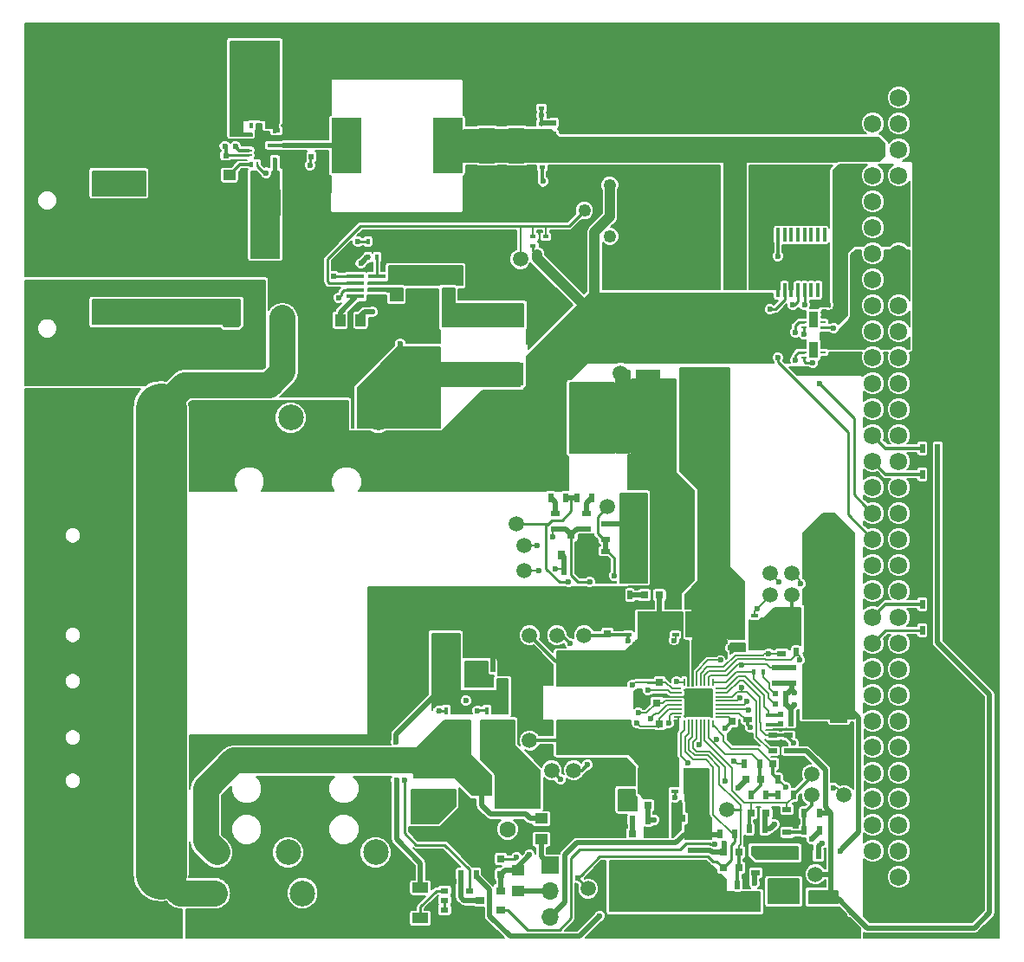
<source format=gbr>
G04 #@! TF.FileFunction,Copper,L1,Top,Signal*
%FSLAX46Y46*%
G04 Gerber Fmt 4.6, Leading zero omitted, Abs format (unit mm)*
G04 Created by KiCad (PCBNEW 4.0.7-e2-6376~58~ubuntu16.04.1) date Tue May 15 22:20:39 2018*
%MOMM*%
%LPD*%
G01*
G04 APERTURE LIST*
%ADD10C,0.100000*%
%ADD11R,1.250000X1.000000*%
%ADD12R,1.700000X2.500000*%
%ADD13R,2.400000X2.900000*%
%ADD14R,0.400000X0.600000*%
%ADD15R,0.250000X0.600000*%
%ADD16R,0.400000X1.000000*%
%ADD17R,1.650000X0.400000*%
%ADD18R,3.150000X0.400000*%
%ADD19R,0.750000X0.250000*%
%ADD20R,0.900000X0.500000*%
%ADD21C,1.600000*%
%ADD22R,2.900000X5.400000*%
%ADD23C,1.500000*%
%ADD24R,0.500000X0.900000*%
%ADD25R,0.350000X1.400000*%
%ADD26R,0.800000X0.900000*%
%ADD27R,1.600000X1.000000*%
%ADD28R,0.750000X0.800000*%
%ADD29R,1.727000X0.457000*%
%ADD30R,0.600000X0.400000*%
%ADD31R,8.001000X2.209800*%
%ADD32R,0.500000X0.600000*%
%ADD33R,0.600000X0.500000*%
%ADD34R,1.000000X2.500000*%
%ADD35C,6.350000*%
%ADD36C,1.720000*%
%ADD37R,0.800000X0.750000*%
%ADD38R,1.000000X1.250000*%
%ADD39R,3.500000X1.600000*%
%ADD40R,2.100000X1.800000*%
%ADD41R,5.330000X2.420000*%
%ADD42R,0.900000X0.800000*%
%ADD43R,1.000000X1.600000*%
%ADD44R,2.200000X2.300000*%
%ADD45R,2.000000X2.400000*%
%ADD46R,1.700000X1.700000*%
%ADD47O,1.700000X1.700000*%
%ADD48R,2.900000X1.400000*%
%ADD49R,0.900000X1.600000*%
%ADD50R,0.500000X0.250000*%
%ADD51R,0.830000X0.630000*%
%ADD52R,0.630000X0.830000*%
%ADD53R,0.800000X0.550000*%
%ADD54R,0.705000X1.125000*%
%ADD55R,0.635000X0.300000*%
%ADD56R,1.825000X2.550000*%
%ADD57R,0.700000X0.400000*%
%ADD58R,0.420000X0.700000*%
%ADD59R,0.420000X0.600000*%
%ADD60R,2.370000X1.650000*%
%ADD61R,0.985000X0.625000*%
%ADD62C,1.250000*%
%ADD63C,2.500000*%
%ADD64C,0.400000*%
%ADD65R,2.800000X2.800000*%
%ADD66R,0.750000X0.200000*%
%ADD67R,0.200000X0.750000*%
%ADD68R,0.200000X0.800000*%
%ADD69R,0.800000X0.200000*%
%ADD70C,0.600000*%
%ADD71C,0.190000*%
%ADD72C,0.200000*%
%ADD73C,0.250000*%
%ADD74C,0.500000*%
%ADD75C,0.300000*%
%ADD76C,2.540000*%
%ADD77C,0.781000*%
%ADD78C,5.000000*%
%ADD79C,0.254000*%
%ADD80C,1.000000*%
%ADD81C,0.152400*%
G04 APERTURE END LIST*
D10*
D11*
X144624000Y-77326000D03*
X144624000Y-75326000D03*
D12*
X184883000Y-116299000D03*
X184883000Y-112299000D03*
D13*
X172310000Y-80517000D03*
X166210000Y-80517000D03*
D14*
X127485600Y-58998200D03*
D15*
X128060600Y-58998200D03*
X128910600Y-58998200D03*
D16*
X129735600Y-58798200D03*
D15*
X130660600Y-58998200D03*
X131160600Y-58998200D03*
X131660600Y-58998200D03*
D17*
X131360600Y-58098200D03*
D18*
X130610600Y-57098200D03*
D17*
X131360600Y-56098200D03*
D15*
X131660600Y-55198200D03*
X131160600Y-55198200D03*
X130660600Y-55198200D03*
D16*
X129735600Y-55398200D03*
D15*
X128910600Y-55198200D03*
X128060600Y-55198200D03*
D14*
X127485600Y-55198200D03*
D19*
X127160600Y-56098200D03*
X127160600Y-56598200D03*
X127160600Y-57098200D03*
X127160600Y-57598200D03*
X127160600Y-58098200D03*
D20*
X178406000Y-114819000D03*
X178406000Y-116319000D03*
D21*
X125500000Y-74000000D03*
X130500000Y-74000000D03*
X128000000Y-74000000D03*
D22*
X146650460Y-57133760D03*
X136750460Y-57133760D03*
D23*
X182597000Y-128396000D03*
X162277000Y-92455000D03*
D20*
X180311000Y-108215000D03*
X180311000Y-109715000D03*
X160245000Y-93102000D03*
X160245000Y-94602000D03*
X157197000Y-93102000D03*
X157197000Y-94602000D03*
D24*
X181466000Y-124078000D03*
X182966000Y-124078000D03*
X176271000Y-120649000D03*
X177771000Y-120649000D03*
D25*
X180875000Y-71279000D03*
X181525000Y-71279000D03*
X182825000Y-71279000D03*
X182175000Y-71279000D03*
X180225000Y-71279000D03*
X178925000Y-71279000D03*
X179575000Y-71279000D03*
X183475000Y-71279000D03*
X180225000Y-65879000D03*
X181525000Y-65879000D03*
X182825000Y-65879000D03*
X182175000Y-65879000D03*
X183475000Y-65879000D03*
X178925000Y-65879000D03*
X179575000Y-65879000D03*
X180875000Y-65879000D03*
D26*
X181454000Y-132571000D03*
X182404000Y-130571000D03*
X180504000Y-130571000D03*
D23*
X158975000Y-118236000D03*
X169500000Y-69750000D03*
X163547000Y-79374000D03*
X185391000Y-120649000D03*
X154149000Y-96265000D03*
X182216000Y-118617000D03*
X180311000Y-98932000D03*
X153387000Y-94106000D03*
X178152000Y-98932000D03*
X173961000Y-122046000D03*
X160372000Y-129793000D03*
X178152000Y-101091000D03*
X157324000Y-105028000D03*
X180311000Y-101091000D03*
X159991000Y-105028000D03*
X156816000Y-118236000D03*
X154149000Y-98678000D03*
X154657000Y-105028000D03*
X154657000Y-115315000D03*
X182216000Y-120649000D03*
D27*
X178787000Y-126388000D03*
X178787000Y-129388000D03*
D24*
X163662000Y-85978000D03*
X162162000Y-85978000D03*
X163662000Y-84454000D03*
X162162000Y-84454000D03*
X163662000Y-82930000D03*
X162162000Y-82930000D03*
D28*
X184248000Y-130821000D03*
X184248000Y-132321000D03*
D29*
X139747000Y-71896000D03*
X139747000Y-71246000D03*
X139747000Y-70596000D03*
X139747000Y-69946000D03*
X137639000Y-69946000D03*
X137639000Y-70596000D03*
X137639000Y-71246000D03*
X137639000Y-71896000D03*
D30*
X155876200Y-58334760D03*
X155876200Y-59234760D03*
X155800000Y-53450000D03*
X155800000Y-52550000D03*
X155807620Y-55887040D03*
X155807620Y-54987040D03*
D14*
X139740000Y-68071000D03*
X138840000Y-68071000D03*
D31*
X150085000Y-79437500D03*
X150085000Y-73722500D03*
D27*
X150511720Y-55898180D03*
X150511720Y-52898180D03*
D32*
X157000000Y-56050000D03*
X157000000Y-54950000D03*
X133318460Y-58224780D03*
X133318460Y-57124780D03*
D11*
X125294600Y-60009800D03*
X125294600Y-62009800D03*
D33*
X124950520Y-58106580D03*
X123850520Y-58106580D03*
X129728080Y-53847000D03*
X130828080Y-53847000D03*
D34*
X129728040Y-51378120D03*
X132728040Y-51378120D03*
D33*
X129781420Y-60369720D03*
X130881420Y-60369720D03*
D34*
X129789000Y-62737000D03*
X132789000Y-62737000D03*
D32*
X135480000Y-69891000D03*
X135480000Y-68791000D03*
D35*
X195810000Y-129920000D03*
X195810000Y-49910000D03*
X110080000Y-52450000D03*
X110080000Y-126110000D03*
D36*
X188190000Y-49910000D03*
X188190000Y-52450000D03*
X188190000Y-54990000D03*
X188190000Y-57530000D03*
X188190000Y-60070000D03*
X188190000Y-62610000D03*
X188190000Y-65150000D03*
X188190000Y-67690000D03*
X188190000Y-70230000D03*
X188190000Y-72770000D03*
X188190000Y-75310000D03*
X188190000Y-77850000D03*
X188190000Y-80390000D03*
X188190000Y-82930000D03*
X188190000Y-85470000D03*
X188190000Y-88010000D03*
X188190000Y-90550000D03*
X188190000Y-93090000D03*
X188190000Y-95630000D03*
X188190000Y-98170000D03*
X188190000Y-100710000D03*
X188190000Y-103250000D03*
X188190000Y-105790000D03*
X188190000Y-108330000D03*
X188190000Y-110870000D03*
X188190000Y-113410000D03*
X188190000Y-115950000D03*
X188190000Y-118490000D03*
X188190000Y-121030000D03*
X188190000Y-123570000D03*
X188190000Y-126110000D03*
X188190000Y-128650000D03*
X190730000Y-49910000D03*
X190730000Y-52450000D03*
X190730000Y-54990000D03*
X190730000Y-57530000D03*
X190730000Y-60070000D03*
X190730000Y-62610000D03*
X190730000Y-65150000D03*
X190730000Y-67690000D03*
X190730000Y-70230000D03*
X190730000Y-72770000D03*
X190730000Y-75310000D03*
X190730000Y-77850000D03*
X190730000Y-80390000D03*
X190730000Y-82930000D03*
X190730000Y-85470000D03*
X190730000Y-88010000D03*
X190730000Y-90550000D03*
X190730000Y-93090000D03*
X190730000Y-95630000D03*
X190730000Y-98170000D03*
X190730000Y-100710000D03*
X190730000Y-103250000D03*
X190730000Y-105790000D03*
X190730000Y-108330000D03*
X190730000Y-110870000D03*
X190730000Y-113410000D03*
X190730000Y-115950000D03*
X190730000Y-118490000D03*
X190730000Y-121030000D03*
X190730000Y-123570000D03*
X190730000Y-126110000D03*
X190730000Y-128650000D03*
D28*
X143862000Y-122947000D03*
X143862000Y-124447000D03*
D37*
X151978000Y-109727000D03*
X150478000Y-109727000D03*
D11*
X165071000Y-131333000D03*
X165071000Y-133333000D03*
X176495356Y-131345216D03*
X176495356Y-133345216D03*
D37*
X176259000Y-122427000D03*
X177759000Y-122427000D03*
D11*
X174590356Y-131345216D03*
X174590356Y-133345216D03*
X172685356Y-131345216D03*
X172685356Y-133345216D03*
X163166000Y-131333000D03*
X163166000Y-133333000D03*
X170780356Y-131345216D03*
X170780356Y-133345216D03*
X168875356Y-131345216D03*
X168875356Y-133345216D03*
X166970356Y-131345216D03*
X166970356Y-133345216D03*
D37*
X175092000Y-126237000D03*
X173592000Y-126237000D03*
X175092000Y-127761000D03*
X173592000Y-127761000D03*
X177263000Y-119125000D03*
X175763000Y-119125000D03*
D33*
X180201000Y-112775000D03*
X179151000Y-112775000D03*
X180201000Y-113664000D03*
X179151000Y-113664000D03*
D28*
X151863000Y-126884000D03*
X151863000Y-128384000D03*
X178787000Y-130821000D03*
X178787000Y-132321000D03*
D37*
X171028000Y-122935000D03*
X169528000Y-122935000D03*
D11*
X153514000Y-130031000D03*
X153514000Y-128031000D03*
D33*
X170422000Y-121665000D03*
X169372000Y-121665000D03*
D37*
X164702000Y-121665000D03*
X166202000Y-121665000D03*
X166202000Y-124459000D03*
X164702000Y-124459000D03*
D28*
X167357000Y-115176000D03*
X167357000Y-113676000D03*
X167357000Y-108088000D03*
X167357000Y-109588000D03*
D33*
X178643000Y-111759000D03*
X179693000Y-111759000D03*
D37*
X167350000Y-101100000D03*
X165850000Y-101100000D03*
X167091000Y-111632000D03*
X165591000Y-111632000D03*
D28*
X174469000Y-113422000D03*
X174469000Y-114922000D03*
X162277000Y-104877000D03*
X162277000Y-103377000D03*
D37*
X178418000Y-117601000D03*
X179918000Y-117601000D03*
D33*
X178643000Y-110743000D03*
X179693000Y-110743000D03*
D37*
X165706000Y-99186000D03*
X167206000Y-99186000D03*
D38*
X165452000Y-97535000D03*
X167452000Y-97535000D03*
D37*
X176628000Y-106171000D03*
X175128000Y-106171000D03*
D38*
X172056000Y-97535000D03*
X170056000Y-97535000D03*
X165452000Y-95630000D03*
X167452000Y-95630000D03*
D37*
X180843000Y-105028000D03*
X182343000Y-105028000D03*
D38*
X172056000Y-95630000D03*
X170056000Y-95630000D03*
X165484000Y-93725000D03*
X167484000Y-93725000D03*
D27*
X182089000Y-111783000D03*
X182089000Y-114783000D03*
D38*
X172024000Y-93725000D03*
X170024000Y-93725000D03*
X165484000Y-91820000D03*
X167484000Y-91820000D03*
X172024000Y-91820000D03*
X170024000Y-91820000D03*
D39*
X166468000Y-86994000D03*
X172068000Y-86994000D03*
D40*
X146107000Y-105790000D03*
X150507000Y-105790000D03*
D41*
X160372000Y-108012000D03*
X160372000Y-115252000D03*
D42*
X149831000Y-130936000D03*
X151831000Y-131886000D03*
X151831000Y-129986000D03*
D26*
X158721000Y-95138000D03*
X157771000Y-97138000D03*
X159671000Y-97138000D03*
D27*
X144243000Y-117776000D03*
X144243000Y-120776000D03*
X146529000Y-117752000D03*
X146529000Y-120752000D03*
X143989000Y-129690000D03*
X143989000Y-132690000D03*
D24*
X147303000Y-109727000D03*
X148803000Y-109727000D03*
X149589000Y-108203000D03*
X151089000Y-108203000D03*
X149438000Y-128396000D03*
X147938000Y-128396000D03*
X176132000Y-123951000D03*
X177632000Y-123951000D03*
X175624000Y-117601000D03*
X177124000Y-117601000D03*
X180426000Y-120649000D03*
X178926000Y-120649000D03*
X173465000Y-129412000D03*
X174965000Y-129412000D03*
D27*
X171040000Y-127483000D03*
X171040000Y-124483000D03*
D24*
X182966000Y-122427000D03*
X181466000Y-122427000D03*
X173211000Y-124459000D03*
X174711000Y-124459000D03*
D11*
X155800000Y-124951000D03*
X155800000Y-122951000D03*
D30*
X178025000Y-113733000D03*
X178025000Y-112833000D03*
D24*
X194523000Y-89280000D03*
X193023000Y-89280000D03*
X194523000Y-86740000D03*
X193023000Y-86740000D03*
D20*
X179930000Y-116319000D03*
X179930000Y-114819000D03*
D24*
X194523000Y-104520000D03*
X193023000Y-104520000D03*
D20*
X162077742Y-94133222D03*
X162077742Y-95633222D03*
X162077742Y-96800222D03*
X162077742Y-98300222D03*
D24*
X194523000Y-101980000D03*
X193023000Y-101980000D03*
X164702000Y-123062000D03*
X166202000Y-123062000D03*
X164450000Y-101100000D03*
X162950000Y-101100000D03*
X163662000Y-81406000D03*
X162162000Y-81406000D03*
D20*
X175993000Y-114795000D03*
X175993000Y-113295000D03*
D14*
X176559000Y-108584000D03*
X177459000Y-108584000D03*
D24*
X180426000Y-119125000D03*
X178926000Y-119125000D03*
X159471000Y-98678000D03*
X157971000Y-98678000D03*
D20*
X179295000Y-105294000D03*
X179295000Y-106794000D03*
D43*
X179319000Y-103250000D03*
X182319000Y-103250000D03*
D24*
X156713000Y-91566000D03*
X158213000Y-91566000D03*
D20*
X178787000Y-109715000D03*
X178787000Y-108215000D03*
D24*
X182204000Y-106679000D03*
X180704000Y-106679000D03*
X160741000Y-91566000D03*
X159241000Y-91566000D03*
D44*
X106500000Y-58950000D03*
X106500000Y-66850000D03*
D45*
X113000000Y-66300000D03*
X113000000Y-60900000D03*
D44*
X106500000Y-71450000D03*
X106500000Y-79350000D03*
D45*
X113000000Y-78800000D03*
X113000000Y-73400000D03*
D21*
X147500000Y-124000000D03*
X152500000Y-124000000D03*
X150000000Y-124000000D03*
D46*
X149958000Y-119760000D03*
D47*
X152498000Y-119760000D03*
D46*
X156689000Y-127507000D03*
D47*
X156689000Y-130047000D03*
X156689000Y-132587000D03*
D48*
X143989000Y-70059000D03*
X143989000Y-73659000D03*
D38*
X138131000Y-74200000D03*
X136131000Y-74200000D03*
D34*
X129766140Y-66059320D03*
X132766140Y-66059320D03*
X129725500Y-48157400D03*
X132725500Y-48157400D03*
D27*
X153333660Y-58374420D03*
X153333660Y-61374420D03*
X153333660Y-55898180D03*
X153333660Y-52898180D03*
X150483780Y-58374420D03*
X150483780Y-61374420D03*
D49*
X182393800Y-77088000D03*
D50*
X181443800Y-76338000D03*
X181443800Y-76838000D03*
X181443800Y-77338000D03*
X181443800Y-77838000D03*
X183343800Y-77838000D03*
X183343800Y-77338000D03*
X183343800Y-76838000D03*
X183343800Y-76338000D03*
D49*
X182409000Y-74179000D03*
D50*
X181459000Y-73429000D03*
X181459000Y-73929000D03*
X181459000Y-74429000D03*
X181459000Y-74929000D03*
X183359000Y-74929000D03*
X183359000Y-74429000D03*
X183359000Y-73929000D03*
X183359000Y-73429000D03*
D51*
X176755000Y-126011000D03*
X176755000Y-128241000D03*
D52*
X180635000Y-126491000D03*
X182865000Y-126491000D03*
D51*
X179803000Y-124304000D03*
X179803000Y-122074000D03*
D14*
X138840000Y-66547000D03*
X139740000Y-66547000D03*
D53*
X148745000Y-131886000D03*
X146345000Y-129986000D03*
X146345000Y-130936000D03*
X146345000Y-131886000D03*
X148745000Y-130936000D03*
X148745000Y-129986000D03*
D54*
X171056000Y-119942000D03*
X171056000Y-118617000D03*
X170151000Y-118617000D03*
X170151000Y-119942000D03*
D55*
X171891500Y-120254500D03*
X171891500Y-119604500D03*
X171891500Y-118954500D03*
X171891500Y-118304500D03*
D56*
X170661500Y-119279500D03*
D57*
X168809000Y-118304500D03*
X168809000Y-118954500D03*
X168809000Y-119604500D03*
X168809000Y-120254500D03*
D54*
X166556000Y-119942000D03*
X166556000Y-118617000D03*
X165651000Y-118617000D03*
X165651000Y-119942000D03*
D55*
X167391500Y-120254500D03*
X167391500Y-119604500D03*
X167391500Y-118954500D03*
X167391500Y-118304500D03*
D56*
X166161500Y-119279500D03*
D57*
X164309000Y-118304500D03*
X164309000Y-118954500D03*
X164309000Y-119604500D03*
X164309000Y-120254500D03*
D54*
X166496500Y-104647000D03*
X166496500Y-103322000D03*
X165591500Y-103322000D03*
X165591500Y-104647000D03*
D55*
X167332000Y-104959500D03*
X167332000Y-104309500D03*
X167332000Y-103659500D03*
X167332000Y-103009500D03*
D56*
X166102000Y-103984500D03*
D57*
X164249500Y-103009500D03*
X164249500Y-103659500D03*
X164249500Y-104309500D03*
X164249500Y-104959500D03*
D54*
X171157000Y-104647000D03*
X171157000Y-103322000D03*
X170252000Y-103322000D03*
X170252000Y-104647000D03*
D55*
X171992500Y-104959500D03*
X171992500Y-104309500D03*
X171992500Y-103659500D03*
X171992500Y-103009500D03*
D56*
X170762500Y-103984500D03*
D57*
X168910000Y-103009500D03*
X168910000Y-103659500D03*
X168910000Y-104309500D03*
X168910000Y-104959500D03*
D54*
X174355000Y-103377000D03*
X174355000Y-104702000D03*
X175260000Y-104702000D03*
X175260000Y-103377000D03*
D55*
X173519500Y-103064500D03*
X173519500Y-103714500D03*
X173519500Y-104364500D03*
X173519500Y-105014500D03*
D56*
X174749500Y-104039500D03*
D57*
X176602000Y-105014500D03*
X176602000Y-104364500D03*
X176602000Y-103714500D03*
X176602000Y-103064500D03*
D58*
X152401000Y-112392000D03*
X151751000Y-112392000D03*
X151101000Y-112392000D03*
X150451000Y-112392000D03*
D59*
X152401000Y-115442000D03*
X151751000Y-115442000D03*
X151101000Y-115442000D03*
X150451000Y-115442000D03*
D60*
X151426000Y-114317000D03*
D61*
X152026000Y-114692000D03*
X150826000Y-114692000D03*
X150826000Y-113892000D03*
X152026000Y-113892000D03*
D58*
X148415250Y-112399500D03*
X147765250Y-112399500D03*
X147115250Y-112399500D03*
X146465250Y-112399500D03*
D59*
X148415250Y-115449500D03*
X147765250Y-115449500D03*
X147115250Y-115449500D03*
X146465250Y-115449500D03*
D60*
X147440250Y-114324500D03*
D61*
X148040250Y-114699500D03*
X146840250Y-114699500D03*
X146840250Y-113899500D03*
X148040250Y-113899500D03*
D62*
X162500000Y-61000000D03*
X160000000Y-63500000D03*
X162500000Y-66000000D03*
D30*
X155000000Y-66950000D03*
X155000000Y-66050000D03*
X156250000Y-66050000D03*
X156250000Y-66950000D03*
D63*
X131300000Y-83750000D03*
X139850000Y-83750000D03*
X124350000Y-83750000D03*
X131050000Y-126250000D03*
X124100000Y-126250000D03*
X139600000Y-126250000D03*
X132450000Y-130250000D03*
X139400000Y-130250000D03*
X123900000Y-130250000D03*
D64*
X170167000Y-111632000D03*
X170167000Y-110632000D03*
X171167000Y-110632000D03*
X172167000Y-110632000D03*
X172167000Y-111632000D03*
X172167000Y-112632000D03*
X170167000Y-112632000D03*
X171167000Y-112632000D03*
D65*
X171167000Y-111632000D03*
D66*
X169142000Y-110232000D03*
D67*
X172567000Y-109607000D03*
D66*
X173192000Y-113032000D03*
D67*
X169767000Y-113657000D03*
D64*
X171167000Y-111632000D03*
D68*
X170167000Y-113632000D03*
X170567000Y-113632000D03*
X170967000Y-113632000D03*
X171367000Y-113632000D03*
X171767000Y-113632000D03*
X172167000Y-113632000D03*
D67*
X172567000Y-113657000D03*
D69*
X173167000Y-112632000D03*
X173167000Y-112232000D03*
X173167000Y-111832000D03*
X173167000Y-111432000D03*
X173167000Y-111032000D03*
X173167000Y-110632000D03*
D66*
X173192000Y-110232000D03*
D68*
X172167000Y-109632000D03*
X171767000Y-109632000D03*
X171367000Y-109632000D03*
X170967000Y-109632000D03*
X170567000Y-109632000D03*
X170167000Y-109632000D03*
D67*
X169767000Y-109607000D03*
D69*
X169167000Y-110632000D03*
X169167000Y-111032000D03*
X169167000Y-111432000D03*
X169167000Y-111832000D03*
X169167000Y-112232000D03*
X169167000Y-112632000D03*
D66*
X169142000Y-113032000D03*
D23*
X153750000Y-68250000D03*
X169500000Y-75000000D03*
X169750000Y-57500000D03*
D70*
X148429304Y-111413922D03*
X157266998Y-66699582D03*
X142000000Y-73000000D03*
X142000000Y-74000000D03*
X142500000Y-75000000D03*
X143500000Y-74750000D03*
X143500000Y-75500000D03*
X140814000Y-66547000D03*
X136435249Y-68767765D03*
X109318000Y-67944000D03*
X108302000Y-67944000D03*
X108302000Y-66928000D03*
X109318000Y-66928000D03*
X109318000Y-65912000D03*
X108302000Y-65912000D03*
X108302000Y-59816000D03*
X109318000Y-59816000D03*
X109318000Y-58800000D03*
X109318000Y-57784000D03*
X108302000Y-57784000D03*
X108302000Y-58800000D03*
X114652000Y-67436000D03*
X115668000Y-67436000D03*
X115668000Y-66420000D03*
X115668000Y-65404000D03*
X114652000Y-65404000D03*
X114652000Y-66420000D03*
X128241000Y-57276000D03*
X128241000Y-56514000D03*
X128241000Y-58038000D03*
X170345949Y-126032989D03*
X173646154Y-125373468D03*
X154657000Y-126491000D03*
X159102000Y-86740000D03*
X160118000Y-86740000D03*
X161134000Y-86740000D03*
X161134000Y-85724000D03*
X160118000Y-85724000D03*
X159102000Y-85724000D03*
X159102000Y-84708000D03*
X160118000Y-84708000D03*
X161134000Y-84708000D03*
X161134000Y-83692000D03*
X160118000Y-83692000D03*
X159102000Y-83692000D03*
X159102000Y-82676000D03*
X160118000Y-82676000D03*
X161134000Y-82676000D03*
X161134000Y-81660000D03*
X160118000Y-81660000D03*
X159102000Y-81660000D03*
X159102000Y-80644000D03*
X160118000Y-80644000D03*
X161134000Y-80644000D03*
X160868846Y-97794000D03*
X183810179Y-72708478D03*
X184349600Y-74979800D03*
X184400400Y-77850000D03*
X183105000Y-69595000D03*
X181835000Y-69595000D03*
X180565000Y-69595000D03*
X179295000Y-69595000D03*
X182216000Y-124967000D03*
X178571323Y-123509821D03*
X180565000Y-110616000D03*
X175035208Y-119955792D03*
X180569524Y-111792538D03*
X123854420Y-57019460D03*
X125284440Y-63549800D03*
X160796813Y-100887634D03*
X161250000Y-103250000D03*
X162250000Y-102368755D03*
X164250000Y-102368755D03*
X163250000Y-103500000D03*
X163250000Y-102500000D03*
X165013790Y-111050981D03*
X145106600Y-124459000D03*
X174250000Y-106250000D03*
X185518000Y-134238000D03*
X139290000Y-100710000D03*
X149704000Y-102488000D03*
X150974000Y-102488000D03*
X150974000Y-103758000D03*
X150339000Y-103123000D03*
X149704000Y-103758000D03*
X180438000Y-133222000D03*
X175231000Y-115442000D03*
X165960000Y-88518000D03*
X168754000Y-88518000D03*
X167357000Y-88518000D03*
X167357000Y-90042000D03*
X168754000Y-90042000D03*
X167865000Y-85470000D03*
X166468000Y-85470000D03*
X166468000Y-84073000D03*
X167865000Y-84073000D03*
X167865000Y-82676000D03*
X166468000Y-82676000D03*
X165071000Y-82676000D03*
X165071000Y-84073000D03*
X165071000Y-85470000D03*
X183613000Y-116966000D03*
X182470000Y-115950000D03*
X183613000Y-115950000D03*
X185899000Y-114172000D03*
X184756000Y-114172000D03*
X183613000Y-114172000D03*
X183613000Y-115061000D03*
X184756000Y-115061000D03*
X185899000Y-115061000D03*
X178406000Y-133222000D03*
X182470000Y-133349000D03*
X184502000Y-133349000D03*
X183486000Y-134238000D03*
X181454000Y-134238000D03*
X179422000Y-134238000D03*
X177390000Y-134238000D03*
X175358000Y-134238000D03*
X173326000Y-134238000D03*
X171294000Y-134238000D03*
X169262000Y-134238000D03*
X167230000Y-134238000D03*
X165198000Y-134238000D03*
X163166000Y-134238000D03*
X160753000Y-120649000D03*
X160753000Y-119506000D03*
X162531000Y-120649000D03*
X161642000Y-120649000D03*
X161642000Y-119506000D03*
X161642000Y-118363000D03*
X162531000Y-118363000D03*
X162531000Y-119506000D03*
X163420000Y-119506000D03*
X163420000Y-118363000D03*
X180935851Y-117697391D03*
X168754000Y-122935000D03*
X168754000Y-99186000D03*
X168754000Y-97916000D03*
X168754000Y-96646000D03*
X168754000Y-95376000D03*
X168754000Y-94106000D03*
X168754000Y-92836000D03*
X168754000Y-91566000D03*
X166849000Y-123062000D03*
X141631736Y-119175533D03*
X141616619Y-115471902D03*
X142431297Y-119148990D03*
X149577000Y-112394000D03*
X145788615Y-112394711D03*
X149577000Y-109727000D03*
X151355000Y-117093000D03*
X152244000Y-117093000D03*
X153133000Y-117093000D03*
X152498000Y-116331000D03*
X151609000Y-116331000D03*
X150720000Y-116331000D03*
X172056000Y-130047000D03*
X171167000Y-129158000D03*
X170278000Y-130047000D03*
X169389000Y-129158000D03*
X169389000Y-127380000D03*
X168500000Y-128269000D03*
X168500000Y-130047000D03*
X167611000Y-129158000D03*
X167611000Y-127380000D03*
X166722000Y-128269000D03*
X166722000Y-130047000D03*
X165833000Y-129158000D03*
X165833000Y-127380000D03*
X164944000Y-128269000D03*
X164944000Y-130047000D03*
X164055000Y-129158000D03*
X164055000Y-127380000D03*
X163166000Y-128269000D03*
X163166000Y-130047000D03*
X154657000Y-121538000D03*
X153133000Y-121538000D03*
X151609000Y-121538000D03*
X155165000Y-120649000D03*
X155165000Y-119125000D03*
X154403000Y-118363000D03*
X154403000Y-119887000D03*
X165115714Y-113560870D03*
X164690000Y-109854000D03*
X173795837Y-114120626D03*
X184354622Y-119916783D03*
X179676000Y-119887000D03*
X173309023Y-107446569D03*
X176907686Y-102435010D03*
X176247000Y-114045000D03*
X158467000Y-99821000D03*
X172945000Y-115188000D03*
X170073980Y-117456066D03*
X176628000Y-129285000D03*
X165256107Y-112619563D03*
X174621250Y-117296481D03*
X186153000Y-132098293D03*
X161515000Y-132460000D03*
X183199372Y-125341513D03*
X124050000Y-72770000D03*
X122780000Y-72770000D03*
X121510000Y-72770000D03*
X120240000Y-72770000D03*
X118970000Y-72770000D03*
X118970000Y-74040000D03*
X120240000Y-74040000D03*
X121510000Y-74040000D03*
X122780000Y-74040000D03*
X124050000Y-74040000D03*
X184121000Y-94106000D03*
X184629000Y-100710000D03*
X183486000Y-100710000D03*
X183486000Y-99440000D03*
X184629000Y-99440000D03*
X185772000Y-99440000D03*
X185772000Y-98170000D03*
X184629000Y-98170000D03*
X183486000Y-98170000D03*
X183486000Y-96900000D03*
X184629000Y-96900000D03*
X185772000Y-96900000D03*
X185772000Y-95630000D03*
X184629000Y-95630000D03*
X183486000Y-95630000D03*
X182343000Y-95630000D03*
X182343000Y-96900000D03*
X182343000Y-98170000D03*
X182343000Y-99440000D03*
X182343000Y-100710000D03*
X184978756Y-126119448D03*
X127860000Y-61340000D03*
X116684000Y-60832000D03*
X115922000Y-60070000D03*
X115922000Y-61594000D03*
X115160000Y-60832000D03*
X114398000Y-61594000D03*
X114398000Y-60070000D03*
X127860000Y-62610000D03*
X127860000Y-63880000D03*
X127860000Y-65150000D03*
X127860000Y-66420000D03*
X127860000Y-67690000D03*
X127860000Y-53720000D03*
X126590000Y-53720000D03*
X126590000Y-52450000D03*
X127860000Y-52450000D03*
X127860000Y-51180000D03*
X126590000Y-51180000D03*
X126590000Y-49910000D03*
X127860000Y-49910000D03*
X127860000Y-48640000D03*
X126590000Y-48640000D03*
X126590000Y-47370000D03*
X127860000Y-47370000D03*
X141449000Y-70484000D03*
X142084000Y-69854000D03*
X141449000Y-69214000D03*
X147799000Y-69849000D03*
X147164000Y-69214000D03*
X147164000Y-70484000D03*
X146529000Y-69849000D03*
X145894000Y-69214000D03*
X145894000Y-70484000D03*
X138161683Y-68655866D03*
X142000000Y-76500000D03*
X171675000Y-101726000D03*
X173961000Y-99567000D03*
X172818000Y-99567000D03*
X171675000Y-99567000D03*
X171675000Y-100583000D03*
X172818000Y-100583000D03*
X173961000Y-100583000D03*
X173961000Y-101726000D03*
X172818000Y-101726000D03*
X164029710Y-99000367D03*
X163928000Y-91566000D03*
X163928000Y-92836000D03*
X163928000Y-94106000D03*
X163928000Y-95376000D03*
X163928000Y-96646000D03*
X163928000Y-97916000D03*
X173580000Y-88518000D03*
X172183000Y-88518000D03*
X170786000Y-88518000D03*
X172183000Y-90042000D03*
X173580000Y-90042000D03*
X173580000Y-91566000D03*
X173580000Y-92836000D03*
X173580000Y-94106000D03*
X173580000Y-95376000D03*
X173580000Y-96646000D03*
X173580000Y-97916000D03*
X173580000Y-82676000D03*
X172183000Y-82676000D03*
X170786000Y-82676000D03*
X170786000Y-84073000D03*
X172183000Y-84073000D03*
X173580000Y-84073000D03*
X170786000Y-85470000D03*
X172183000Y-85470000D03*
X173580000Y-85470000D03*
X174723000Y-70738000D03*
X175358000Y-70103000D03*
X174088000Y-70103000D03*
X174723000Y-69468000D03*
X175358000Y-68833000D03*
X174088000Y-68833000D03*
X174723000Y-68198000D03*
X175358000Y-67563000D03*
X174088000Y-67563000D03*
X181454000Y-75564000D03*
X182343000Y-78388002D03*
X178914000Y-67944000D03*
X175215197Y-111112709D03*
X175906957Y-111514564D03*
X137893000Y-66547000D03*
X135988000Y-72008000D03*
X182978000Y-80390000D03*
X178148367Y-73139309D03*
X178907932Y-77866170D03*
X176073235Y-112346784D03*
X172733280Y-125417415D03*
X173780299Y-119281926D03*
X184883000Y-68325000D03*
X184883000Y-69214000D03*
X184883000Y-70230000D03*
X184883000Y-71246000D03*
X184883000Y-72262000D03*
X184883000Y-73278000D03*
X184248000Y-73913000D03*
X186661000Y-71881000D03*
X186661000Y-73024000D03*
X186661000Y-74040000D03*
X186280000Y-75183000D03*
X185518000Y-75945000D03*
X184375000Y-76326000D03*
X157197000Y-98551000D03*
X155546000Y-98678000D03*
X171236868Y-115751006D03*
X160305502Y-117676172D03*
X156943000Y-95376000D03*
X155419000Y-96265000D03*
X160520002Y-99790037D03*
X175402439Y-107960522D03*
X180438000Y-115569000D03*
X162912000Y-99186000D03*
X175358000Y-110108000D03*
X139290000Y-73405000D03*
X146402000Y-72008000D03*
X146402000Y-71373000D03*
X147037000Y-71373000D03*
X147037000Y-72008000D03*
X141957000Y-71373000D03*
X141957000Y-72008000D03*
X141322000Y-72008000D03*
X141322000Y-71373000D03*
X124862864Y-57194558D03*
X155949860Y-60636420D03*
X159401564Y-128760201D03*
X153364662Y-126722662D03*
X166449715Y-113174036D03*
X157705000Y-119125000D03*
X163801000Y-121030000D03*
X166195689Y-110414017D03*
X164309000Y-105536000D03*
X128906576Y-59798212D03*
X133194000Y-59054000D03*
X125896986Y-57232414D03*
X155800000Y-54200000D03*
X168232001Y-113607673D03*
X168881000Y-120903000D03*
X168752968Y-105536000D03*
X158594000Y-105790000D03*
X169013115Y-109503675D03*
X179021516Y-99768150D03*
X178025000Y-106806000D03*
X181089983Y-99982759D03*
X181073000Y-107441000D03*
X180637008Y-78164577D03*
X180387200Y-72719200D03*
X180623208Y-75404520D03*
X181504800Y-72719200D03*
D71*
X156250000Y-66950000D02*
X157016580Y-66950000D01*
X157016580Y-66950000D02*
X157266998Y-66699582D01*
D72*
X139747000Y-71896000D02*
X139747000Y-72247000D01*
X142339000Y-73659000D02*
X142000000Y-73320000D01*
X142000000Y-73320000D02*
X142000000Y-73000000D01*
X143989000Y-73659000D02*
X142339000Y-73659000D01*
X142000000Y-73998000D02*
X142000000Y-74000000D01*
X142339000Y-73659000D02*
X142000000Y-73998000D01*
X143989000Y-73659000D02*
X143239000Y-73659000D01*
X143239000Y-73659000D02*
X142500000Y-74398000D01*
X142500000Y-74398000D02*
X142500000Y-75000000D01*
X143989000Y-73659000D02*
X143989000Y-74261000D01*
X143989000Y-74261000D02*
X143500000Y-74750000D01*
X144624000Y-75326000D02*
X143674000Y-75326000D01*
X143674000Y-75326000D02*
X143500000Y-75500000D01*
X180225000Y-71279000D02*
X180225000Y-69935000D01*
X180225000Y-69935000D02*
X180565000Y-69595000D01*
D73*
X139740000Y-66547000D02*
X140814000Y-66547000D01*
X136010985Y-68767765D02*
X136435249Y-68767765D01*
X135884235Y-68767765D02*
X136010985Y-68767765D01*
X135861000Y-68791000D02*
X135884235Y-68767765D01*
X136412014Y-68791000D02*
X136435249Y-68767765D01*
X135480000Y-68791000D02*
X136412014Y-68791000D01*
D72*
X108302000Y-67944000D02*
X109318000Y-67944000D01*
X108302000Y-66928000D02*
X108302000Y-67944000D01*
X109318000Y-66928000D02*
X108302000Y-66928000D01*
X109318000Y-65912000D02*
X109318000Y-66928000D01*
X108302000Y-65912000D02*
X109318000Y-65912000D01*
X106500000Y-66850000D02*
X107800000Y-66850000D01*
X107800000Y-66850000D02*
X108302000Y-66348000D01*
X108302000Y-66348000D02*
X108302000Y-65912000D01*
X109318000Y-59816000D02*
X108302000Y-59816000D01*
X109318000Y-58800000D02*
X109318000Y-59816000D01*
X109318000Y-57784000D02*
X109318000Y-58800000D01*
X108302000Y-57784000D02*
X109318000Y-57784000D01*
X108302000Y-58800000D02*
X108302000Y-57784000D01*
X106500000Y-58950000D02*
X108152000Y-58950000D01*
X108152000Y-58950000D02*
X108302000Y-58800000D01*
X115668000Y-67436000D02*
X114652000Y-67436000D01*
X115668000Y-66420000D02*
X115668000Y-67436000D01*
X115668000Y-65404000D02*
X115668000Y-66420000D01*
X114652000Y-65404000D02*
X115668000Y-65404000D01*
X114652000Y-66420000D02*
X114652000Y-65404000D01*
X113000000Y-66300000D02*
X114532000Y-66300000D01*
X114532000Y-66300000D02*
X114652000Y-66420000D01*
X128241000Y-57276000D02*
X128241000Y-58038000D01*
X128060600Y-56333600D02*
X128241000Y-56514000D01*
X128060600Y-55198200D02*
X128060600Y-56333600D01*
X128241000Y-56514000D02*
X128241000Y-57276000D01*
D74*
X173592000Y-126237000D02*
X172492190Y-126237000D01*
X172288179Y-126032989D02*
X170770213Y-126032989D01*
X170770213Y-126032989D02*
X170345949Y-126032989D01*
X172492190Y-126237000D02*
X172288179Y-126032989D01*
X173646154Y-125797732D02*
X173646154Y-125373468D01*
X173646154Y-126182846D02*
X173646154Y-125797732D01*
X173592000Y-126237000D02*
X173646154Y-126182846D01*
X153514000Y-127634000D02*
X154657000Y-126491000D01*
X153514000Y-128031000D02*
X153514000Y-127634000D01*
D73*
X160118000Y-86740000D02*
X159102000Y-86740000D01*
X161134000Y-86740000D02*
X160118000Y-86740000D01*
X161134000Y-85724000D02*
X161134000Y-86740000D01*
X160118000Y-85724000D02*
X161134000Y-85724000D01*
X159102000Y-85724000D02*
X160118000Y-85724000D01*
X159102000Y-84708000D02*
X159102000Y-85724000D01*
X160118000Y-84708000D02*
X159102000Y-84708000D01*
X161134000Y-84708000D02*
X160118000Y-84708000D01*
X161134000Y-83692000D02*
X161134000Y-84708000D01*
X160118000Y-83692000D02*
X161134000Y-83692000D01*
X159102000Y-83692000D02*
X160118000Y-83692000D01*
X159102000Y-82676000D02*
X159102000Y-83692000D01*
X160118000Y-82676000D02*
X159102000Y-82676000D01*
X161134000Y-82676000D02*
X160118000Y-82676000D01*
X161134000Y-81660000D02*
X161134000Y-82676000D01*
X160118000Y-81660000D02*
X161134000Y-81660000D01*
X159102000Y-81660000D02*
X160118000Y-81660000D01*
X159102000Y-80644000D02*
X159102000Y-81660000D01*
X160118000Y-80644000D02*
X159102000Y-80644000D01*
X161134000Y-80644000D02*
X160118000Y-80644000D01*
X162162000Y-81406000D02*
X161896000Y-81406000D01*
X161896000Y-81406000D02*
X161134000Y-80644000D01*
D74*
X160868846Y-97435846D02*
X160868846Y-97794000D01*
X160571000Y-97138000D02*
X160868846Y-97435846D01*
X159671000Y-97138000D02*
X160571000Y-97138000D01*
X160868846Y-98041326D02*
X160868846Y-97794000D01*
X161127742Y-98300222D02*
X160868846Y-98041326D01*
X162077742Y-98300222D02*
X161127742Y-98300222D01*
X159471000Y-98678000D02*
X159471000Y-97338000D01*
X159471000Y-97338000D02*
X159671000Y-97138000D01*
X151863000Y-128384000D02*
X151863000Y-129954000D01*
X151863000Y-129954000D02*
X151831000Y-129986000D01*
X153514000Y-128031000D02*
X152216000Y-128031000D01*
X152216000Y-128031000D02*
X151863000Y-128384000D01*
D73*
X183535998Y-72434297D02*
X183535998Y-71339998D01*
X183810179Y-72708478D02*
X183535998Y-72434297D01*
X183535998Y-71339998D02*
X183475000Y-71279000D01*
X183934001Y-72832300D02*
X183810179Y-72708478D01*
X183359000Y-74929000D02*
X184298800Y-74929000D01*
X184298800Y-74929000D02*
X184349600Y-74979800D01*
X183343800Y-77838000D02*
X184388400Y-77838000D01*
X184388400Y-77838000D02*
X184400400Y-77850000D01*
D72*
X178925000Y-71279000D02*
X178925000Y-69965000D01*
X178925000Y-69965000D02*
X179295000Y-69595000D01*
X180565000Y-69595000D02*
X181835000Y-69595000D01*
X181835000Y-69595000D02*
X183105000Y-69595000D01*
X179295000Y-69595000D02*
X180565000Y-69595000D01*
D74*
X182966000Y-124078000D02*
X182966000Y-124217000D01*
X182966000Y-124217000D02*
X182216000Y-124967000D01*
X177632000Y-123951000D02*
X178130144Y-123951000D01*
X178130144Y-123951000D02*
X178571323Y-123509821D01*
X177632000Y-123951000D02*
X177632000Y-122554000D01*
X177632000Y-122554000D02*
X177759000Y-122427000D01*
X180311000Y-110285507D02*
X180311000Y-110362000D01*
X180311000Y-110362000D02*
X180565000Y-110616000D01*
X180311000Y-109715000D02*
X180311000Y-110285507D01*
X180311000Y-110285507D02*
X179853507Y-110743000D01*
X179853507Y-110743000D02*
X179693000Y-110743000D01*
X178787000Y-109715000D02*
X180311000Y-109715000D01*
X179693000Y-111759000D02*
X179693000Y-110743000D01*
X180569524Y-111792538D02*
X180187809Y-112174253D01*
X180187809Y-112174253D02*
X180187809Y-112253809D01*
X180201000Y-112775000D02*
X180201000Y-112267000D01*
X180201000Y-112267000D02*
X179693000Y-111759000D01*
X180201000Y-113664000D02*
X180201000Y-112775000D01*
X175763000Y-119125000D02*
X175763000Y-119228000D01*
X175763000Y-119228000D02*
X175035208Y-119955792D01*
D75*
X180535986Y-111759000D02*
X180569524Y-111792538D01*
X179693000Y-111759000D02*
X180187809Y-112253809D01*
X180187809Y-112253809D02*
X180187809Y-112761809D01*
X180187809Y-112761809D02*
X180201000Y-112775000D01*
D72*
X180311000Y-109715000D02*
X180172000Y-109715000D01*
D75*
X123850520Y-58106580D02*
X123850520Y-57023360D01*
X123850520Y-57023360D02*
X123854420Y-57019460D01*
X125294600Y-62009800D02*
X125294600Y-63539640D01*
X125294600Y-63539640D02*
X125284440Y-63549800D01*
D74*
X131660600Y-55198200D02*
X131060600Y-55198200D01*
X130610600Y-55198200D02*
X131060600Y-55198200D01*
X130610600Y-58998200D02*
X131060600Y-58998200D01*
X131060600Y-58998200D02*
X131660600Y-58998200D01*
D72*
X163662000Y-81406000D02*
X165321000Y-81406000D01*
X165321000Y-81406000D02*
X166210000Y-80517000D01*
X163547000Y-79374000D02*
X163547000Y-79554000D01*
X163547000Y-79554000D02*
X164182000Y-80189000D01*
D74*
X161009179Y-101100000D02*
X160796813Y-100887634D01*
X162950000Y-101100000D02*
X161009179Y-101100000D01*
D75*
X162277000Y-103377000D02*
X161377000Y-103377000D01*
X161377000Y-103377000D02*
X161250000Y-103250000D01*
X162277000Y-103377000D02*
X162277000Y-102395755D01*
X162277000Y-102395755D02*
X162250000Y-102368755D01*
X164249500Y-103009500D02*
X164249500Y-102369255D01*
X164249500Y-102369255D02*
X164250000Y-102368755D01*
X164249500Y-103659500D02*
X163409500Y-103659500D01*
X163409500Y-103659500D02*
X163250000Y-103500000D01*
X164249500Y-103009500D02*
X163759500Y-103009500D01*
X163759500Y-103009500D02*
X163250000Y-102500000D01*
X165591000Y-111632000D02*
X165591000Y-111628191D01*
X165591000Y-111628191D02*
X165013790Y-111050981D01*
D73*
X143862000Y-124447000D02*
X145094600Y-124447000D01*
X145094600Y-124447000D02*
X145106600Y-124459000D01*
X175128000Y-106171000D02*
X174329000Y-106171000D01*
X174329000Y-106171000D02*
X174250000Y-106250000D01*
D74*
X184502000Y-134238000D02*
X185518000Y-134238000D01*
D73*
X168754000Y-99186000D02*
X168500000Y-99186000D01*
X149704000Y-102488000D02*
X141068000Y-102488000D01*
X141068000Y-102488000D02*
X139290000Y-100710000D01*
X164182000Y-80189000D02*
X164510000Y-80517000D01*
X164510000Y-80517000D02*
X165960000Y-80517000D01*
X154022000Y-100583000D02*
X157451000Y-100583000D01*
X149704000Y-100583000D02*
X154022000Y-100583000D01*
X149704000Y-102488000D02*
X149704000Y-100583000D01*
X150974000Y-102488000D02*
X149704000Y-102488000D01*
X150974000Y-103758000D02*
X150974000Y-102488000D01*
X150339000Y-103123000D02*
X150974000Y-103758000D01*
X149704000Y-103758000D02*
X150339000Y-103123000D01*
X150507000Y-105790000D02*
X150507000Y-104561000D01*
X150507000Y-104561000D02*
X149704000Y-103758000D01*
D74*
X151089000Y-108203000D02*
X151089000Y-106372000D01*
X151089000Y-106372000D02*
X150507000Y-105790000D01*
D75*
X180438000Y-133222000D02*
X182343000Y-133222000D01*
X182343000Y-133222000D02*
X182470000Y-133349000D01*
X179422000Y-133222000D02*
X180438000Y-133222000D01*
X175231000Y-114922000D02*
X175866000Y-114922000D01*
X175231000Y-114922000D02*
X175231000Y-115442000D01*
X174469000Y-114922000D02*
X175231000Y-114922000D01*
X174469000Y-114922000D02*
X174469000Y-114897000D01*
D73*
X167357000Y-88518000D02*
X165960000Y-88518000D01*
X167357000Y-88518000D02*
X168754000Y-88518000D01*
X167357000Y-90042000D02*
X167357000Y-88518000D01*
X168754000Y-90042000D02*
X167357000Y-90042000D01*
X170024000Y-91820000D02*
X170024000Y-91312000D01*
X170024000Y-91312000D02*
X168754000Y-90042000D01*
X166468000Y-85470000D02*
X167865000Y-85470000D01*
X166468000Y-84073000D02*
X166468000Y-85470000D01*
X167865000Y-84073000D02*
X166468000Y-84073000D01*
X167865000Y-82676000D02*
X167865000Y-84073000D01*
X166468000Y-82676000D02*
X167865000Y-82676000D01*
X165071000Y-82676000D02*
X166468000Y-82676000D01*
X165071000Y-84073000D02*
X165071000Y-82676000D01*
X165071000Y-85470000D02*
X165071000Y-84073000D01*
X166468000Y-86994000D02*
X166468000Y-85944000D01*
X166468000Y-85944000D02*
X165994000Y-85470000D01*
X165994000Y-85470000D02*
X165071000Y-85470000D01*
X183613000Y-115950000D02*
X183613000Y-116966000D01*
X183613000Y-115950000D02*
X182470000Y-115950000D01*
X184883000Y-116499000D02*
X184162000Y-116499000D01*
X184162000Y-116499000D02*
X183613000Y-115950000D01*
X184756000Y-114172000D02*
X185899000Y-114172000D01*
X183613000Y-114172000D02*
X184756000Y-114172000D01*
X183613000Y-115061000D02*
X183613000Y-114172000D01*
X184756000Y-115061000D02*
X183613000Y-115061000D01*
X185899000Y-115061000D02*
X184756000Y-115061000D01*
X184883000Y-116499000D02*
X184883000Y-116077000D01*
X184883000Y-116077000D02*
X185899000Y-115061000D01*
X179422000Y-133222000D02*
X178406000Y-133222000D01*
X179549000Y-133349000D02*
X179422000Y-133222000D01*
X183486000Y-133349000D02*
X182470000Y-133349000D01*
X184502000Y-133349000D02*
X183486000Y-133349000D01*
X184502000Y-134238000D02*
X184502000Y-133349000D01*
X183486000Y-134238000D02*
X184502000Y-134238000D01*
X182470000Y-134238000D02*
X183486000Y-134238000D01*
X181454000Y-134238000D02*
X182470000Y-134238000D01*
X180438000Y-134238000D02*
X181454000Y-134238000D01*
X179422000Y-134238000D02*
X180438000Y-134238000D01*
X178406000Y-134238000D02*
X179422000Y-134238000D01*
X177390000Y-134238000D02*
X178406000Y-134238000D01*
X176374000Y-134238000D02*
X177390000Y-134238000D01*
X175358000Y-134238000D02*
X176374000Y-134238000D01*
X174342000Y-134238000D02*
X175358000Y-134238000D01*
X173326000Y-134238000D02*
X174342000Y-134238000D01*
X172310000Y-134238000D02*
X173326000Y-134238000D01*
X171294000Y-134238000D02*
X172310000Y-134238000D01*
X170278000Y-134238000D02*
X171294000Y-134238000D01*
X169262000Y-134238000D02*
X170278000Y-134238000D01*
X168246000Y-134238000D02*
X169262000Y-134238000D01*
X167230000Y-134238000D02*
X168246000Y-134238000D01*
X166214000Y-134238000D02*
X167230000Y-134238000D01*
X165198000Y-134238000D02*
X166214000Y-134238000D01*
X164182000Y-134238000D02*
X165198000Y-134238000D01*
X163166000Y-134238000D02*
X164182000Y-134238000D01*
X163166000Y-133333000D02*
X163166000Y-134238000D01*
X160753000Y-119506000D02*
X160753000Y-120649000D01*
X161642000Y-119506000D02*
X160753000Y-119506000D01*
X161642000Y-120649000D02*
X162531000Y-120649000D01*
X161642000Y-119506000D02*
X161642000Y-120649000D01*
X161642000Y-118363000D02*
X161642000Y-119506000D01*
X162531000Y-118363000D02*
X161642000Y-118363000D01*
X162531000Y-119506000D02*
X162531000Y-118363000D01*
X163420000Y-119506000D02*
X162531000Y-119506000D01*
X163420000Y-118363000D02*
X163420000Y-119506000D01*
X164309000Y-118304500D02*
X163478500Y-118304500D01*
X163478500Y-118304500D02*
X163420000Y-118363000D01*
D72*
X166350998Y-111057000D02*
X166191000Y-111057000D01*
X165616000Y-111632000D02*
X165591000Y-111632000D01*
X166450999Y-110956999D02*
X166350998Y-111057000D01*
X167731001Y-110956999D02*
X166450999Y-110956999D01*
X167806002Y-111032000D02*
X167731001Y-110956999D01*
X169167000Y-111032000D02*
X167806002Y-111032000D01*
X166191000Y-111057000D02*
X165616000Y-111632000D01*
D75*
X180426000Y-119125000D02*
X180505195Y-119045805D01*
X180505195Y-119045805D02*
X180505195Y-118128047D01*
X180505195Y-118128047D02*
X180635852Y-117997390D01*
X180635852Y-117997390D02*
X180935851Y-117697391D01*
X179918000Y-117601000D02*
X180839460Y-117601000D01*
X180839460Y-117601000D02*
X180935851Y-117697391D01*
X175866000Y-114922000D02*
X175993000Y-114795000D01*
X162294871Y-103394871D02*
X162277000Y-103377000D01*
D74*
X181442000Y-132583000D02*
X181454000Y-132571000D01*
X169528000Y-122935000D02*
X168754000Y-122935000D01*
X169372000Y-121665000D02*
X169372000Y-122779000D01*
X169372000Y-122779000D02*
X169528000Y-122935000D01*
D72*
X168754000Y-97916000D02*
X168754000Y-99186000D01*
X168754000Y-96646000D02*
X168754000Y-97916000D01*
X168754000Y-95376000D02*
X168754000Y-96646000D01*
X168754000Y-94106000D02*
X168754000Y-95376000D01*
X168754000Y-92836000D02*
X168754000Y-94106000D01*
X168754000Y-91566000D02*
X168754000Y-92836000D01*
X167484000Y-91820000D02*
X168500000Y-91820000D01*
X168500000Y-91820000D02*
X168754000Y-91566000D01*
D74*
X166202000Y-123062000D02*
X166849000Y-123062000D01*
X166202000Y-121665000D02*
X166202000Y-123062000D01*
X167206000Y-99487620D02*
X167206000Y-99186000D01*
D72*
X169167000Y-111032000D02*
X169767000Y-111032000D01*
X169767000Y-111032000D02*
X170367000Y-111632000D01*
X170367000Y-111632000D02*
X171167000Y-111632000D01*
X170567000Y-111032000D02*
X171167000Y-111632000D01*
D74*
X141631736Y-119599797D02*
X141631736Y-119175533D01*
X141631736Y-124954791D02*
X141631736Y-119599797D01*
X143989000Y-129690000D02*
X143989000Y-127312055D01*
X143989000Y-127312055D02*
X141631736Y-124954791D01*
X141616619Y-115047638D02*
X141616619Y-115471902D01*
X141616619Y-114663381D02*
X141616619Y-115047638D01*
X146553000Y-109727000D02*
X141616619Y-114663381D01*
X147303000Y-109727000D02*
X146553000Y-109727000D01*
D73*
X145520914Y-112394711D02*
X145788615Y-112394711D01*
X142388800Y-124333802D02*
X142388800Y-119191487D01*
X142388800Y-119191487D02*
X142431297Y-119148990D01*
X146327402Y-125500400D02*
X143555398Y-125500400D01*
X143555398Y-125500400D02*
X142388800Y-124333802D01*
X148745000Y-129986000D02*
X148745000Y-127917998D01*
X148745000Y-127917998D02*
X146327402Y-125500400D01*
X149450000Y-112521000D02*
X149577000Y-112394000D01*
X146465250Y-112399500D02*
X145793404Y-112399500D01*
X145793404Y-112399500D02*
X145788615Y-112394711D01*
X150451000Y-112342000D02*
X149629000Y-112342000D01*
X149629000Y-112342000D02*
X149577000Y-112394000D01*
X149577000Y-109727000D02*
X148803000Y-109727000D01*
X149577000Y-108215000D02*
X149589000Y-108203000D01*
X150399000Y-112394000D02*
X150451000Y-112342000D01*
X152244000Y-117093000D02*
X151355000Y-117093000D01*
X153133000Y-117093000D02*
X152244000Y-117093000D01*
X152498000Y-116331000D02*
X152498000Y-116458000D01*
X152498000Y-116458000D02*
X153133000Y-117093000D01*
X151609000Y-116331000D02*
X152498000Y-116331000D01*
X150720000Y-116331000D02*
X151609000Y-116331000D01*
X150451000Y-115442000D02*
X150451000Y-116062000D01*
X150451000Y-116062000D02*
X150720000Y-116331000D01*
D74*
X171167000Y-129158000D02*
X172056000Y-130047000D01*
D73*
X172056000Y-129165270D02*
X172052365Y-129161635D01*
X172056000Y-130047000D02*
X172056000Y-129165270D01*
X170278000Y-129158000D02*
X171167000Y-129158000D01*
X170278000Y-130047000D02*
X170278000Y-129158000D01*
X169389000Y-130047000D02*
X170278000Y-130047000D01*
X169389000Y-129158000D02*
X169389000Y-130047000D01*
X169389000Y-128269000D02*
X169389000Y-129158000D01*
X169389000Y-127380000D02*
X169389000Y-128269000D01*
X168500000Y-127380000D02*
X169389000Y-127380000D01*
X168500000Y-128269000D02*
X168500000Y-127380000D01*
X168500000Y-129158000D02*
X168500000Y-128269000D01*
X168500000Y-130047000D02*
X168500000Y-129158000D01*
X167611000Y-130047000D02*
X168500000Y-130047000D01*
X167611000Y-129158000D02*
X167611000Y-130047000D01*
X167611000Y-128269000D02*
X167611000Y-129158000D01*
X167611000Y-127380000D02*
X167611000Y-128269000D01*
X166722000Y-127380000D02*
X167611000Y-127380000D01*
X166722000Y-128269000D02*
X166722000Y-127380000D01*
X166722000Y-129158000D02*
X166722000Y-128269000D01*
X166722000Y-130047000D02*
X166722000Y-129158000D01*
X165833000Y-130047000D02*
X166722000Y-130047000D01*
X165833000Y-129158000D02*
X165833000Y-130047000D01*
X165833000Y-128269000D02*
X165833000Y-129158000D01*
X165833000Y-127380000D02*
X165833000Y-128269000D01*
X164944000Y-127380000D02*
X165833000Y-127380000D01*
X164944000Y-128269000D02*
X164944000Y-127380000D01*
X164944000Y-129158000D02*
X164944000Y-128269000D01*
X164944000Y-130047000D02*
X164944000Y-129158000D01*
X164055000Y-130047000D02*
X164944000Y-130047000D01*
X164055000Y-129158000D02*
X164055000Y-130047000D01*
X164055000Y-128269000D02*
X164055000Y-129158000D01*
X164055000Y-127380000D02*
X164055000Y-128269000D01*
X163166000Y-127380000D02*
X164055000Y-127380000D01*
X163166000Y-128269000D02*
X163166000Y-127380000D01*
X163166000Y-129158000D02*
X163166000Y-128269000D01*
X163166000Y-130047000D02*
X163166000Y-129158000D01*
X163166000Y-131333000D02*
X163166000Y-130047000D01*
X153895000Y-121538000D02*
X154657000Y-121538000D01*
X153133000Y-121538000D02*
X153895000Y-121538000D01*
X152371000Y-121538000D02*
X153133000Y-121538000D01*
X151609000Y-121538000D02*
X152371000Y-121538000D01*
X152498000Y-119760000D02*
X152498000Y-120649000D01*
X152498000Y-120649000D02*
X151609000Y-121538000D01*
X155165000Y-119887000D02*
X155165000Y-120649000D01*
X155165000Y-119125000D02*
X155165000Y-119887000D01*
X155165000Y-118363000D02*
X155165000Y-119125000D01*
X154403000Y-118363000D02*
X155165000Y-118363000D01*
X154403000Y-119125000D02*
X154403000Y-118363000D01*
X154403000Y-119887000D02*
X154403000Y-119125000D01*
X154403000Y-120649000D02*
X154403000Y-119887000D01*
X152498000Y-119760000D02*
X153514000Y-119760000D01*
X153514000Y-119760000D02*
X154403000Y-120649000D01*
D72*
X178025000Y-112433000D02*
X178025000Y-112833000D01*
X177580824Y-111988824D02*
X178025000Y-112433000D01*
X175729158Y-109018719D02*
X177580824Y-110870385D01*
X177580824Y-110870385D02*
X177580824Y-111988824D01*
X173167000Y-110232000D02*
X173799818Y-110232000D01*
X173799818Y-110232000D02*
X175013099Y-109018719D01*
X175013099Y-109018719D02*
X175729158Y-109018719D01*
D75*
X178025000Y-112833000D02*
X179093000Y-112833000D01*
X179093000Y-112833000D02*
X179151000Y-112775000D01*
X178025000Y-113733000D02*
X179082000Y-113733000D01*
X179082000Y-113733000D02*
X179151000Y-113664000D01*
D74*
X159241357Y-125323223D02*
X168899777Y-125323223D01*
X169740000Y-124483000D02*
X171040000Y-124483000D01*
X158129026Y-131146974D02*
X158129026Y-126435554D01*
X158129026Y-126435554D02*
X159241357Y-125323223D01*
X156689000Y-132587000D02*
X158129026Y-131146974D01*
X168899777Y-125323223D02*
X169740000Y-124483000D01*
X171421000Y-124483000D02*
X173187000Y-124483000D01*
X173187000Y-124483000D02*
X173211000Y-124459000D01*
X164702000Y-124459000D02*
X164702000Y-123062000D01*
D72*
X167357000Y-113676000D02*
X167357000Y-113701000D01*
X167357000Y-113701000D02*
X167154310Y-113903690D01*
X165415713Y-113860869D02*
X165115714Y-113560870D01*
X167154310Y-113903690D02*
X165458534Y-113903690D01*
X165458534Y-113903690D02*
X165415713Y-113860869D01*
D73*
X167118657Y-113914343D02*
X167357000Y-113676000D01*
D72*
X167357000Y-113136175D02*
X167357000Y-113676000D01*
X169167000Y-112232000D02*
X168261175Y-112232000D01*
X168261175Y-112232000D02*
X167357000Y-113136175D01*
X166096704Y-109588000D02*
X164956000Y-109588000D01*
X164956000Y-109588000D02*
X164690000Y-109854000D01*
D73*
X166096704Y-109588000D02*
X166732000Y-109588000D01*
X166732000Y-109588000D02*
X167357000Y-109588000D01*
D72*
X169167000Y-110232000D02*
X168567000Y-110232000D01*
X168567000Y-110232000D02*
X167923000Y-109588000D01*
X167923000Y-109588000D02*
X167357000Y-109588000D01*
D74*
X165850000Y-101100000D02*
X164450000Y-101100000D01*
D75*
X174469000Y-113422000D02*
X174469000Y-113447463D01*
X174469000Y-113447463D02*
X173795837Y-114120626D01*
D72*
X174469000Y-113422000D02*
X174469000Y-113447000D01*
X174469000Y-113422000D02*
X174481000Y-113422000D01*
X173167000Y-113032000D02*
X174079000Y-113032000D01*
X174079000Y-113032000D02*
X174469000Y-113422000D01*
X172567000Y-113632000D02*
X172567000Y-113791144D01*
X172567000Y-113791144D02*
X173628024Y-114852168D01*
X173628024Y-114852168D02*
X173628024Y-115396026D01*
X173628024Y-115396026D02*
X174378763Y-116146765D01*
X174378763Y-116146765D02*
X176938765Y-116146765D01*
X176938765Y-116146765D02*
X178393000Y-117601000D01*
X178393000Y-117601000D02*
X178418000Y-117601000D01*
X184354622Y-119916783D02*
X184658783Y-119916783D01*
X184658783Y-119916783D02*
X185391000Y-120649000D01*
X178926000Y-119125000D02*
X178926000Y-119137000D01*
X178926000Y-119137000D02*
X179676000Y-119887000D01*
D75*
X178418000Y-117601000D02*
X178418000Y-118617000D01*
X178418000Y-118617000D02*
X178926000Y-119125000D01*
D72*
X177459000Y-109084000D02*
X177459000Y-108584000D01*
X178593000Y-110743000D02*
X178036999Y-110186999D01*
X178643000Y-110743000D02*
X178593000Y-110743000D01*
X178036999Y-109661999D02*
X177459000Y-109084000D01*
X178036999Y-110186999D02*
X178036999Y-109661999D01*
D75*
X179319000Y-103250000D02*
X180119000Y-103250000D01*
X180119000Y-103250000D02*
X180311000Y-103058000D01*
X180311000Y-103058000D02*
X180311000Y-102151660D01*
X180311000Y-102151660D02*
X180311000Y-101091000D01*
D73*
X146345000Y-130936000D02*
X146345000Y-131886000D01*
X143989000Y-132690000D02*
X143989000Y-131571000D01*
X145574000Y-129986000D02*
X146345000Y-129986000D01*
X143989000Y-131571000D02*
X145574000Y-129986000D01*
D74*
X148745000Y-130936000D02*
X149831000Y-130936000D01*
X147938000Y-128396000D02*
X147938000Y-129346000D01*
X148209998Y-130936000D02*
X148745000Y-130936000D01*
X147938000Y-129346000D02*
X147894999Y-129389001D01*
X147894999Y-129389001D02*
X147894999Y-130621001D01*
X147894999Y-130621001D02*
X148209998Y-130936000D01*
D72*
X172884759Y-107446569D02*
X173309023Y-107446569D01*
X172098541Y-107446569D02*
X172884759Y-107446569D01*
X170967000Y-108578110D02*
X172098541Y-107446569D01*
X170967000Y-109632000D02*
X170967000Y-108578110D01*
X178152000Y-101091000D02*
X178152000Y-101190696D01*
X178152000Y-101190696D02*
X176907686Y-102435010D01*
X176831490Y-102435010D02*
X176907686Y-102435010D01*
X176602000Y-103064500D02*
X176602000Y-102664500D01*
X176602000Y-102664500D02*
X176831490Y-102435010D01*
D75*
X175993000Y-113295000D02*
X175993000Y-113791000D01*
X175993000Y-113791000D02*
X176247000Y-114045000D01*
D72*
X173167000Y-112632000D02*
X175130000Y-112632000D01*
X175130000Y-112632000D02*
X175793000Y-113295000D01*
X175793000Y-113295000D02*
X175993000Y-113295000D01*
X174425537Y-117970771D02*
X174425537Y-120194650D01*
X171767000Y-113632000D02*
X171767000Y-115312234D01*
X171767000Y-115312234D02*
X174425537Y-117970771D01*
X174425537Y-120194650D02*
X175629888Y-121399001D01*
X175629888Y-121399001D02*
X176247000Y-121399001D01*
D75*
X182216000Y-118617000D02*
X182216000Y-118859000D01*
X182216000Y-118859000D02*
X180426000Y-120649000D01*
X176132000Y-123951000D02*
X176132000Y-122554000D01*
X176132000Y-122554000D02*
X176259000Y-122427000D01*
D72*
X176247000Y-121399001D02*
X177517000Y-121399001D01*
X176259000Y-122427000D02*
X176259000Y-121411001D01*
X176259000Y-121411001D02*
X176247000Y-121399001D01*
X180426000Y-120849000D02*
X180426000Y-120649000D01*
X179875999Y-121399001D02*
X180426000Y-120849000D01*
X179803000Y-122074000D02*
X179803000Y-121472000D01*
X179803000Y-121472000D02*
X179875999Y-121399001D01*
X177517000Y-121399001D02*
X179875999Y-121399001D01*
D73*
X135480000Y-69891000D02*
X137584000Y-69891000D01*
X137584000Y-69891000D02*
X137639000Y-69946000D01*
D72*
X177124000Y-117601000D02*
X177124000Y-117401000D01*
X177124000Y-117401000D02*
X176348114Y-116625114D01*
X173741170Y-116625114D02*
X172691000Y-115574944D01*
X176348114Y-116625114D02*
X173741170Y-116625114D01*
D73*
X158467000Y-99821000D02*
X157550820Y-99821000D01*
X157550820Y-99821000D02*
X156272657Y-98542837D01*
X156272657Y-98542837D02*
X156272657Y-94313426D01*
X156272657Y-94313426D02*
X156404374Y-94181709D01*
X156821348Y-93764735D02*
X156404374Y-94181709D01*
X157815621Y-93764735D02*
X156821348Y-93764735D01*
X158721000Y-92859356D02*
X157815621Y-93764735D01*
X158721000Y-91566000D02*
X158721000Y-92859356D01*
X156404374Y-94181709D02*
X156328665Y-94106000D01*
X156328665Y-94106000D02*
X153387000Y-94106000D01*
D72*
X172691000Y-115574944D02*
X172167000Y-115050944D01*
X172691000Y-115574944D02*
X172691000Y-115442000D01*
X172691000Y-115442000D02*
X172945000Y-115188000D01*
X172167000Y-115050944D02*
X172167000Y-114232000D01*
X172167000Y-114232000D02*
X172167000Y-113632000D01*
D74*
X158721000Y-91566000D02*
X159241000Y-91566000D01*
X158213000Y-91566000D02*
X158721000Y-91566000D01*
D75*
X177263000Y-119125000D02*
X177263000Y-119657000D01*
X177263000Y-119657000D02*
X176271000Y-120649000D01*
X177124000Y-117601000D02*
X177124000Y-118986000D01*
X177124000Y-118986000D02*
X177263000Y-119125000D01*
D72*
X169767000Y-113632000D02*
X169767000Y-114263099D01*
X169767000Y-114263099D02*
X169436833Y-114593266D01*
X169436833Y-114593266D02*
X169436833Y-116818919D01*
X169436833Y-116818919D02*
X169773981Y-117156067D01*
X169773981Y-117156067D02*
X170073980Y-117456066D01*
D74*
X156689000Y-130047000D02*
X153530000Y-130047000D01*
X153530000Y-130047000D02*
X153514000Y-130031000D01*
X176628000Y-129285000D02*
X176628000Y-128368000D01*
X176628000Y-128368000D02*
X176755000Y-128241000D01*
D72*
X167066000Y-111632000D02*
X166078437Y-112619563D01*
D73*
X165256107Y-112543103D02*
X165256107Y-112619563D01*
D72*
X166078437Y-112619563D02*
X165256107Y-112619563D01*
X167091000Y-111632000D02*
X167066000Y-111632000D01*
X174921249Y-117596480D02*
X174621250Y-117296481D01*
X174925769Y-117601000D02*
X174921249Y-117596480D01*
X175624000Y-117601000D02*
X174925769Y-117601000D01*
X167091000Y-111632000D02*
X167691000Y-111632000D01*
X167691000Y-111632000D02*
X167891000Y-111432000D01*
X167891000Y-111432000D02*
X168567000Y-111432000D01*
X168567000Y-111432000D02*
X169167000Y-111432000D01*
D75*
X179803000Y-124304000D02*
X181240000Y-124304000D01*
X182216000Y-120649000D02*
X182216000Y-121677000D01*
X182216000Y-121677000D02*
X181466000Y-122427000D01*
X181466000Y-122427000D02*
X181466000Y-124078000D01*
X181240000Y-124304000D02*
X181466000Y-124078000D01*
D74*
X184121000Y-128269000D02*
X184121000Y-126141358D01*
X184121000Y-126141358D02*
X184121000Y-122427000D01*
X199594662Y-132151469D02*
X198121065Y-133625066D01*
X194523000Y-104520000D02*
X194523000Y-105761595D01*
X199594662Y-110833257D02*
X199594662Y-132151469D01*
X187679773Y-133625066D02*
X186153000Y-132098293D01*
X198121065Y-133625066D02*
X187679773Y-133625066D01*
X194523000Y-105761595D02*
X199594662Y-110833257D01*
X181694002Y-116319000D02*
X180880000Y-116319000D01*
X183543270Y-121849270D02*
X183543270Y-118168268D01*
X184121000Y-122427000D02*
X183543270Y-121849270D01*
X180880000Y-116319000D02*
X179930000Y-116319000D01*
X183543270Y-118168268D02*
X181694002Y-116319000D01*
X186153000Y-132098293D02*
X184875707Y-130821000D01*
X159542648Y-134432352D02*
X161215001Y-132759999D01*
X152717350Y-134432352D02*
X159542648Y-134432352D01*
X150731001Y-132446003D02*
X152717350Y-134432352D01*
X150731001Y-129889001D02*
X150731001Y-132446003D01*
X149438000Y-128396000D02*
X149438000Y-128596000D01*
X149438000Y-128596000D02*
X150731001Y-129889001D01*
X161215001Y-132759999D02*
X161515000Y-132460000D01*
X184875707Y-130821000D02*
X184248000Y-130821000D01*
X194523000Y-104520000D02*
X194523000Y-101980000D01*
X182966000Y-122427000D02*
X184121000Y-122427000D01*
X184248000Y-130821000D02*
X184121000Y-130694000D01*
X184121000Y-130694000D02*
X184121000Y-129794000D01*
X184121000Y-129794000D02*
X184121000Y-128269000D01*
X182597000Y-128396000D02*
X183994000Y-128396000D01*
X183994000Y-128396000D02*
X184121000Y-128269000D01*
X194523000Y-101980000D02*
X194534978Y-101980000D01*
X194523000Y-89280000D02*
X194523000Y-86740000D01*
X194523000Y-101980000D02*
X194523000Y-89280000D01*
X182865000Y-126491000D02*
X182865000Y-125675885D01*
X182865000Y-125675885D02*
X182899373Y-125641512D01*
X182877047Y-125663838D02*
X182899373Y-125641512D01*
X182899373Y-125641512D02*
X183199372Y-125341513D01*
D73*
X125500000Y-74000000D02*
X124090000Y-74000000D01*
X124090000Y-74000000D02*
X124050000Y-74040000D01*
X124050000Y-72770000D02*
X125320000Y-72770000D01*
X122780000Y-72770000D02*
X124050000Y-72770000D01*
X121510000Y-72770000D02*
X122780000Y-72770000D01*
X120240000Y-72770000D02*
X121510000Y-72770000D01*
X118970000Y-72770000D02*
X120240000Y-72770000D01*
X120240000Y-74040000D02*
X118970000Y-74040000D01*
X121510000Y-74040000D02*
X120240000Y-74040000D01*
X122780000Y-74040000D02*
X121510000Y-74040000D01*
X124050000Y-74040000D02*
X122780000Y-74040000D01*
X125500000Y-74000000D02*
X125360000Y-74000000D01*
X183486000Y-100710000D02*
X184629000Y-100710000D01*
X183486000Y-99440000D02*
X183486000Y-100710000D01*
X184629000Y-99440000D02*
X183486000Y-99440000D01*
X185772000Y-99440000D02*
X184629000Y-99440000D01*
X185772000Y-98170000D02*
X185772000Y-99440000D01*
X184629000Y-98170000D02*
X185772000Y-98170000D01*
X183486000Y-98170000D02*
X184629000Y-98170000D01*
X183486000Y-96900000D02*
X183486000Y-98170000D01*
X184629000Y-96900000D02*
X183486000Y-96900000D01*
X185772000Y-96900000D02*
X184629000Y-96900000D01*
X185772000Y-95630000D02*
X185772000Y-96900000D01*
X184629000Y-95630000D02*
X185772000Y-95630000D01*
X183486000Y-95630000D02*
X184629000Y-95630000D01*
X182343000Y-95630000D02*
X183486000Y-95630000D01*
X182343000Y-96900000D02*
X182343000Y-95630000D01*
X182343000Y-98170000D02*
X182343000Y-96900000D01*
X182343000Y-99440000D02*
X182343000Y-98170000D01*
X182343000Y-100710000D02*
X182343000Y-99440000D01*
X182319000Y-103250000D02*
X182319000Y-100734000D01*
X182319000Y-100734000D02*
X182343000Y-100710000D01*
X184121000Y-98043000D02*
X184121000Y-102198000D01*
X184121000Y-102198000D02*
X183069000Y-103250000D01*
X183069000Y-103250000D02*
X182319000Y-103250000D01*
D74*
X184883000Y-112099000D02*
X185856533Y-112099000D01*
X185856533Y-112099000D02*
X186806240Y-113048707D01*
X186806240Y-113048707D02*
X186806240Y-124291964D01*
X186806240Y-124291964D02*
X185278755Y-125819449D01*
X185278755Y-125819449D02*
X184978756Y-126119448D01*
D76*
X123900000Y-130250000D02*
X120542868Y-130250000D01*
D77*
X130500000Y-79220000D02*
X130527000Y-79247000D01*
D76*
X130527000Y-79247000D02*
X129228272Y-80545728D01*
X129228272Y-80545728D02*
X120946512Y-80545728D01*
X120946512Y-80545728D02*
X118633213Y-82859027D01*
D78*
X118633213Y-82859027D02*
X118633213Y-128340345D01*
D76*
X118633213Y-128340345D02*
X120542868Y-130250000D01*
X130500000Y-79220000D02*
X130500000Y-74000000D01*
D77*
X152500000Y-124000000D02*
X152500000Y-123706693D01*
D73*
X127860000Y-62610000D02*
X127860000Y-61340000D01*
D72*
X116684000Y-60832000D02*
X116684000Y-61594000D01*
X116684000Y-60070000D02*
X116684000Y-60832000D01*
X115922000Y-60070000D02*
X116684000Y-60070000D01*
X115922000Y-60832000D02*
X115922000Y-60070000D01*
X115922000Y-61594000D02*
X115922000Y-60832000D01*
X115160000Y-61594000D02*
X115922000Y-61594000D01*
X115160000Y-60832000D02*
X115160000Y-61594000D01*
X115160000Y-60070000D02*
X115160000Y-60832000D01*
X114398000Y-60070000D02*
X115160000Y-60070000D01*
X114398000Y-60832000D02*
X114398000Y-61594000D01*
X114398000Y-60070000D02*
X114398000Y-60832000D01*
X113000000Y-60900000D02*
X114200000Y-60900000D01*
X114200000Y-60900000D02*
X114398000Y-60702000D01*
X114398000Y-60702000D02*
X114398000Y-60070000D01*
X127860000Y-63880000D02*
X127860000Y-62610000D01*
X127860000Y-65150000D02*
X127860000Y-63880000D01*
X127860000Y-66420000D02*
X127860000Y-65150000D01*
X127860000Y-67690000D02*
X127860000Y-66420000D01*
X129766140Y-66059320D02*
X129766140Y-66809320D01*
X128885460Y-67690000D02*
X127860000Y-67690000D01*
X129766140Y-66809320D02*
X128885460Y-67690000D01*
X126590000Y-53720000D02*
X127860000Y-53720000D01*
X126590000Y-52450000D02*
X126590000Y-53720000D01*
X127860000Y-52450000D02*
X126590000Y-52450000D01*
X127860000Y-51180000D02*
X127860000Y-52450000D01*
X126590000Y-51180000D02*
X127860000Y-51180000D01*
X126590000Y-49910000D02*
X126590000Y-51180000D01*
X127860000Y-49910000D02*
X126590000Y-49910000D01*
X127860000Y-48640000D02*
X127860000Y-49910000D01*
X126590000Y-48640000D02*
X127860000Y-48640000D01*
X126590000Y-47370000D02*
X126590000Y-48640000D01*
X127860000Y-47370000D02*
X126590000Y-47370000D01*
X129725500Y-48157400D02*
X128647400Y-48157400D01*
X128647400Y-48157400D02*
X127860000Y-47370000D01*
D73*
X141449000Y-70484000D02*
X142084000Y-70484000D01*
X141449000Y-69849000D02*
X141449000Y-70484000D01*
X141449000Y-69849000D02*
X142079000Y-69849000D01*
X142079000Y-69849000D02*
X142084000Y-69854000D01*
X141449000Y-69214000D02*
X141449000Y-69849000D01*
X142084000Y-69214000D02*
X141449000Y-69214000D01*
X143989000Y-70059000D02*
X142289000Y-70059000D01*
X142289000Y-70059000D02*
X142084000Y-69854000D01*
X142084000Y-69854000D02*
X142084000Y-69214000D01*
X147799000Y-69849000D02*
X147799000Y-70484000D01*
X147799000Y-69214000D02*
X147799000Y-69849000D01*
X147164000Y-69214000D02*
X147799000Y-69214000D01*
X147164000Y-69849000D02*
X147164000Y-69214000D01*
X147164000Y-70484000D02*
X147164000Y-69849000D01*
X146529000Y-70484000D02*
X147164000Y-70484000D01*
X146529000Y-69849000D02*
X146529000Y-70484000D01*
X146529000Y-69214000D02*
X146529000Y-69849000D01*
X145894000Y-69214000D02*
X146529000Y-69214000D01*
X145894000Y-69849000D02*
X145894000Y-69214000D01*
X145894000Y-70484000D02*
X145894000Y-69849000D01*
X143989000Y-70059000D02*
X145469000Y-70059000D01*
X145469000Y-70059000D02*
X145894000Y-70484000D01*
D77*
X113000000Y-60900000D02*
X113000000Y-61500000D01*
D74*
X138461682Y-68355867D02*
X138161683Y-68655866D01*
X138746549Y-68071000D02*
X138461682Y-68355867D01*
X138840000Y-68071000D02*
X138746549Y-68071000D01*
X142000000Y-76500000D02*
X142000000Y-77250000D01*
D73*
X138815944Y-68095056D02*
X138840000Y-68071000D01*
D72*
X170567000Y-109632000D02*
X170567000Y-108412412D01*
X170567000Y-108412412D02*
X173519500Y-105459912D01*
X173519500Y-105459912D02*
X173519500Y-105280500D01*
D73*
X173519500Y-105014500D02*
X173519500Y-105280500D01*
X172818000Y-101726000D02*
X171675000Y-101726000D01*
X172818000Y-99567000D02*
X173961000Y-99567000D01*
X171675000Y-99567000D02*
X172818000Y-99567000D01*
X171675000Y-100583000D02*
X171675000Y-99567000D01*
X172818000Y-100583000D02*
X171675000Y-100583000D01*
X173961000Y-100583000D02*
X172818000Y-100583000D01*
X173961000Y-101726000D02*
X173961000Y-100583000D01*
X172818000Y-101726000D02*
X173961000Y-101726000D01*
X172017500Y-103028250D02*
X172017500Y-102526500D01*
X172017500Y-102526500D02*
X172818000Y-101726000D01*
D75*
X165706000Y-99186000D02*
X164215343Y-99186000D01*
D72*
X163928000Y-97916000D02*
X163928000Y-98898657D01*
D75*
X164215343Y-99186000D02*
X164029710Y-99000367D01*
D72*
X163928000Y-98898657D02*
X164029710Y-99000367D01*
D74*
X162077742Y-94133222D02*
X163900778Y-94133222D01*
X163900778Y-94133222D02*
X163928000Y-94106000D01*
D72*
X163928000Y-92836000D02*
X163928000Y-91566000D01*
X163928000Y-94106000D02*
X163928000Y-92836000D01*
X163928000Y-95376000D02*
X163928000Y-94106000D01*
X163928000Y-96646000D02*
X163928000Y-95376000D01*
X163928000Y-97916000D02*
X163928000Y-96646000D01*
X172183000Y-88518000D02*
X173580000Y-88518000D01*
X170786000Y-88518000D02*
X172183000Y-88518000D01*
X172183000Y-90042000D02*
X170786000Y-88645000D01*
X170786000Y-88645000D02*
X170786000Y-88518000D01*
X173580000Y-90042000D02*
X172183000Y-90042000D01*
X173580000Y-91566000D02*
X173580000Y-90042000D01*
X173580000Y-92836000D02*
X173580000Y-91566000D01*
X173580000Y-94106000D02*
X173580000Y-92836000D01*
X173580000Y-95376000D02*
X173580000Y-94106000D01*
X173580000Y-96646000D02*
X173580000Y-95376000D01*
X173580000Y-97916000D02*
X173580000Y-96646000D01*
X172056000Y-97535000D02*
X173199000Y-97535000D01*
X173199000Y-97535000D02*
X173580000Y-97916000D01*
X172183000Y-82676000D02*
X173580000Y-82676000D01*
X170786000Y-82676000D02*
X172183000Y-82676000D01*
X170786000Y-84073000D02*
X170786000Y-82676000D01*
X172183000Y-84073000D02*
X170786000Y-84073000D01*
X173580000Y-84073000D02*
X172183000Y-84073000D01*
X173580000Y-85470000D02*
X173580000Y-84073000D01*
X172183000Y-85470000D02*
X170786000Y-85470000D01*
X172068000Y-86994000D02*
X172068000Y-85994000D01*
X172068000Y-85994000D02*
X172592000Y-85470000D01*
X172592000Y-85470000D02*
X173580000Y-85470000D01*
X155876200Y-58334760D02*
X160499000Y-58334760D01*
X160499000Y-58334760D02*
X173241760Y-58334760D01*
X146650460Y-57133760D02*
X149976140Y-57133760D01*
X149976140Y-57133760D02*
X150511720Y-56598180D01*
X150511720Y-56598180D02*
X150511720Y-55898180D01*
X173241760Y-58334760D02*
X174088000Y-59181000D01*
D75*
X174723000Y-70738000D02*
X174088000Y-70738000D01*
X175358000Y-70738000D02*
X174723000Y-70738000D01*
X175358000Y-70103000D02*
X175358000Y-70738000D01*
X174723000Y-70103000D02*
X175358000Y-70103000D01*
X174088000Y-70103000D02*
X174723000Y-70103000D01*
X174088000Y-69468000D02*
X174088000Y-70103000D01*
X174723000Y-69468000D02*
X174088000Y-69468000D01*
X175358000Y-69468000D02*
X174723000Y-69468000D01*
X175358000Y-68833000D02*
X175358000Y-69468000D01*
X174723000Y-68833000D02*
X175358000Y-68833000D01*
X174088000Y-68833000D02*
X174723000Y-68833000D01*
X174088000Y-68198000D02*
X174088000Y-68833000D01*
X174723000Y-68198000D02*
X174088000Y-68198000D01*
X175358000Y-68198000D02*
X174723000Y-68198000D01*
X175358000Y-67563000D02*
X175358000Y-68198000D01*
X174723000Y-67563000D02*
X175358000Y-67563000D01*
X174088000Y-67563000D02*
X174723000Y-67563000D01*
X175739000Y-57530000D02*
X174088000Y-59181000D01*
X174088000Y-59181000D02*
X174088000Y-67563000D01*
X188190000Y-57530000D02*
X175739000Y-57530000D01*
X178914000Y-67944000D02*
X178914000Y-65890000D01*
X178914000Y-65890000D02*
X178925000Y-65879000D01*
D73*
X181443800Y-77838000D02*
X181443800Y-78213000D01*
X181918736Y-78388002D02*
X182343000Y-78388002D01*
X181443800Y-78213000D02*
X181618802Y-78388002D01*
X181618802Y-78388002D02*
X181918736Y-78388002D01*
X181459000Y-74929000D02*
X181459000Y-75559000D01*
X181459000Y-75559000D02*
X181454000Y-75564000D01*
D75*
X146662440Y-57121780D02*
X146650460Y-57133760D01*
D72*
X174915198Y-111412708D02*
X175215197Y-111112709D01*
X173167000Y-111432000D02*
X174895906Y-111432000D01*
X174895906Y-111432000D02*
X174915198Y-111412708D01*
D75*
X188190000Y-85470000D02*
X189460000Y-86740000D01*
X189460000Y-86740000D02*
X193023000Y-86740000D01*
D72*
X175589521Y-111832000D02*
X175906957Y-111514564D01*
X173167000Y-111832000D02*
X175589521Y-111832000D01*
D75*
X188190000Y-88010000D02*
X189460000Y-89280000D01*
X189460000Y-89280000D02*
X193023000Y-89280000D01*
D73*
X137893000Y-66547000D02*
X138840000Y-66547000D01*
X135988000Y-72008000D02*
X136287999Y-71708001D01*
X136287999Y-71708001D02*
X136287999Y-71483501D01*
X136287999Y-71483501D02*
X136525500Y-71246000D01*
X136525500Y-71246000D02*
X137639000Y-71246000D01*
X186380074Y-83882361D02*
X186380074Y-83792074D01*
X186380074Y-83792074D02*
X182978000Y-80390000D01*
X187325001Y-92230001D02*
X186380075Y-91285075D01*
X186380075Y-91285075D02*
X186380074Y-83882361D01*
X188190000Y-93090000D02*
X187330001Y-92230001D01*
X187330001Y-92230001D02*
X187325001Y-92230001D01*
X178087491Y-73139309D02*
X178148367Y-73139309D01*
X178572631Y-73139309D02*
X178148367Y-73139309D01*
X178664691Y-73139309D02*
X178572631Y-73139309D01*
X178051000Y-73175800D02*
X178087491Y-73139309D01*
X179575000Y-72229000D02*
X178664691Y-73139309D01*
X179575000Y-71279000D02*
X179575000Y-72229000D01*
X188190000Y-95630000D02*
X185773428Y-93213428D01*
X185773428Y-93213428D02*
X185773428Y-85155930D01*
X178907932Y-78290434D02*
X178907932Y-77866170D01*
X185773428Y-85155930D02*
X178907932Y-78290434D01*
D72*
X175958451Y-112232000D02*
X176073235Y-112346784D01*
X173167000Y-112232000D02*
X175958451Y-112232000D01*
D75*
X188190000Y-103250000D02*
X189460000Y-101980000D01*
X189460000Y-101980000D02*
X193023000Y-101980000D01*
D73*
X172232579Y-125340978D02*
X172309016Y-125417415D01*
X154481363Y-133836363D02*
X157543612Y-133836363D01*
X169965578Y-125340978D02*
X172232579Y-125340978D01*
X158704036Y-126777655D02*
X159529077Y-125952614D01*
X158704036Y-132675939D02*
X158704036Y-126777655D01*
X152531000Y-131886000D02*
X154481363Y-133836363D01*
X151831000Y-131886000D02*
X152531000Y-131886000D01*
X169353942Y-125952614D02*
X169965578Y-125340978D01*
X157543612Y-133836363D02*
X158704036Y-132675939D01*
X172309016Y-125417415D02*
X172733280Y-125417415D01*
X159529077Y-125952614D02*
X169353942Y-125952614D01*
D72*
X173780299Y-118857662D02*
X173780299Y-119281926D01*
X170636866Y-116039008D02*
X170948866Y-116351008D01*
X173780299Y-117892272D02*
X173780299Y-118857662D01*
X172239035Y-116351008D02*
X173780299Y-117892272D01*
X170967000Y-115132870D02*
X170636866Y-115463004D01*
X170636866Y-115463004D02*
X170636866Y-116039008D01*
X170967000Y-113632000D02*
X170967000Y-115132870D01*
X170948866Y-116351008D02*
X172239035Y-116351008D01*
D73*
X193023000Y-104520000D02*
X189460000Y-104520000D01*
X189460000Y-104520000D02*
X188190000Y-105790000D01*
D72*
X184883000Y-69214000D02*
X184883000Y-68325000D01*
X184883000Y-71246000D02*
X184883000Y-70230000D01*
X184883000Y-73278000D02*
X184883000Y-72262000D01*
X183359000Y-73929000D02*
X184232000Y-73929000D01*
X184232000Y-73929000D02*
X184248000Y-73913000D01*
X186661000Y-74040000D02*
X186661000Y-73024000D01*
X185518000Y-75945000D02*
X186280000Y-75183000D01*
X183343800Y-76338000D02*
X184363000Y-76338000D01*
X184363000Y-76338000D02*
X184375000Y-76326000D01*
D79*
X155000000Y-66950000D02*
X155000000Y-67427135D01*
X155000000Y-67427135D02*
X155370449Y-67797584D01*
D80*
X155370449Y-67797584D02*
X155370449Y-68120449D01*
X155370449Y-68120449D02*
X160000000Y-72750000D01*
X161000000Y-65553798D02*
X161000000Y-72250000D01*
X162500000Y-61000000D02*
X162500000Y-64053798D01*
X162500000Y-64053798D02*
X161000000Y-65553798D01*
D72*
X157197000Y-98551000D02*
X157844000Y-98551000D01*
X157844000Y-98551000D02*
X157971000Y-98678000D01*
X154149000Y-98678000D02*
X155546000Y-98678000D01*
D74*
X157971000Y-98678000D02*
X157971000Y-97338000D01*
X157971000Y-97338000D02*
X157771000Y-97138000D01*
D72*
X171367000Y-115620874D02*
X171236868Y-115751006D01*
X171367000Y-113632000D02*
X171367000Y-115620874D01*
D75*
X158975000Y-118236000D02*
X159745674Y-118236000D01*
X159745674Y-118236000D02*
X160305502Y-117676172D01*
D76*
X123000000Y-125150000D02*
X124100000Y-126250000D01*
X123000000Y-120048398D02*
X123000000Y-125150000D01*
X143736480Y-117269480D02*
X125778918Y-117269480D01*
X144243000Y-117776000D02*
X143736480Y-117269480D01*
X125778918Y-117269480D02*
X123000000Y-120048398D01*
D77*
X123000000Y-126250000D02*
X123000000Y-126300000D01*
D74*
X155800000Y-122951000D02*
X154675000Y-122951000D01*
X154675000Y-122951000D02*
X154249342Y-122525342D01*
X154249342Y-122525342D02*
X150839847Y-122525342D01*
X150839847Y-122525342D02*
X149958000Y-121643495D01*
X149958000Y-121643495D02*
X149958000Y-119760000D01*
D72*
X172698190Y-108932048D02*
X173936948Y-108932048D01*
X173936948Y-108932048D02*
X174991922Y-107877074D01*
X174991922Y-107877074D02*
X175358000Y-107877074D01*
X172167000Y-109632000D02*
X172167000Y-109105060D01*
X172348557Y-108923503D02*
X172689645Y-108923503D01*
X172167000Y-109105060D02*
X172348557Y-108923503D01*
X172689645Y-108923503D02*
X172698190Y-108932048D01*
D74*
X178787000Y-108215000D02*
X180311000Y-108215000D01*
D72*
X156943000Y-95376000D02*
X156943000Y-94856000D01*
X156943000Y-94856000D02*
X157197000Y-94602000D01*
X154149000Y-96265000D02*
X155419000Y-96265000D01*
D73*
X158721000Y-99149996D02*
X159361041Y-99790037D01*
X158721000Y-95138000D02*
X158721000Y-99149996D01*
X159361041Y-99790037D02*
X160095738Y-99790037D01*
X160095738Y-99790037D02*
X160520002Y-99790037D01*
D72*
X175358000Y-107877074D02*
X175402439Y-107921513D01*
X175402439Y-107921513D02*
X175402439Y-107960522D01*
X175358000Y-107877074D02*
X177799074Y-107877074D01*
D74*
X160245000Y-94602000D02*
X159257000Y-94602000D01*
X159257000Y-94602000D02*
X158721000Y-95138000D01*
X157197000Y-94602000D02*
X158185000Y-94602000D01*
X158185000Y-94602000D02*
X158721000Y-95138000D01*
D72*
X177799074Y-107877074D02*
X178137000Y-108215000D01*
X178137000Y-108215000D02*
X178787000Y-108215000D01*
D75*
X177771000Y-120649000D02*
X178926000Y-120649000D01*
D74*
X157197000Y-93102000D02*
X157197000Y-92050000D01*
X157197000Y-92050000D02*
X156713000Y-91566000D01*
X160245000Y-93102000D02*
X160245000Y-92062000D01*
X160245000Y-92062000D02*
X160741000Y-91566000D01*
D75*
X179930000Y-114819000D02*
X179930000Y-115061000D01*
X179930000Y-115061000D02*
X180438000Y-115569000D01*
D72*
X177180813Y-113525109D02*
X177247013Y-113591309D01*
X177247013Y-114310013D02*
X177756000Y-114819000D01*
X177180813Y-111036074D02*
X177180813Y-113525109D01*
X173965518Y-110632000D02*
X175178788Y-109418730D01*
X175563469Y-109418730D02*
X177180813Y-111036074D01*
X173167000Y-110632000D02*
X173965518Y-110632000D01*
X177247013Y-113591309D02*
X177247013Y-114310013D01*
X177756000Y-114819000D02*
X178406000Y-114819000D01*
X175178788Y-109418730D02*
X175563469Y-109418730D01*
D75*
X178406000Y-114819000D02*
X179930000Y-114819000D01*
D73*
X162277000Y-92455000D02*
X161302741Y-93429259D01*
X161302741Y-93429259D02*
X161302741Y-95058221D01*
X161302741Y-95058221D02*
X161877742Y-95633222D01*
X161877742Y-95633222D02*
X162077742Y-95633222D01*
D72*
X176847002Y-114960002D02*
X178206000Y-116319000D01*
X178206000Y-116319000D02*
X178406000Y-116319000D01*
X175850343Y-110512707D02*
X176780802Y-111443166D01*
X175358000Y-110512707D02*
X175850343Y-110512707D01*
X176780802Y-111443166D02*
X176780802Y-113690798D01*
X176780802Y-113690798D02*
X176847002Y-113756998D01*
X176847002Y-113756998D02*
X176847002Y-114960002D01*
D73*
X162077742Y-96800222D02*
X162277742Y-96800222D01*
X162277742Y-96800222D02*
X162912000Y-97434480D01*
X162912000Y-97434480D02*
X162912000Y-98761736D01*
X162912000Y-98761736D02*
X162912000Y-99186000D01*
D72*
X175358000Y-110512707D02*
X175358000Y-110108000D01*
X174927195Y-110512707D02*
X175358000Y-110512707D01*
D74*
X162077742Y-96800222D02*
X162077742Y-95633222D01*
D72*
X173167000Y-111032000D02*
X174407902Y-111032000D01*
X174407902Y-111032000D02*
X174927195Y-110512707D01*
D74*
X155800000Y-124951000D02*
X155800000Y-126618000D01*
X155800000Y-126618000D02*
X156689000Y-127507000D01*
D72*
X139747000Y-71246000D02*
X141195000Y-71246000D01*
X141195000Y-71246000D02*
X141322000Y-71373000D01*
D74*
X139290000Y-73405000D02*
X138512000Y-73405000D01*
X138512000Y-73405000D02*
X138131000Y-73786000D01*
D73*
X139236335Y-73458665D02*
X139290000Y-73405000D01*
X147037000Y-72008000D02*
X147037000Y-72762265D01*
X147037000Y-72762265D02*
X147997235Y-73722500D01*
X147997235Y-73722500D02*
X150085000Y-73722500D01*
X150085000Y-73722500D02*
X148640153Y-73722500D01*
X148640153Y-73722500D02*
X147799000Y-72881347D01*
X146402000Y-71373000D02*
X146402000Y-72008000D01*
X147037000Y-71373000D02*
X146402000Y-71373000D01*
X147037000Y-72008000D02*
X147037000Y-71373000D01*
X148384376Y-73722500D02*
X150085000Y-73722500D01*
X147799000Y-73137124D02*
X148384376Y-73722500D01*
X141957000Y-72008000D02*
X141957000Y-71373000D01*
X141322000Y-72008000D02*
X141957000Y-72008000D01*
X141322000Y-71373000D02*
X141322000Y-72008000D01*
D74*
X136131000Y-73786000D02*
X136131000Y-73458198D01*
X136131000Y-73458198D02*
X137639000Y-71950198D01*
X137639000Y-71950198D02*
X137639000Y-71924501D01*
D73*
X127160600Y-58098200D02*
X124958900Y-58098200D01*
X124958900Y-58098200D02*
X124950520Y-58106580D01*
D75*
X124950520Y-57282214D02*
X124862864Y-57194558D01*
X124950520Y-58106580D02*
X124950520Y-57282214D01*
X155876200Y-60562760D02*
X155949860Y-60636420D01*
X155876200Y-59234760D02*
X155876200Y-60562760D01*
X124951280Y-58105820D02*
X124950520Y-58106580D01*
X127485600Y-58998200D02*
X126306200Y-58998200D01*
X126306200Y-58998200D02*
X125294600Y-60009800D01*
D72*
X175261001Y-121650630D02*
X175261001Y-122046000D01*
X175261001Y-122046000D02*
X175261001Y-125492999D01*
D73*
X173961000Y-122046000D02*
X175021660Y-122046000D01*
X175021660Y-122046000D02*
X175261001Y-122046000D01*
D72*
X173180298Y-119569927D02*
X174767371Y-121157000D01*
X174767371Y-121157000D02*
X175261001Y-121650630D01*
X172055419Y-116751019D02*
X173180298Y-117875898D01*
X170567000Y-113632000D02*
X170567000Y-114967170D01*
X175261001Y-125492999D02*
X175092000Y-125662000D01*
X175092000Y-125662000D02*
X175092000Y-126237000D01*
X170783177Y-116751019D02*
X172055419Y-116751019D01*
X170567000Y-114967170D02*
X170236855Y-115297315D01*
X173180298Y-117875898D02*
X173180298Y-119569927D01*
X170236855Y-116204697D02*
X170783177Y-116751019D01*
X170236855Y-115297315D02*
X170236855Y-116204697D01*
D75*
X175092000Y-126237000D02*
X175092000Y-127761000D01*
X174965000Y-129412000D02*
X174965000Y-127888000D01*
X174965000Y-127888000D02*
X175092000Y-127761000D01*
D72*
X174711000Y-124459000D02*
X174510032Y-124459000D01*
X174510032Y-124459000D02*
X172583624Y-122532592D01*
X171856248Y-117151030D02*
X170617488Y-117151030D01*
X170617488Y-117151030D02*
X169836844Y-116370386D01*
X172583624Y-122532592D02*
X172583624Y-117878406D01*
X172583624Y-117878406D02*
X171856248Y-117151030D01*
X169836844Y-116370386D02*
X169836844Y-114911297D01*
X169836844Y-114911297D02*
X170167000Y-114581141D01*
X170167000Y-114581141D02*
X170167000Y-113632000D01*
D73*
X159401564Y-128760201D02*
X159401564Y-128822564D01*
X159401564Y-128822564D02*
X160372000Y-129793000D01*
X159701563Y-128460202D02*
X159401564Y-128760201D01*
X161503766Y-126657999D02*
X159701563Y-128460202D01*
X172100001Y-126657999D02*
X161503766Y-126657999D01*
X172942000Y-127136000D02*
X172578002Y-127136000D01*
X173592000Y-127761000D02*
X173567000Y-127761000D01*
X173567000Y-127761000D02*
X172942000Y-127136000D01*
X172578002Y-127136000D02*
X172100001Y-126657999D01*
X174711000Y-125159000D02*
X174711000Y-124459000D01*
X174366999Y-125503001D02*
X174711000Y-125159000D01*
X173617000Y-127761000D02*
X174366999Y-127011001D01*
X174366999Y-127011001D02*
X174366999Y-125503001D01*
X173592000Y-127761000D02*
X173617000Y-127761000D01*
X151863000Y-126884000D02*
X153203324Y-126884000D01*
X153203324Y-126884000D02*
X153364662Y-126722662D01*
D72*
X167249783Y-112677692D02*
X166946059Y-112677692D01*
X168095475Y-111832000D02*
X167249783Y-112677692D01*
X166749714Y-112874037D02*
X166449715Y-113174036D01*
X169167000Y-111832000D02*
X168095475Y-111832000D01*
X166946059Y-112677692D02*
X166749714Y-112874037D01*
D73*
X163801000Y-121030000D02*
X164067000Y-121030000D01*
X164067000Y-121030000D02*
X164702000Y-121665000D01*
X163801000Y-121030000D02*
X163801000Y-120762500D01*
X163801000Y-120762500D02*
X164309000Y-120254500D01*
D75*
X156562000Y-118236000D02*
X156816000Y-118236000D01*
X156816000Y-118236000D02*
X157705000Y-119125000D01*
X160372000Y-115252000D02*
X154720000Y-115252000D01*
X154720000Y-115252000D02*
X154657000Y-115315000D01*
D72*
X169167000Y-113032000D02*
X169167000Y-113941000D01*
X169167000Y-113941000D02*
X167932000Y-115176000D01*
X167932000Y-115176000D02*
X167357000Y-115176000D01*
D74*
X167350000Y-101100000D02*
X167350000Y-103021250D01*
X167350000Y-103021250D02*
X167357000Y-103028250D01*
D75*
X154657000Y-105028000D02*
X157641000Y-108012000D01*
X157641000Y-108012000D02*
X160372000Y-108012000D01*
X160372000Y-108012000D02*
X158917000Y-108012000D01*
D72*
X174882118Y-108584000D02*
X176159000Y-108584000D01*
X172567000Y-109632000D02*
X173834118Y-109632000D01*
X173834118Y-109632000D02*
X174882118Y-108584000D01*
X176159000Y-108584000D02*
X176559000Y-108584000D01*
X176559000Y-109084000D02*
X176559000Y-108584000D01*
X176559000Y-109282861D02*
X176559000Y-109084000D01*
X177980835Y-110704696D02*
X176559000Y-109282861D01*
X177980835Y-111146835D02*
X177980835Y-110704696D01*
X178593000Y-111759000D02*
X177980835Y-111146835D01*
X178643000Y-111759000D02*
X178593000Y-111759000D01*
X169167000Y-110632000D02*
X168400756Y-110632000D01*
X168400756Y-110632000D02*
X168182773Y-110414017D01*
X168182773Y-110414017D02*
X166619953Y-110414017D01*
X166619953Y-110414017D02*
X166195689Y-110414017D01*
D75*
X159991000Y-105028000D02*
X162126000Y-105028000D01*
X162126000Y-105028000D02*
X162277000Y-104877000D01*
X164249500Y-104959500D02*
X164249500Y-105476500D01*
X164249500Y-105476500D02*
X164309000Y-105536000D01*
X162277000Y-104877000D02*
X162359500Y-104959500D01*
X162359500Y-104959500D02*
X164249500Y-104959500D01*
D73*
X128685612Y-59798212D02*
X128906576Y-59798212D01*
X128060600Y-58998200D02*
X128060600Y-59173200D01*
X128060600Y-59173200D02*
X128685612Y-59798212D01*
X133194000Y-59054000D02*
X133194000Y-58349240D01*
X133194000Y-58349240D02*
X133318460Y-58224780D01*
D74*
X133318460Y-57124780D02*
X136741480Y-57124780D01*
X136741480Y-57124780D02*
X136750460Y-57133760D01*
X130610600Y-57098200D02*
X133291880Y-57098200D01*
X133291880Y-57098200D02*
X133318460Y-57124780D01*
X157000000Y-54950000D02*
X155844660Y-54950000D01*
X155844660Y-54950000D02*
X155807620Y-54987040D01*
D75*
X127160600Y-57598200D02*
X126262772Y-57598200D01*
X126196985Y-57532413D02*
X125896986Y-57232414D01*
X126262772Y-57598200D02*
X126196985Y-57532413D01*
X155800000Y-53450000D02*
X155800000Y-54200000D01*
X155807620Y-54987040D02*
X155807620Y-54207620D01*
X155807620Y-54207620D02*
X155800000Y-54200000D01*
D72*
X168232001Y-113514948D02*
X168232001Y-113607673D01*
X168320596Y-113426353D02*
X168232001Y-113514948D01*
X169167000Y-112632000D02*
X168567000Y-112632000D01*
X168320596Y-112878404D02*
X168320596Y-113426353D01*
X168567000Y-112632000D02*
X168320596Y-112878404D01*
D73*
X168881000Y-120903000D02*
X168881000Y-120326500D01*
X168881000Y-120326500D02*
X168809000Y-120254500D01*
D72*
X168910000Y-104959500D02*
X168910000Y-105378968D01*
X168910000Y-105378968D02*
X168752968Y-105536000D01*
D73*
X157324000Y-105028000D02*
X157832000Y-105028000D01*
X157832000Y-105028000D02*
X158594000Y-105790000D01*
D72*
X169141440Y-109632000D02*
X169013115Y-109503675D01*
X169767000Y-109632000D02*
X169141440Y-109632000D01*
D73*
X139747000Y-69946000D02*
X139747000Y-68078000D01*
X139747000Y-68078000D02*
X139740000Y-68071000D01*
D75*
X139740000Y-69939000D02*
X139747000Y-69946000D01*
D72*
X178988150Y-99768150D02*
X179021516Y-99768150D01*
X178152000Y-98932000D02*
X178988150Y-99768150D01*
X173021023Y-108123481D02*
X173029568Y-108132026D01*
X177600736Y-106806000D02*
X178025000Y-106806000D01*
X173593274Y-108132026D02*
X174770572Y-106954728D01*
X171367000Y-109632000D02*
X171367000Y-108752247D01*
X171995766Y-108123481D02*
X173021023Y-108123481D01*
X171367000Y-108752247D02*
X171995766Y-108123481D01*
X173029568Y-108132026D02*
X173593274Y-108132026D01*
X177452008Y-106954728D02*
X177600736Y-106806000D01*
X174770572Y-106954728D02*
X177452008Y-106954728D01*
X179295000Y-106794000D02*
X178037000Y-106794000D01*
X178037000Y-106794000D02*
X178025000Y-106806000D01*
X181089983Y-99710983D02*
X181089983Y-99982759D01*
X180311000Y-98932000D02*
X181089983Y-99710983D01*
X171767000Y-108939360D02*
X172182868Y-108523492D01*
X172863879Y-108532037D02*
X173771259Y-108532037D01*
X174948557Y-107354739D02*
X177685737Y-107354739D01*
X180704000Y-106879000D02*
X180704000Y-106679000D01*
X171767000Y-109632000D02*
X171767000Y-108939360D01*
X172182868Y-108523492D02*
X172855334Y-108523492D01*
X173771259Y-108532037D02*
X174948557Y-107354739D01*
X172855334Y-108523492D02*
X172863879Y-108532037D01*
X177685737Y-107354739D02*
X177736999Y-107406001D01*
X177736999Y-107406001D02*
X180176999Y-107406001D01*
X180176999Y-107406001D02*
X180704000Y-106879000D01*
X181073000Y-107441000D02*
X181073000Y-107048000D01*
X181073000Y-107048000D02*
X180704000Y-106679000D01*
D73*
X180637008Y-77644792D02*
X180637008Y-77740313D01*
X180943800Y-77338000D02*
X180637008Y-77644792D01*
X181443800Y-77338000D02*
X180943800Y-77338000D01*
X180637008Y-77740313D02*
X180637008Y-78164577D01*
X180387200Y-72719200D02*
X180539600Y-72719200D01*
X180875000Y-72383800D02*
X180875000Y-71279000D01*
X180539600Y-72719200D02*
X180875000Y-72383800D01*
X180623208Y-74980256D02*
X180623208Y-75404520D01*
X180623208Y-74764792D02*
X180623208Y-74980256D01*
X180959000Y-74429000D02*
X180623208Y-74764792D01*
X181459000Y-74429000D02*
X180959000Y-74429000D01*
X181504800Y-71299200D02*
X181504800Y-72719200D01*
X181504800Y-71299200D02*
X181525000Y-71279000D01*
D79*
X158500000Y-65000000D02*
X156250000Y-65000000D01*
X156250000Y-65000000D02*
X155000000Y-65000000D01*
D71*
X156250000Y-66050000D02*
X156250000Y-65000000D01*
D79*
X155000000Y-65000000D02*
X153750000Y-65000000D01*
D71*
X155000000Y-66050000D02*
X155000000Y-65000000D01*
D79*
X153750000Y-65000000D02*
X138150398Y-65000000D01*
D72*
X153750000Y-68250000D02*
X153750000Y-65000000D01*
D79*
X138150398Y-65000000D02*
X134912999Y-68237399D01*
X134912999Y-68237399D02*
X134912999Y-70444601D01*
X136521500Y-70596000D02*
X137639000Y-70596000D01*
X134912999Y-70444601D02*
X135064398Y-70596000D01*
X135064398Y-70596000D02*
X136521500Y-70596000D01*
X160000000Y-63500000D02*
X158500000Y-65000000D01*
D72*
G36*
X166114000Y-99848000D02*
X163520000Y-99848000D01*
X163520000Y-91158000D01*
X166114000Y-91158000D01*
X166114000Y-99848000D01*
X166114000Y-99848000D01*
G37*
X166114000Y-99848000D02*
X163520000Y-99848000D01*
X163520000Y-91158000D01*
X166114000Y-91158000D01*
X166114000Y-99848000D01*
G36*
X164515818Y-113440999D02*
X164515610Y-113679694D01*
X164606762Y-113900299D01*
X164775397Y-114069229D01*
X164995843Y-114160766D01*
X165150058Y-114160900D01*
X165175691Y-114186533D01*
X165305460Y-114273242D01*
X165458534Y-114303690D01*
X166783836Y-114303690D01*
X166862997Y-114357778D01*
X166982000Y-114381877D01*
X167732000Y-114381877D01*
X167843173Y-114360958D01*
X167945279Y-114295255D01*
X168013778Y-114195003D01*
X168019059Y-114168923D01*
X168112130Y-114207569D01*
X168350825Y-114207777D01*
X168571430Y-114116625D01*
X168740360Y-113947990D01*
X168831897Y-113727544D01*
X168832105Y-113488849D01*
X168774734Y-113350000D01*
X169150000Y-113350000D01*
X169150000Y-114316394D01*
X169067281Y-114440192D01*
X169047081Y-114541745D01*
X169036833Y-114593266D01*
X169036833Y-116818919D01*
X169067281Y-116971993D01*
X169150000Y-117095791D01*
X169150000Y-119748623D01*
X168459000Y-119748623D01*
X168347827Y-119769542D01*
X168245721Y-119835245D01*
X168182956Y-119927104D01*
X168178319Y-119930273D01*
X168156839Y-119963654D01*
X168150000Y-120000000D01*
X168150000Y-124773223D01*
X165850000Y-124773223D01*
X165850000Y-123797221D01*
X165952000Y-123817877D01*
X166452000Y-123817877D01*
X166563173Y-123796958D01*
X166665279Y-123731255D01*
X166716307Y-123656572D01*
X166729129Y-123661896D01*
X166967824Y-123662104D01*
X167188429Y-123570952D01*
X167357359Y-123402317D01*
X167448896Y-123181871D01*
X167449104Y-122943176D01*
X167357952Y-122722571D01*
X167189317Y-122553641D01*
X166968871Y-122462104D01*
X166752000Y-122461915D01*
X166752000Y-122299974D01*
X166815279Y-122259255D01*
X166883778Y-122159003D01*
X166907877Y-122040000D01*
X166907877Y-121290000D01*
X166886958Y-121178827D01*
X166821255Y-121076721D01*
X166721003Y-121008222D01*
X166602000Y-120984123D01*
X165846785Y-120984123D01*
X165842121Y-120961094D01*
X165820711Y-120929289D01*
X165350000Y-120458578D01*
X165350000Y-117750000D01*
X165342121Y-117711094D01*
X165320711Y-117679289D01*
X164320711Y-116679289D01*
X164287629Y-116657350D01*
X164250000Y-116650000D01*
X157350000Y-116650000D01*
X157350000Y-113350000D01*
X164553604Y-113350000D01*
X164515818Y-113440999D01*
X164515818Y-113440999D01*
G37*
X164515818Y-113440999D02*
X164515610Y-113679694D01*
X164606762Y-113900299D01*
X164775397Y-114069229D01*
X164995843Y-114160766D01*
X165150058Y-114160900D01*
X165175691Y-114186533D01*
X165305460Y-114273242D01*
X165458534Y-114303690D01*
X166783836Y-114303690D01*
X166862997Y-114357778D01*
X166982000Y-114381877D01*
X167732000Y-114381877D01*
X167843173Y-114360958D01*
X167945279Y-114295255D01*
X168013778Y-114195003D01*
X168019059Y-114168923D01*
X168112130Y-114207569D01*
X168350825Y-114207777D01*
X168571430Y-114116625D01*
X168740360Y-113947990D01*
X168831897Y-113727544D01*
X168832105Y-113488849D01*
X168774734Y-113350000D01*
X169150000Y-113350000D01*
X169150000Y-114316394D01*
X169067281Y-114440192D01*
X169047081Y-114541745D01*
X169036833Y-114593266D01*
X169036833Y-116818919D01*
X169067281Y-116971993D01*
X169150000Y-117095791D01*
X169150000Y-119748623D01*
X168459000Y-119748623D01*
X168347827Y-119769542D01*
X168245721Y-119835245D01*
X168182956Y-119927104D01*
X168178319Y-119930273D01*
X168156839Y-119963654D01*
X168150000Y-120000000D01*
X168150000Y-124773223D01*
X165850000Y-124773223D01*
X165850000Y-123797221D01*
X165952000Y-123817877D01*
X166452000Y-123817877D01*
X166563173Y-123796958D01*
X166665279Y-123731255D01*
X166716307Y-123656572D01*
X166729129Y-123661896D01*
X166967824Y-123662104D01*
X167188429Y-123570952D01*
X167357359Y-123402317D01*
X167448896Y-123181871D01*
X167449104Y-122943176D01*
X167357952Y-122722571D01*
X167189317Y-122553641D01*
X166968871Y-122462104D01*
X166752000Y-122461915D01*
X166752000Y-122299974D01*
X166815279Y-122259255D01*
X166883778Y-122159003D01*
X166907877Y-122040000D01*
X166907877Y-121290000D01*
X166886958Y-121178827D01*
X166821255Y-121076721D01*
X166721003Y-121008222D01*
X166602000Y-120984123D01*
X165846785Y-120984123D01*
X165842121Y-120961094D01*
X165820711Y-120929289D01*
X165350000Y-120458578D01*
X165350000Y-117750000D01*
X165342121Y-117711094D01*
X165320711Y-117679289D01*
X164320711Y-116679289D01*
X164287629Y-116657350D01*
X164250000Y-116650000D01*
X157350000Y-116650000D01*
X157350000Y-113350000D01*
X164553604Y-113350000D01*
X164515818Y-113440999D01*
G36*
X181150000Y-105999832D02*
X181073003Y-105947222D01*
X180954000Y-105923123D01*
X180454000Y-105923123D01*
X180342827Y-105944042D01*
X180240721Y-106009745D01*
X180172222Y-106109997D01*
X180148123Y-106229000D01*
X180148123Y-106400000D01*
X180008835Y-106400000D01*
X179964255Y-106330721D01*
X179864003Y-106262222D01*
X179745000Y-106238123D01*
X178845000Y-106238123D01*
X178733827Y-106259042D01*
X178631721Y-106324745D01*
X178584401Y-106394000D01*
X178461508Y-106394000D01*
X178365317Y-106297641D01*
X178144871Y-106206104D01*
X177906176Y-106205896D01*
X177685571Y-106297048D01*
X177582439Y-106400000D01*
X176100000Y-106400000D01*
X176100000Y-103523732D01*
X176132997Y-103546278D01*
X176252000Y-103570377D01*
X176952000Y-103570377D01*
X177063173Y-103549458D01*
X177165279Y-103483755D01*
X177233778Y-103383503D01*
X177240563Y-103350000D01*
X177500000Y-103350000D01*
X177538906Y-103342121D01*
X177570711Y-103320711D01*
X178541422Y-102350000D01*
X181150000Y-102350000D01*
X181150000Y-105999832D01*
X181150000Y-105999832D01*
G37*
X181150000Y-105999832D02*
X181073003Y-105947222D01*
X180954000Y-105923123D01*
X180454000Y-105923123D01*
X180342827Y-105944042D01*
X180240721Y-106009745D01*
X180172222Y-106109997D01*
X180148123Y-106229000D01*
X180148123Y-106400000D01*
X180008835Y-106400000D01*
X179964255Y-106330721D01*
X179864003Y-106262222D01*
X179745000Y-106238123D01*
X178845000Y-106238123D01*
X178733827Y-106259042D01*
X178631721Y-106324745D01*
X178584401Y-106394000D01*
X178461508Y-106394000D01*
X178365317Y-106297641D01*
X178144871Y-106206104D01*
X177906176Y-106205896D01*
X177685571Y-106297048D01*
X177582439Y-106400000D01*
X176100000Y-106400000D01*
X176100000Y-103523732D01*
X176132997Y-103546278D01*
X176252000Y-103570377D01*
X176952000Y-103570377D01*
X177063173Y-103549458D01*
X177165279Y-103483755D01*
X177233778Y-103383503D01*
X177240563Y-103350000D01*
X177500000Y-103350000D01*
X177538906Y-103342121D01*
X177570711Y-103320711D01*
X178541422Y-102350000D01*
X181150000Y-102350000D01*
X181150000Y-105999832D01*
G36*
X135229103Y-119149209D02*
X135000261Y-119700323D01*
X134999740Y-120297059D01*
X135227620Y-120848572D01*
X135649209Y-121270897D01*
X136200323Y-121499739D01*
X136797059Y-121500260D01*
X137348572Y-121272380D01*
X137770897Y-120850791D01*
X137999739Y-120299677D01*
X138000260Y-119702941D01*
X137772380Y-119151428D01*
X137460976Y-118839480D01*
X141121606Y-118839480D01*
X141031840Y-119055662D01*
X141031632Y-119294357D01*
X141081736Y-119415618D01*
X141081736Y-124954791D01*
X141123602Y-125165267D01*
X141242827Y-125343700D01*
X143439000Y-127539873D01*
X143439000Y-128884123D01*
X143189000Y-128884123D01*
X143077827Y-128905042D01*
X142975721Y-128970745D01*
X142907222Y-129070997D01*
X142883123Y-129190000D01*
X142883123Y-130190000D01*
X142904042Y-130301173D01*
X142969745Y-130403279D01*
X143069997Y-130471778D01*
X143189000Y-130495877D01*
X144463083Y-130495877D01*
X143688480Y-131270480D01*
X143596351Y-131408359D01*
X143592835Y-131426037D01*
X143564000Y-131571000D01*
X143564000Y-131884123D01*
X143189000Y-131884123D01*
X143077827Y-131905042D01*
X142975721Y-131970745D01*
X142907222Y-132070997D01*
X142883123Y-132190000D01*
X142883123Y-133190000D01*
X142904042Y-133301173D01*
X142969745Y-133403279D01*
X143069997Y-133471778D01*
X143189000Y-133495877D01*
X144789000Y-133495877D01*
X144900173Y-133474958D01*
X145002279Y-133409255D01*
X145070778Y-133309003D01*
X145094877Y-133190000D01*
X145094877Y-132190000D01*
X145073958Y-132078827D01*
X145008255Y-131976721D01*
X144908003Y-131908222D01*
X144789000Y-131884123D01*
X144414000Y-131884123D01*
X144414000Y-131747040D01*
X145710482Y-130450559D01*
X145717862Y-130462028D01*
X145663222Y-130541997D01*
X145639123Y-130661000D01*
X145639123Y-131211000D01*
X145660042Y-131322173D01*
X145717862Y-131412028D01*
X145663222Y-131491997D01*
X145639123Y-131611000D01*
X145639123Y-132161000D01*
X145660042Y-132272173D01*
X145725745Y-132374279D01*
X145825997Y-132442778D01*
X145945000Y-132466877D01*
X146745000Y-132466877D01*
X146856173Y-132445958D01*
X146958279Y-132380255D01*
X147026778Y-132280003D01*
X147050877Y-132161000D01*
X147050877Y-131611000D01*
X147029958Y-131499827D01*
X146972138Y-131409972D01*
X147026778Y-131330003D01*
X147050877Y-131211000D01*
X147050877Y-130661000D01*
X147029958Y-130549827D01*
X146972138Y-130459972D01*
X147026778Y-130380003D01*
X147050877Y-130261000D01*
X147050877Y-129711000D01*
X147029958Y-129599827D01*
X146964255Y-129497721D01*
X146864003Y-129429222D01*
X146745000Y-129405123D01*
X145945000Y-129405123D01*
X145833827Y-129426042D01*
X145731721Y-129491745D01*
X145684401Y-129561000D01*
X145574000Y-129561000D01*
X145411360Y-129593351D01*
X145411358Y-129593352D01*
X145411359Y-129593352D01*
X145273479Y-129685480D01*
X145094877Y-129864082D01*
X145094877Y-129190000D01*
X145073958Y-129078827D01*
X145008255Y-128976721D01*
X144908003Y-128908222D01*
X144789000Y-128884123D01*
X144539000Y-128884123D01*
X144539000Y-127312060D01*
X144539001Y-127312055D01*
X144497134Y-127101579D01*
X144377909Y-126923146D01*
X143257307Y-125802544D01*
X143392757Y-125893049D01*
X143555398Y-125925400D01*
X146151362Y-125925400D01*
X147866085Y-127640123D01*
X147688000Y-127640123D01*
X147576827Y-127661042D01*
X147474721Y-127726745D01*
X147406222Y-127826997D01*
X147382123Y-127946000D01*
X147382123Y-128846000D01*
X147388000Y-128877233D01*
X147388000Y-129176826D01*
X147386865Y-129178525D01*
X147344999Y-129389001D01*
X147344999Y-130621001D01*
X147386865Y-130831477D01*
X147506090Y-131009910D01*
X147821089Y-131324909D01*
X147999522Y-131444134D01*
X148209998Y-131486000D01*
X148216077Y-131486000D01*
X148225997Y-131492778D01*
X148345000Y-131516877D01*
X149140895Y-131516877D01*
X149161745Y-131549279D01*
X149261997Y-131617778D01*
X149381000Y-131641877D01*
X150181001Y-131641877D01*
X150181001Y-132446003D01*
X150222867Y-132656479D01*
X150342092Y-132834912D01*
X152132180Y-134625000D01*
X121102000Y-134625000D01*
X121102000Y-131820000D01*
X123900000Y-131820000D01*
X124000107Y-131800088D01*
X124206961Y-131800268D01*
X124399823Y-131720579D01*
X124500813Y-131700491D01*
X124585680Y-131643784D01*
X124776857Y-131564792D01*
X124924542Y-131417364D01*
X125010158Y-131360158D01*
X125066864Y-131275291D01*
X125213260Y-131129151D01*
X125293286Y-130936426D01*
X125350491Y-130850813D01*
X125370403Y-130750707D01*
X125449730Y-130559667D01*
X125449732Y-130556961D01*
X130899732Y-130556961D01*
X131135208Y-131126857D01*
X131570849Y-131563260D01*
X132140333Y-131799730D01*
X132756961Y-131800268D01*
X133326857Y-131564792D01*
X133763260Y-131129151D01*
X133999730Y-130559667D01*
X134000268Y-129943039D01*
X133764792Y-129373143D01*
X133329151Y-128936740D01*
X132759667Y-128700270D01*
X132143039Y-128699732D01*
X131573143Y-128935208D01*
X131136740Y-129370849D01*
X130900270Y-129940333D01*
X130899732Y-130556961D01*
X125449732Y-130556961D01*
X125449912Y-130350989D01*
X125470000Y-130250000D01*
X125450088Y-130149893D01*
X125450268Y-129943039D01*
X125370579Y-129750177D01*
X125350491Y-129649187D01*
X125293784Y-129564320D01*
X125214792Y-129373143D01*
X125067364Y-129225458D01*
X125010158Y-129139842D01*
X124925291Y-129083136D01*
X124779151Y-128936740D01*
X124586426Y-128856714D01*
X124500813Y-128799509D01*
X124400707Y-128779597D01*
X124209667Y-128700270D01*
X124000989Y-128700088D01*
X123900000Y-128680000D01*
X121365652Y-128680000D01*
X121433213Y-128340345D01*
X121433213Y-125166153D01*
X121549509Y-125750813D01*
X121889842Y-126260158D01*
X122989842Y-127360158D01*
X123074709Y-127416864D01*
X123220849Y-127563260D01*
X123413574Y-127643286D01*
X123499187Y-127700491D01*
X123599293Y-127720404D01*
X123790333Y-127799730D01*
X123999007Y-127799912D01*
X124100000Y-127820001D01*
X124200111Y-127800088D01*
X124406961Y-127800268D01*
X124599822Y-127720579D01*
X124700813Y-127700491D01*
X124785680Y-127643784D01*
X124976857Y-127564792D01*
X125124542Y-127417364D01*
X125210158Y-127360158D01*
X125266864Y-127275291D01*
X125413260Y-127129151D01*
X125493286Y-126936426D01*
X125550491Y-126850813D01*
X125570404Y-126750707D01*
X125649730Y-126559667D01*
X125649732Y-126556961D01*
X129499732Y-126556961D01*
X129735208Y-127126857D01*
X130170849Y-127563260D01*
X130740333Y-127799730D01*
X131356961Y-127800268D01*
X131926857Y-127564792D01*
X132363260Y-127129151D01*
X132599730Y-126559667D01*
X132599732Y-126556961D01*
X138049732Y-126556961D01*
X138285208Y-127126857D01*
X138720849Y-127563260D01*
X139290333Y-127799730D01*
X139906961Y-127800268D01*
X140476857Y-127564792D01*
X140913260Y-127129151D01*
X141149730Y-126559667D01*
X141150268Y-125943039D01*
X140914792Y-125373143D01*
X140479151Y-124936740D01*
X139909667Y-124700270D01*
X139293039Y-124699732D01*
X138723143Y-124935208D01*
X138286740Y-125370849D01*
X138050270Y-125940333D01*
X138049732Y-126556961D01*
X132599732Y-126556961D01*
X132600268Y-125943039D01*
X132364792Y-125373143D01*
X131929151Y-124936740D01*
X131359667Y-124700270D01*
X130743039Y-124699732D01*
X130173143Y-124935208D01*
X129736740Y-125370849D01*
X129500270Y-125940333D01*
X129499732Y-126556961D01*
X125649732Y-126556961D01*
X125649912Y-126350993D01*
X125670001Y-126250000D01*
X125650088Y-126149889D01*
X125650268Y-125943039D01*
X125570579Y-125750178D01*
X125550491Y-125649187D01*
X125493784Y-125564320D01*
X125414792Y-125373143D01*
X125267364Y-125225458D01*
X125210158Y-125139842D01*
X124570000Y-124499684D01*
X124570000Y-124297059D01*
X125499740Y-124297059D01*
X125727620Y-124848572D01*
X126149209Y-125270897D01*
X126700323Y-125499739D01*
X127297059Y-125500260D01*
X127848572Y-125272380D01*
X128270897Y-124850791D01*
X128499739Y-124299677D01*
X128499741Y-124297059D01*
X134999740Y-124297059D01*
X135227620Y-124848572D01*
X135649209Y-125270897D01*
X136200323Y-125499739D01*
X136797059Y-125500260D01*
X137348572Y-125272380D01*
X137770897Y-124850791D01*
X137999739Y-124299677D01*
X138000260Y-123702941D01*
X137772380Y-123151428D01*
X137350791Y-122729103D01*
X136799677Y-122500261D01*
X136202941Y-122499740D01*
X135651428Y-122727620D01*
X135229103Y-123149209D01*
X135000261Y-123700323D01*
X134999740Y-124297059D01*
X128499741Y-124297059D01*
X128500260Y-123702941D01*
X128272380Y-123151428D01*
X127850791Y-122729103D01*
X127299677Y-122500261D01*
X126702941Y-122499740D01*
X126151428Y-122727620D01*
X125729103Y-123149209D01*
X125500261Y-123700323D01*
X125499740Y-124297059D01*
X124570000Y-124297059D01*
X124570000Y-120698714D01*
X125500201Y-119768512D01*
X125499740Y-120297059D01*
X125727620Y-120848572D01*
X126149209Y-121270897D01*
X126700323Y-121499739D01*
X127297059Y-121500260D01*
X127848572Y-121272380D01*
X128270897Y-120850791D01*
X128499739Y-120299677D01*
X128500260Y-119702941D01*
X128272380Y-119151428D01*
X127960976Y-118839480D01*
X135539373Y-118839480D01*
X135229103Y-119149209D01*
X135229103Y-119149209D01*
G37*
X135229103Y-119149209D02*
X135000261Y-119700323D01*
X134999740Y-120297059D01*
X135227620Y-120848572D01*
X135649209Y-121270897D01*
X136200323Y-121499739D01*
X136797059Y-121500260D01*
X137348572Y-121272380D01*
X137770897Y-120850791D01*
X137999739Y-120299677D01*
X138000260Y-119702941D01*
X137772380Y-119151428D01*
X137460976Y-118839480D01*
X141121606Y-118839480D01*
X141031840Y-119055662D01*
X141031632Y-119294357D01*
X141081736Y-119415618D01*
X141081736Y-124954791D01*
X141123602Y-125165267D01*
X141242827Y-125343700D01*
X143439000Y-127539873D01*
X143439000Y-128884123D01*
X143189000Y-128884123D01*
X143077827Y-128905042D01*
X142975721Y-128970745D01*
X142907222Y-129070997D01*
X142883123Y-129190000D01*
X142883123Y-130190000D01*
X142904042Y-130301173D01*
X142969745Y-130403279D01*
X143069997Y-130471778D01*
X143189000Y-130495877D01*
X144463083Y-130495877D01*
X143688480Y-131270480D01*
X143596351Y-131408359D01*
X143592835Y-131426037D01*
X143564000Y-131571000D01*
X143564000Y-131884123D01*
X143189000Y-131884123D01*
X143077827Y-131905042D01*
X142975721Y-131970745D01*
X142907222Y-132070997D01*
X142883123Y-132190000D01*
X142883123Y-133190000D01*
X142904042Y-133301173D01*
X142969745Y-133403279D01*
X143069997Y-133471778D01*
X143189000Y-133495877D01*
X144789000Y-133495877D01*
X144900173Y-133474958D01*
X145002279Y-133409255D01*
X145070778Y-133309003D01*
X145094877Y-133190000D01*
X145094877Y-132190000D01*
X145073958Y-132078827D01*
X145008255Y-131976721D01*
X144908003Y-131908222D01*
X144789000Y-131884123D01*
X144414000Y-131884123D01*
X144414000Y-131747040D01*
X145710482Y-130450559D01*
X145717862Y-130462028D01*
X145663222Y-130541997D01*
X145639123Y-130661000D01*
X145639123Y-131211000D01*
X145660042Y-131322173D01*
X145717862Y-131412028D01*
X145663222Y-131491997D01*
X145639123Y-131611000D01*
X145639123Y-132161000D01*
X145660042Y-132272173D01*
X145725745Y-132374279D01*
X145825997Y-132442778D01*
X145945000Y-132466877D01*
X146745000Y-132466877D01*
X146856173Y-132445958D01*
X146958279Y-132380255D01*
X147026778Y-132280003D01*
X147050877Y-132161000D01*
X147050877Y-131611000D01*
X147029958Y-131499827D01*
X146972138Y-131409972D01*
X147026778Y-131330003D01*
X147050877Y-131211000D01*
X147050877Y-130661000D01*
X147029958Y-130549827D01*
X146972138Y-130459972D01*
X147026778Y-130380003D01*
X147050877Y-130261000D01*
X147050877Y-129711000D01*
X147029958Y-129599827D01*
X146964255Y-129497721D01*
X146864003Y-129429222D01*
X146745000Y-129405123D01*
X145945000Y-129405123D01*
X145833827Y-129426042D01*
X145731721Y-129491745D01*
X145684401Y-129561000D01*
X145574000Y-129561000D01*
X145411360Y-129593351D01*
X145411358Y-129593352D01*
X145411359Y-129593352D01*
X145273479Y-129685480D01*
X145094877Y-129864082D01*
X145094877Y-129190000D01*
X145073958Y-129078827D01*
X145008255Y-128976721D01*
X144908003Y-128908222D01*
X144789000Y-128884123D01*
X144539000Y-128884123D01*
X144539000Y-127312060D01*
X144539001Y-127312055D01*
X144497134Y-127101579D01*
X144377909Y-126923146D01*
X143257307Y-125802544D01*
X143392757Y-125893049D01*
X143555398Y-125925400D01*
X146151362Y-125925400D01*
X147866085Y-127640123D01*
X147688000Y-127640123D01*
X147576827Y-127661042D01*
X147474721Y-127726745D01*
X147406222Y-127826997D01*
X147382123Y-127946000D01*
X147382123Y-128846000D01*
X147388000Y-128877233D01*
X147388000Y-129176826D01*
X147386865Y-129178525D01*
X147344999Y-129389001D01*
X147344999Y-130621001D01*
X147386865Y-130831477D01*
X147506090Y-131009910D01*
X147821089Y-131324909D01*
X147999522Y-131444134D01*
X148209998Y-131486000D01*
X148216077Y-131486000D01*
X148225997Y-131492778D01*
X148345000Y-131516877D01*
X149140895Y-131516877D01*
X149161745Y-131549279D01*
X149261997Y-131617778D01*
X149381000Y-131641877D01*
X150181001Y-131641877D01*
X150181001Y-132446003D01*
X150222867Y-132656479D01*
X150342092Y-132834912D01*
X152132180Y-134625000D01*
X121102000Y-134625000D01*
X121102000Y-131820000D01*
X123900000Y-131820000D01*
X124000107Y-131800088D01*
X124206961Y-131800268D01*
X124399823Y-131720579D01*
X124500813Y-131700491D01*
X124585680Y-131643784D01*
X124776857Y-131564792D01*
X124924542Y-131417364D01*
X125010158Y-131360158D01*
X125066864Y-131275291D01*
X125213260Y-131129151D01*
X125293286Y-130936426D01*
X125350491Y-130850813D01*
X125370403Y-130750707D01*
X125449730Y-130559667D01*
X125449732Y-130556961D01*
X130899732Y-130556961D01*
X131135208Y-131126857D01*
X131570849Y-131563260D01*
X132140333Y-131799730D01*
X132756961Y-131800268D01*
X133326857Y-131564792D01*
X133763260Y-131129151D01*
X133999730Y-130559667D01*
X134000268Y-129943039D01*
X133764792Y-129373143D01*
X133329151Y-128936740D01*
X132759667Y-128700270D01*
X132143039Y-128699732D01*
X131573143Y-128935208D01*
X131136740Y-129370849D01*
X130900270Y-129940333D01*
X130899732Y-130556961D01*
X125449732Y-130556961D01*
X125449912Y-130350989D01*
X125470000Y-130250000D01*
X125450088Y-130149893D01*
X125450268Y-129943039D01*
X125370579Y-129750177D01*
X125350491Y-129649187D01*
X125293784Y-129564320D01*
X125214792Y-129373143D01*
X125067364Y-129225458D01*
X125010158Y-129139842D01*
X124925291Y-129083136D01*
X124779151Y-128936740D01*
X124586426Y-128856714D01*
X124500813Y-128799509D01*
X124400707Y-128779597D01*
X124209667Y-128700270D01*
X124000989Y-128700088D01*
X123900000Y-128680000D01*
X121365652Y-128680000D01*
X121433213Y-128340345D01*
X121433213Y-125166153D01*
X121549509Y-125750813D01*
X121889842Y-126260158D01*
X122989842Y-127360158D01*
X123074709Y-127416864D01*
X123220849Y-127563260D01*
X123413574Y-127643286D01*
X123499187Y-127700491D01*
X123599293Y-127720404D01*
X123790333Y-127799730D01*
X123999007Y-127799912D01*
X124100000Y-127820001D01*
X124200111Y-127800088D01*
X124406961Y-127800268D01*
X124599822Y-127720579D01*
X124700813Y-127700491D01*
X124785680Y-127643784D01*
X124976857Y-127564792D01*
X125124542Y-127417364D01*
X125210158Y-127360158D01*
X125266864Y-127275291D01*
X125413260Y-127129151D01*
X125493286Y-126936426D01*
X125550491Y-126850813D01*
X125570404Y-126750707D01*
X125649730Y-126559667D01*
X125649732Y-126556961D01*
X129499732Y-126556961D01*
X129735208Y-127126857D01*
X130170849Y-127563260D01*
X130740333Y-127799730D01*
X131356961Y-127800268D01*
X131926857Y-127564792D01*
X132363260Y-127129151D01*
X132599730Y-126559667D01*
X132599732Y-126556961D01*
X138049732Y-126556961D01*
X138285208Y-127126857D01*
X138720849Y-127563260D01*
X139290333Y-127799730D01*
X139906961Y-127800268D01*
X140476857Y-127564792D01*
X140913260Y-127129151D01*
X141149730Y-126559667D01*
X141150268Y-125943039D01*
X140914792Y-125373143D01*
X140479151Y-124936740D01*
X139909667Y-124700270D01*
X139293039Y-124699732D01*
X138723143Y-124935208D01*
X138286740Y-125370849D01*
X138050270Y-125940333D01*
X138049732Y-126556961D01*
X132599732Y-126556961D01*
X132600268Y-125943039D01*
X132364792Y-125373143D01*
X131929151Y-124936740D01*
X131359667Y-124700270D01*
X130743039Y-124699732D01*
X130173143Y-124935208D01*
X129736740Y-125370849D01*
X129500270Y-125940333D01*
X129499732Y-126556961D01*
X125649732Y-126556961D01*
X125649912Y-126350993D01*
X125670001Y-126250000D01*
X125650088Y-126149889D01*
X125650268Y-125943039D01*
X125570579Y-125750178D01*
X125550491Y-125649187D01*
X125493784Y-125564320D01*
X125414792Y-125373143D01*
X125267364Y-125225458D01*
X125210158Y-125139842D01*
X124570000Y-124499684D01*
X124570000Y-124297059D01*
X125499740Y-124297059D01*
X125727620Y-124848572D01*
X126149209Y-125270897D01*
X126700323Y-125499739D01*
X127297059Y-125500260D01*
X127848572Y-125272380D01*
X128270897Y-124850791D01*
X128499739Y-124299677D01*
X128499741Y-124297059D01*
X134999740Y-124297059D01*
X135227620Y-124848572D01*
X135649209Y-125270897D01*
X136200323Y-125499739D01*
X136797059Y-125500260D01*
X137348572Y-125272380D01*
X137770897Y-124850791D01*
X137999739Y-124299677D01*
X138000260Y-123702941D01*
X137772380Y-123151428D01*
X137350791Y-122729103D01*
X136799677Y-122500261D01*
X136202941Y-122499740D01*
X135651428Y-122727620D01*
X135229103Y-123149209D01*
X135000261Y-123700323D01*
X134999740Y-124297059D01*
X128499741Y-124297059D01*
X128500260Y-123702941D01*
X128272380Y-123151428D01*
X127850791Y-122729103D01*
X127299677Y-122500261D01*
X126702941Y-122499740D01*
X126151428Y-122727620D01*
X125729103Y-123149209D01*
X125500261Y-123700323D01*
X125499740Y-124297059D01*
X124570000Y-124297059D01*
X124570000Y-120698714D01*
X125500201Y-119768512D01*
X125499740Y-120297059D01*
X125727620Y-120848572D01*
X126149209Y-121270897D01*
X126700323Y-121499739D01*
X127297059Y-121500260D01*
X127848572Y-121272380D01*
X128270897Y-120850791D01*
X128499739Y-120299677D01*
X128500260Y-119702941D01*
X128272380Y-119151428D01*
X127960976Y-118839480D01*
X135539373Y-118839480D01*
X135229103Y-119149209D01*
G36*
X181165818Y-120856942D02*
X181325334Y-121243000D01*
X181620446Y-121538628D01*
X181689360Y-121567244D01*
X181585481Y-121671123D01*
X181216000Y-121671123D01*
X181104827Y-121692042D01*
X181002721Y-121757745D01*
X180934222Y-121857997D01*
X180910123Y-121977000D01*
X180910123Y-122877000D01*
X180931042Y-122988173D01*
X180996745Y-123090279D01*
X181016000Y-123103435D01*
X181016000Y-123400200D01*
X181002721Y-123408745D01*
X180934222Y-123508997D01*
X180910123Y-123628000D01*
X180910123Y-123854000D01*
X180487626Y-123854000D01*
X180437255Y-123775721D01*
X180337003Y-123707222D01*
X180218000Y-123683123D01*
X179388000Y-123683123D01*
X179276827Y-123704042D01*
X179174721Y-123769745D01*
X179106222Y-123869997D01*
X179082123Y-123989000D01*
X179082123Y-124619000D01*
X179103042Y-124730173D01*
X179168745Y-124832279D01*
X179268997Y-124900778D01*
X179388000Y-124924877D01*
X180218000Y-124924877D01*
X180329173Y-124903958D01*
X180431279Y-124838255D01*
X180488848Y-124754000D01*
X181015363Y-124754000D01*
X181096997Y-124809778D01*
X181216000Y-124833877D01*
X181621607Y-124833877D01*
X181616104Y-124847129D01*
X181615896Y-125085824D01*
X181707048Y-125306429D01*
X181875683Y-125475359D01*
X182096129Y-125566896D01*
X182334824Y-125567104D01*
X182336800Y-125566287D01*
X182315000Y-125675885D01*
X182315000Y-125888535D01*
X182268222Y-125956997D01*
X182244123Y-126076000D01*
X182244123Y-126906000D01*
X182265042Y-127017173D01*
X182330745Y-127119279D01*
X182430997Y-127187778D01*
X182550000Y-127211877D01*
X183180000Y-127211877D01*
X183291173Y-127190958D01*
X183393279Y-127125255D01*
X183461778Y-127025003D01*
X183485877Y-126906000D01*
X183485877Y-126076000D01*
X183464958Y-125964827D01*
X183422335Y-125898588D01*
X183538801Y-125850465D01*
X183571000Y-125818322D01*
X183571000Y-127846000D01*
X183505846Y-127846000D01*
X183487666Y-127802000D01*
X183192554Y-127506372D01*
X182806774Y-127346182D01*
X182389058Y-127345818D01*
X182003000Y-127505334D01*
X181707372Y-127800446D01*
X181547182Y-128186226D01*
X181546818Y-128603942D01*
X181706334Y-128990000D01*
X182001446Y-129285628D01*
X182387226Y-129445818D01*
X182804942Y-129446182D01*
X183191000Y-129286666D01*
X183486628Y-128991554D01*
X183505544Y-128946000D01*
X183571000Y-128946000D01*
X183571000Y-129620000D01*
X181835000Y-129620000D01*
X181725963Y-129640517D01*
X181625819Y-129704958D01*
X181558636Y-129803283D01*
X181535000Y-129920000D01*
X181535000Y-131317000D01*
X181555517Y-131426037D01*
X181619958Y-131526181D01*
X181718283Y-131593364D01*
X181835000Y-131617000D01*
X184883000Y-131617000D01*
X184892165Y-131615276D01*
X185594362Y-132317473D01*
X185644048Y-132437722D01*
X185812683Y-132606652D01*
X185933857Y-132656968D01*
X186942000Y-133665111D01*
X186942000Y-134625000D01*
X160127818Y-134625000D01*
X161734180Y-133018638D01*
X161854429Y-132968952D01*
X162023359Y-132800317D01*
X162114896Y-132579871D01*
X162115104Y-132341176D01*
X162023952Y-132120571D01*
X161855317Y-131951641D01*
X161634871Y-131860104D01*
X161396176Y-131859896D01*
X161175571Y-131951048D01*
X161006641Y-132119683D01*
X160956325Y-132240857D01*
X159314830Y-133882352D01*
X158098663Y-133882352D01*
X159004556Y-132976460D01*
X159066114Y-132884331D01*
X159096685Y-132838579D01*
X159129036Y-132675939D01*
X159129036Y-129296708D01*
X159281693Y-129360097D01*
X159338106Y-129360146D01*
X159392307Y-129414347D01*
X159322182Y-129583226D01*
X159321818Y-130000942D01*
X159481334Y-130387000D01*
X159776446Y-130682628D01*
X160162226Y-130842818D01*
X160579942Y-130843182D01*
X160966000Y-130683666D01*
X161261628Y-130388554D01*
X161421818Y-130002774D01*
X161422182Y-129585058D01*
X161262666Y-129199000D01*
X160967554Y-128903372D01*
X160581774Y-128743182D01*
X160164058Y-128742818D01*
X160001521Y-128809977D01*
X160001564Y-128761242D01*
X160002084Y-128760722D01*
X160002086Y-128760719D01*
X161679806Y-127082999D01*
X162104000Y-127082999D01*
X162104000Y-132079000D01*
X162124517Y-132188037D01*
X162188958Y-132288181D01*
X162287283Y-132355364D01*
X162404000Y-132379000D01*
X177263000Y-132379000D01*
X177372037Y-132358483D01*
X177472181Y-132294042D01*
X177539364Y-132195717D01*
X177563000Y-132079000D01*
X177563000Y-130047000D01*
X177542483Y-129937963D01*
X177478042Y-129837819D01*
X177379717Y-129770636D01*
X177263000Y-129747000D01*
X177014463Y-129747000D01*
X177136359Y-129625317D01*
X177227896Y-129404871D01*
X177228104Y-129166176D01*
X177178000Y-129044915D01*
X177178000Y-128860372D01*
X177281173Y-128840958D01*
X177380567Y-128777000D01*
X177598000Y-128777000D01*
X177598000Y-131317000D01*
X177618517Y-131426037D01*
X177682958Y-131526181D01*
X177781283Y-131593364D01*
X177898000Y-131617000D01*
X181073000Y-131617000D01*
X181182037Y-131596483D01*
X181282181Y-131532042D01*
X181349364Y-131433717D01*
X181373000Y-131317000D01*
X181373000Y-128777000D01*
X181352483Y-128667963D01*
X181288042Y-128567819D01*
X181189717Y-128500636D01*
X181073000Y-128477000D01*
X177898000Y-128477000D01*
X177788963Y-128497517D01*
X177688819Y-128561958D01*
X177621636Y-128660283D01*
X177598000Y-128777000D01*
X177380567Y-128777000D01*
X177383279Y-128775255D01*
X177451778Y-128675003D01*
X177475877Y-128556000D01*
X177475877Y-127926000D01*
X177454958Y-127814827D01*
X177389255Y-127712721D01*
X177289003Y-127644222D01*
X177170000Y-127620123D01*
X176340000Y-127620123D01*
X176228827Y-127641042D01*
X176126721Y-127706745D01*
X176058222Y-127806997D01*
X176034123Y-127926000D01*
X176034123Y-128556000D01*
X176055042Y-128667173D01*
X176078000Y-128702851D01*
X176078000Y-129044966D01*
X176028104Y-129165129D01*
X176027896Y-129403824D01*
X176119048Y-129624429D01*
X176241405Y-129747000D01*
X175520877Y-129747000D01*
X175520877Y-128962000D01*
X175499958Y-128850827D01*
X175434255Y-128748721D01*
X175415000Y-128735565D01*
X175415000Y-128441877D01*
X175492000Y-128441877D01*
X175603173Y-128420958D01*
X175705279Y-128355255D01*
X175773778Y-128255003D01*
X175797877Y-128136000D01*
X175797877Y-127386000D01*
X175776958Y-127274827D01*
X175711255Y-127172721D01*
X175611003Y-127104222D01*
X175542000Y-127090248D01*
X175542000Y-126908469D01*
X175603173Y-126896958D01*
X175705279Y-126831255D01*
X175773778Y-126731003D01*
X175797877Y-126612000D01*
X175797877Y-125862000D01*
X175776958Y-125750827D01*
X175711255Y-125648721D01*
X175644343Y-125603002D01*
X175947002Y-125603002D01*
X175950002Y-126501002D01*
X175972050Y-126612888D01*
X176037868Y-126712132D01*
X176537868Y-127212132D01*
X176633283Y-127276364D01*
X176750000Y-127300000D01*
X181000000Y-127300000D01*
X181109037Y-127279483D01*
X181209181Y-127215042D01*
X181276364Y-127116717D01*
X181300000Y-127000000D01*
X181300000Y-125603000D01*
X181279517Y-125494049D01*
X181215107Y-125393885D01*
X181116802Y-125326672D01*
X181000093Y-125303000D01*
X177771093Y-125302000D01*
X176247000Y-125302000D01*
X176137030Y-125322883D01*
X176037102Y-125387658D01*
X175970247Y-125486207D01*
X175947002Y-125603002D01*
X175644343Y-125603002D01*
X175639745Y-125599861D01*
X175661002Y-125492999D01*
X175661001Y-125492994D01*
X175661001Y-124611569D01*
X175662745Y-124614279D01*
X175762997Y-124682778D01*
X175882000Y-124706877D01*
X176382000Y-124706877D01*
X176493173Y-124685958D01*
X176595279Y-124620255D01*
X176663778Y-124520003D01*
X176687877Y-124401000D01*
X176687877Y-123501000D01*
X176666958Y-123389827D01*
X176601255Y-123287721D01*
X176582000Y-123274565D01*
X176582000Y-123107877D01*
X176659000Y-123107877D01*
X176770173Y-123086958D01*
X176872279Y-123021255D01*
X176940778Y-122921003D01*
X176964877Y-122802000D01*
X176964877Y-122052000D01*
X176943958Y-121940827D01*
X176878255Y-121838721D01*
X176820123Y-121799001D01*
X177198161Y-121799001D01*
X177145721Y-121832745D01*
X177077222Y-121932997D01*
X177053123Y-122052000D01*
X177053123Y-122802000D01*
X177074042Y-122913173D01*
X177082000Y-122925540D01*
X177082000Y-123471979D01*
X177076123Y-123501000D01*
X177076123Y-124401000D01*
X177097042Y-124512173D01*
X177162745Y-124614279D01*
X177262997Y-124682778D01*
X177382000Y-124706877D01*
X177882000Y-124706877D01*
X177993173Y-124685958D01*
X178095279Y-124620255D01*
X178163778Y-124520003D01*
X178169199Y-124493231D01*
X178340620Y-124459134D01*
X178519053Y-124339909D01*
X178790502Y-124068459D01*
X178910752Y-124018773D01*
X179079682Y-123850138D01*
X179171219Y-123629692D01*
X179171427Y-123390997D01*
X179080275Y-123170392D01*
X178911640Y-123001462D01*
X178691194Y-122909925D01*
X178452499Y-122909717D01*
X178442202Y-122913972D01*
X178464877Y-122802000D01*
X178464877Y-122052000D01*
X178443958Y-121940827D01*
X178378255Y-121838721D01*
X178320123Y-121799001D01*
X179082123Y-121799001D01*
X179082123Y-122389000D01*
X179103042Y-122500173D01*
X179168745Y-122602279D01*
X179268997Y-122670778D01*
X179388000Y-122694877D01*
X180218000Y-122694877D01*
X180329173Y-122673958D01*
X180431279Y-122608255D01*
X180499778Y-122508003D01*
X180523877Y-122389000D01*
X180523877Y-121759000D01*
X180502958Y-121647827D01*
X180437255Y-121545721D01*
X180352723Y-121487963D01*
X180435809Y-121404877D01*
X180676000Y-121404877D01*
X180787173Y-121383958D01*
X180889279Y-121318255D01*
X180957778Y-121218003D01*
X180981877Y-121099000D01*
X180981877Y-120729519D01*
X181166090Y-120545306D01*
X181165818Y-120856942D01*
X181165818Y-120856942D01*
G37*
X181165818Y-120856942D02*
X181325334Y-121243000D01*
X181620446Y-121538628D01*
X181689360Y-121567244D01*
X181585481Y-121671123D01*
X181216000Y-121671123D01*
X181104827Y-121692042D01*
X181002721Y-121757745D01*
X180934222Y-121857997D01*
X180910123Y-121977000D01*
X180910123Y-122877000D01*
X180931042Y-122988173D01*
X180996745Y-123090279D01*
X181016000Y-123103435D01*
X181016000Y-123400200D01*
X181002721Y-123408745D01*
X180934222Y-123508997D01*
X180910123Y-123628000D01*
X180910123Y-123854000D01*
X180487626Y-123854000D01*
X180437255Y-123775721D01*
X180337003Y-123707222D01*
X180218000Y-123683123D01*
X179388000Y-123683123D01*
X179276827Y-123704042D01*
X179174721Y-123769745D01*
X179106222Y-123869997D01*
X179082123Y-123989000D01*
X179082123Y-124619000D01*
X179103042Y-124730173D01*
X179168745Y-124832279D01*
X179268997Y-124900778D01*
X179388000Y-124924877D01*
X180218000Y-124924877D01*
X180329173Y-124903958D01*
X180431279Y-124838255D01*
X180488848Y-124754000D01*
X181015363Y-124754000D01*
X181096997Y-124809778D01*
X181216000Y-124833877D01*
X181621607Y-124833877D01*
X181616104Y-124847129D01*
X181615896Y-125085824D01*
X181707048Y-125306429D01*
X181875683Y-125475359D01*
X182096129Y-125566896D01*
X182334824Y-125567104D01*
X182336800Y-125566287D01*
X182315000Y-125675885D01*
X182315000Y-125888535D01*
X182268222Y-125956997D01*
X182244123Y-126076000D01*
X182244123Y-126906000D01*
X182265042Y-127017173D01*
X182330745Y-127119279D01*
X182430997Y-127187778D01*
X182550000Y-127211877D01*
X183180000Y-127211877D01*
X183291173Y-127190958D01*
X183393279Y-127125255D01*
X183461778Y-127025003D01*
X183485877Y-126906000D01*
X183485877Y-126076000D01*
X183464958Y-125964827D01*
X183422335Y-125898588D01*
X183538801Y-125850465D01*
X183571000Y-125818322D01*
X183571000Y-127846000D01*
X183505846Y-127846000D01*
X183487666Y-127802000D01*
X183192554Y-127506372D01*
X182806774Y-127346182D01*
X182389058Y-127345818D01*
X182003000Y-127505334D01*
X181707372Y-127800446D01*
X181547182Y-128186226D01*
X181546818Y-128603942D01*
X181706334Y-128990000D01*
X182001446Y-129285628D01*
X182387226Y-129445818D01*
X182804942Y-129446182D01*
X183191000Y-129286666D01*
X183486628Y-128991554D01*
X183505544Y-128946000D01*
X183571000Y-128946000D01*
X183571000Y-129620000D01*
X181835000Y-129620000D01*
X181725963Y-129640517D01*
X181625819Y-129704958D01*
X181558636Y-129803283D01*
X181535000Y-129920000D01*
X181535000Y-131317000D01*
X181555517Y-131426037D01*
X181619958Y-131526181D01*
X181718283Y-131593364D01*
X181835000Y-131617000D01*
X184883000Y-131617000D01*
X184892165Y-131615276D01*
X185594362Y-132317473D01*
X185644048Y-132437722D01*
X185812683Y-132606652D01*
X185933857Y-132656968D01*
X186942000Y-133665111D01*
X186942000Y-134625000D01*
X160127818Y-134625000D01*
X161734180Y-133018638D01*
X161854429Y-132968952D01*
X162023359Y-132800317D01*
X162114896Y-132579871D01*
X162115104Y-132341176D01*
X162023952Y-132120571D01*
X161855317Y-131951641D01*
X161634871Y-131860104D01*
X161396176Y-131859896D01*
X161175571Y-131951048D01*
X161006641Y-132119683D01*
X160956325Y-132240857D01*
X159314830Y-133882352D01*
X158098663Y-133882352D01*
X159004556Y-132976460D01*
X159066114Y-132884331D01*
X159096685Y-132838579D01*
X159129036Y-132675939D01*
X159129036Y-129296708D01*
X159281693Y-129360097D01*
X159338106Y-129360146D01*
X159392307Y-129414347D01*
X159322182Y-129583226D01*
X159321818Y-130000942D01*
X159481334Y-130387000D01*
X159776446Y-130682628D01*
X160162226Y-130842818D01*
X160579942Y-130843182D01*
X160966000Y-130683666D01*
X161261628Y-130388554D01*
X161421818Y-130002774D01*
X161422182Y-129585058D01*
X161262666Y-129199000D01*
X160967554Y-128903372D01*
X160581774Y-128743182D01*
X160164058Y-128742818D01*
X160001521Y-128809977D01*
X160001564Y-128761242D01*
X160002084Y-128760722D01*
X160002086Y-128760719D01*
X161679806Y-127082999D01*
X162104000Y-127082999D01*
X162104000Y-132079000D01*
X162124517Y-132188037D01*
X162188958Y-132288181D01*
X162287283Y-132355364D01*
X162404000Y-132379000D01*
X177263000Y-132379000D01*
X177372037Y-132358483D01*
X177472181Y-132294042D01*
X177539364Y-132195717D01*
X177563000Y-132079000D01*
X177563000Y-130047000D01*
X177542483Y-129937963D01*
X177478042Y-129837819D01*
X177379717Y-129770636D01*
X177263000Y-129747000D01*
X177014463Y-129747000D01*
X177136359Y-129625317D01*
X177227896Y-129404871D01*
X177228104Y-129166176D01*
X177178000Y-129044915D01*
X177178000Y-128860372D01*
X177281173Y-128840958D01*
X177380567Y-128777000D01*
X177598000Y-128777000D01*
X177598000Y-131317000D01*
X177618517Y-131426037D01*
X177682958Y-131526181D01*
X177781283Y-131593364D01*
X177898000Y-131617000D01*
X181073000Y-131617000D01*
X181182037Y-131596483D01*
X181282181Y-131532042D01*
X181349364Y-131433717D01*
X181373000Y-131317000D01*
X181373000Y-128777000D01*
X181352483Y-128667963D01*
X181288042Y-128567819D01*
X181189717Y-128500636D01*
X181073000Y-128477000D01*
X177898000Y-128477000D01*
X177788963Y-128497517D01*
X177688819Y-128561958D01*
X177621636Y-128660283D01*
X177598000Y-128777000D01*
X177380567Y-128777000D01*
X177383279Y-128775255D01*
X177451778Y-128675003D01*
X177475877Y-128556000D01*
X177475877Y-127926000D01*
X177454958Y-127814827D01*
X177389255Y-127712721D01*
X177289003Y-127644222D01*
X177170000Y-127620123D01*
X176340000Y-127620123D01*
X176228827Y-127641042D01*
X176126721Y-127706745D01*
X176058222Y-127806997D01*
X176034123Y-127926000D01*
X176034123Y-128556000D01*
X176055042Y-128667173D01*
X176078000Y-128702851D01*
X176078000Y-129044966D01*
X176028104Y-129165129D01*
X176027896Y-129403824D01*
X176119048Y-129624429D01*
X176241405Y-129747000D01*
X175520877Y-129747000D01*
X175520877Y-128962000D01*
X175499958Y-128850827D01*
X175434255Y-128748721D01*
X175415000Y-128735565D01*
X175415000Y-128441877D01*
X175492000Y-128441877D01*
X175603173Y-128420958D01*
X175705279Y-128355255D01*
X175773778Y-128255003D01*
X175797877Y-128136000D01*
X175797877Y-127386000D01*
X175776958Y-127274827D01*
X175711255Y-127172721D01*
X175611003Y-127104222D01*
X175542000Y-127090248D01*
X175542000Y-126908469D01*
X175603173Y-126896958D01*
X175705279Y-126831255D01*
X175773778Y-126731003D01*
X175797877Y-126612000D01*
X175797877Y-125862000D01*
X175776958Y-125750827D01*
X175711255Y-125648721D01*
X175644343Y-125603002D01*
X175947002Y-125603002D01*
X175950002Y-126501002D01*
X175972050Y-126612888D01*
X176037868Y-126712132D01*
X176537868Y-127212132D01*
X176633283Y-127276364D01*
X176750000Y-127300000D01*
X181000000Y-127300000D01*
X181109037Y-127279483D01*
X181209181Y-127215042D01*
X181276364Y-127116717D01*
X181300000Y-127000000D01*
X181300000Y-125603000D01*
X181279517Y-125494049D01*
X181215107Y-125393885D01*
X181116802Y-125326672D01*
X181000093Y-125303000D01*
X177771093Y-125302000D01*
X176247000Y-125302000D01*
X176137030Y-125322883D01*
X176037102Y-125387658D01*
X175970247Y-125486207D01*
X175947002Y-125603002D01*
X175644343Y-125603002D01*
X175639745Y-125599861D01*
X175661002Y-125492999D01*
X175661001Y-125492994D01*
X175661001Y-124611569D01*
X175662745Y-124614279D01*
X175762997Y-124682778D01*
X175882000Y-124706877D01*
X176382000Y-124706877D01*
X176493173Y-124685958D01*
X176595279Y-124620255D01*
X176663778Y-124520003D01*
X176687877Y-124401000D01*
X176687877Y-123501000D01*
X176666958Y-123389827D01*
X176601255Y-123287721D01*
X176582000Y-123274565D01*
X176582000Y-123107877D01*
X176659000Y-123107877D01*
X176770173Y-123086958D01*
X176872279Y-123021255D01*
X176940778Y-122921003D01*
X176964877Y-122802000D01*
X176964877Y-122052000D01*
X176943958Y-121940827D01*
X176878255Y-121838721D01*
X176820123Y-121799001D01*
X177198161Y-121799001D01*
X177145721Y-121832745D01*
X177077222Y-121932997D01*
X177053123Y-122052000D01*
X177053123Y-122802000D01*
X177074042Y-122913173D01*
X177082000Y-122925540D01*
X177082000Y-123471979D01*
X177076123Y-123501000D01*
X177076123Y-124401000D01*
X177097042Y-124512173D01*
X177162745Y-124614279D01*
X177262997Y-124682778D01*
X177382000Y-124706877D01*
X177882000Y-124706877D01*
X177993173Y-124685958D01*
X178095279Y-124620255D01*
X178163778Y-124520003D01*
X178169199Y-124493231D01*
X178340620Y-124459134D01*
X178519053Y-124339909D01*
X178790502Y-124068459D01*
X178910752Y-124018773D01*
X179079682Y-123850138D01*
X179171219Y-123629692D01*
X179171427Y-123390997D01*
X179080275Y-123170392D01*
X178911640Y-123001462D01*
X178691194Y-122909925D01*
X178452499Y-122909717D01*
X178442202Y-122913972D01*
X178464877Y-122802000D01*
X178464877Y-122052000D01*
X178443958Y-121940827D01*
X178378255Y-121838721D01*
X178320123Y-121799001D01*
X179082123Y-121799001D01*
X179082123Y-122389000D01*
X179103042Y-122500173D01*
X179168745Y-122602279D01*
X179268997Y-122670778D01*
X179388000Y-122694877D01*
X180218000Y-122694877D01*
X180329173Y-122673958D01*
X180431279Y-122608255D01*
X180499778Y-122508003D01*
X180523877Y-122389000D01*
X180523877Y-121759000D01*
X180502958Y-121647827D01*
X180437255Y-121545721D01*
X180352723Y-121487963D01*
X180435809Y-121404877D01*
X180676000Y-121404877D01*
X180787173Y-121383958D01*
X180889279Y-121318255D01*
X180957778Y-121218003D01*
X180981877Y-121099000D01*
X180981877Y-120729519D01*
X181166090Y-120545306D01*
X181165818Y-120856942D01*
G36*
X156950000Y-116750000D02*
X156970517Y-116859037D01*
X157034958Y-116959181D01*
X157133283Y-117026364D01*
X157250000Y-117050000D01*
X164125736Y-117050000D01*
X164950000Y-117874264D01*
X164950000Y-117970541D01*
X164943123Y-118004500D01*
X164943123Y-119700000D01*
X163250000Y-119700000D01*
X163140963Y-119720517D01*
X163040819Y-119784958D01*
X162973636Y-119883283D01*
X162950000Y-120000000D01*
X162950000Y-122250000D01*
X162970517Y-122359037D01*
X163034958Y-122459181D01*
X163133283Y-122526364D01*
X163250000Y-122550000D01*
X164158678Y-122550000D01*
X164146123Y-122612000D01*
X164146123Y-123512000D01*
X164152000Y-123543233D01*
X164152000Y-123824026D01*
X164088721Y-123864745D01*
X164020222Y-123964997D01*
X163996123Y-124084000D01*
X163996123Y-124773223D01*
X159241362Y-124773223D01*
X159241357Y-124773222D01*
X159057581Y-124809778D01*
X159030881Y-124815089D01*
X158852448Y-124934314D01*
X158852446Y-124934317D01*
X157740117Y-126046645D01*
X157620892Y-126225078D01*
X157593620Y-126362184D01*
X157539000Y-126351123D01*
X156350000Y-126351123D01*
X156350000Y-125756877D01*
X156425000Y-125756877D01*
X156536173Y-125735958D01*
X156638279Y-125670255D01*
X156706778Y-125570003D01*
X156730877Y-125451000D01*
X156730877Y-124451000D01*
X156709958Y-124339827D01*
X156644255Y-124237721D01*
X156544003Y-124169222D01*
X156425000Y-124145123D01*
X155175000Y-124145123D01*
X155063827Y-124166042D01*
X154961721Y-124231745D01*
X154893222Y-124331997D01*
X154869123Y-124451000D01*
X154869123Y-125451000D01*
X154890042Y-125562173D01*
X154955745Y-125664279D01*
X155055997Y-125732778D01*
X155175000Y-125756877D01*
X155250000Y-125756877D01*
X155250000Y-126354983D01*
X155165952Y-126151571D01*
X154997317Y-125982641D01*
X154776871Y-125891104D01*
X154538176Y-125890896D01*
X154317571Y-125982048D01*
X154148641Y-126150683D01*
X154098325Y-126271857D01*
X153906751Y-126463431D01*
X153873614Y-126383233D01*
X153704979Y-126214303D01*
X153484533Y-126122766D01*
X153245838Y-126122558D01*
X153025233Y-126213710D01*
X152856303Y-126382345D01*
X152824473Y-126459000D01*
X152539173Y-126459000D01*
X152522958Y-126372827D01*
X152457255Y-126270721D01*
X152357003Y-126202222D01*
X152238000Y-126178123D01*
X151488000Y-126178123D01*
X151376827Y-126199042D01*
X151274721Y-126264745D01*
X151206222Y-126364997D01*
X151182123Y-126484000D01*
X151182123Y-127284000D01*
X151203042Y-127395173D01*
X151268745Y-127497279D01*
X151368997Y-127565778D01*
X151488000Y-127589877D01*
X151905235Y-127589877D01*
X151827091Y-127642091D01*
X151827089Y-127642094D01*
X151791060Y-127678123D01*
X151488000Y-127678123D01*
X151376827Y-127699042D01*
X151274721Y-127764745D01*
X151206222Y-127864997D01*
X151182123Y-127984000D01*
X151182123Y-128784000D01*
X151203042Y-128895173D01*
X151268745Y-128997279D01*
X151313000Y-129027517D01*
X151313000Y-129292918D01*
X151269827Y-129301042D01*
X151167721Y-129366745D01*
X151099222Y-129466997D01*
X151097132Y-129477315D01*
X149993877Y-128374059D01*
X149993877Y-127946000D01*
X149972958Y-127834827D01*
X149907255Y-127732721D01*
X149807003Y-127664222D01*
X149688000Y-127640123D01*
X149188000Y-127640123D01*
X149076827Y-127661042D01*
X149075290Y-127662031D01*
X149045520Y-127617478D01*
X146627922Y-125199880D01*
X146490043Y-125107751D01*
X146452030Y-125100190D01*
X146327402Y-125075400D01*
X143731439Y-125075400D01*
X142813800Y-124157762D01*
X142813800Y-123728888D01*
X142883283Y-123776364D01*
X143000000Y-123800000D01*
X145750000Y-123800000D01*
X145862888Y-123777950D01*
X145962132Y-123712132D01*
X147712132Y-121962132D01*
X147776364Y-121866717D01*
X147800000Y-121750000D01*
X147800000Y-120000000D01*
X147794035Y-119968299D01*
X148787868Y-120962132D01*
X148883283Y-121026364D01*
X149000000Y-121050000D01*
X149408000Y-121050000D01*
X149408000Y-121643495D01*
X149449866Y-121853971D01*
X149569091Y-122032404D01*
X150450938Y-122914251D01*
X150629371Y-123033476D01*
X150839847Y-123075342D01*
X151869279Y-123075342D01*
X151568009Y-123376087D01*
X151400192Y-123780237D01*
X151399810Y-124217844D01*
X151566922Y-124622286D01*
X151876087Y-124931991D01*
X152280237Y-125099808D01*
X152717844Y-125100190D01*
X153122286Y-124933078D01*
X153431991Y-124623913D01*
X153599808Y-124219763D01*
X153600190Y-123782156D01*
X153433078Y-123377714D01*
X153131233Y-123075342D01*
X154021524Y-123075342D01*
X154286091Y-123339909D01*
X154464524Y-123459134D01*
X154675000Y-123501000D01*
X154878531Y-123501000D01*
X154890042Y-123562173D01*
X154955745Y-123664279D01*
X155055997Y-123732778D01*
X155175000Y-123756877D01*
X156425000Y-123756877D01*
X156536173Y-123735958D01*
X156638279Y-123670255D01*
X156706778Y-123570003D01*
X156730877Y-123451000D01*
X156730877Y-122451000D01*
X156709958Y-122339827D01*
X156644255Y-122237721D01*
X156544003Y-122169222D01*
X156425000Y-122145123D01*
X156006955Y-122145123D01*
X156026364Y-122116717D01*
X156050000Y-122000000D01*
X156050000Y-118954884D01*
X156220446Y-119125628D01*
X156606226Y-119285818D01*
X157023942Y-119286182D01*
X157108040Y-119251433D01*
X157196048Y-119464429D01*
X157364683Y-119633359D01*
X157585129Y-119724896D01*
X157823824Y-119725104D01*
X158044429Y-119633952D01*
X158213359Y-119465317D01*
X158304896Y-119244871D01*
X158305065Y-119051117D01*
X158379446Y-119125628D01*
X158765226Y-119285818D01*
X159182942Y-119286182D01*
X159569000Y-119126666D01*
X159864628Y-118831554D01*
X159947512Y-118631948D01*
X160063872Y-118554198D01*
X160341866Y-118276204D01*
X160424326Y-118276276D01*
X160644931Y-118185124D01*
X160813861Y-118016489D01*
X160905398Y-117796043D01*
X160905606Y-117557348D01*
X160814454Y-117336743D01*
X160645819Y-117167813D01*
X160425373Y-117076276D01*
X160186678Y-117076068D01*
X159966073Y-117167220D01*
X159797143Y-117335855D01*
X159727495Y-117503587D01*
X159570554Y-117346372D01*
X159184774Y-117186182D01*
X158767058Y-117185818D01*
X158381000Y-117345334D01*
X158085372Y-117640446D01*
X157925182Y-118026226D01*
X157924818Y-118443942D01*
X157985998Y-118592010D01*
X157831700Y-118527940D01*
X157865818Y-118445774D01*
X157866182Y-118028058D01*
X157706666Y-117642000D01*
X157411554Y-117346372D01*
X157025774Y-117186182D01*
X156608058Y-117185818D01*
X156222000Y-117345334D01*
X155926372Y-117640446D01*
X155820259Y-117895995D01*
X154176785Y-116252521D01*
X154447226Y-116364818D01*
X154864942Y-116365182D01*
X155251000Y-116205666D01*
X155546628Y-115910554D01*
X155633227Y-115702000D01*
X156950000Y-115702000D01*
X156950000Y-116750000D01*
X156950000Y-116750000D01*
G37*
X156950000Y-116750000D02*
X156970517Y-116859037D01*
X157034958Y-116959181D01*
X157133283Y-117026364D01*
X157250000Y-117050000D01*
X164125736Y-117050000D01*
X164950000Y-117874264D01*
X164950000Y-117970541D01*
X164943123Y-118004500D01*
X164943123Y-119700000D01*
X163250000Y-119700000D01*
X163140963Y-119720517D01*
X163040819Y-119784958D01*
X162973636Y-119883283D01*
X162950000Y-120000000D01*
X162950000Y-122250000D01*
X162970517Y-122359037D01*
X163034958Y-122459181D01*
X163133283Y-122526364D01*
X163250000Y-122550000D01*
X164158678Y-122550000D01*
X164146123Y-122612000D01*
X164146123Y-123512000D01*
X164152000Y-123543233D01*
X164152000Y-123824026D01*
X164088721Y-123864745D01*
X164020222Y-123964997D01*
X163996123Y-124084000D01*
X163996123Y-124773223D01*
X159241362Y-124773223D01*
X159241357Y-124773222D01*
X159057581Y-124809778D01*
X159030881Y-124815089D01*
X158852448Y-124934314D01*
X158852446Y-124934317D01*
X157740117Y-126046645D01*
X157620892Y-126225078D01*
X157593620Y-126362184D01*
X157539000Y-126351123D01*
X156350000Y-126351123D01*
X156350000Y-125756877D01*
X156425000Y-125756877D01*
X156536173Y-125735958D01*
X156638279Y-125670255D01*
X156706778Y-125570003D01*
X156730877Y-125451000D01*
X156730877Y-124451000D01*
X156709958Y-124339827D01*
X156644255Y-124237721D01*
X156544003Y-124169222D01*
X156425000Y-124145123D01*
X155175000Y-124145123D01*
X155063827Y-124166042D01*
X154961721Y-124231745D01*
X154893222Y-124331997D01*
X154869123Y-124451000D01*
X154869123Y-125451000D01*
X154890042Y-125562173D01*
X154955745Y-125664279D01*
X155055997Y-125732778D01*
X155175000Y-125756877D01*
X155250000Y-125756877D01*
X155250000Y-126354983D01*
X155165952Y-126151571D01*
X154997317Y-125982641D01*
X154776871Y-125891104D01*
X154538176Y-125890896D01*
X154317571Y-125982048D01*
X154148641Y-126150683D01*
X154098325Y-126271857D01*
X153906751Y-126463431D01*
X153873614Y-126383233D01*
X153704979Y-126214303D01*
X153484533Y-126122766D01*
X153245838Y-126122558D01*
X153025233Y-126213710D01*
X152856303Y-126382345D01*
X152824473Y-126459000D01*
X152539173Y-126459000D01*
X152522958Y-126372827D01*
X152457255Y-126270721D01*
X152357003Y-126202222D01*
X152238000Y-126178123D01*
X151488000Y-126178123D01*
X151376827Y-126199042D01*
X151274721Y-126264745D01*
X151206222Y-126364997D01*
X151182123Y-126484000D01*
X151182123Y-127284000D01*
X151203042Y-127395173D01*
X151268745Y-127497279D01*
X151368997Y-127565778D01*
X151488000Y-127589877D01*
X151905235Y-127589877D01*
X151827091Y-127642091D01*
X151827089Y-127642094D01*
X151791060Y-127678123D01*
X151488000Y-127678123D01*
X151376827Y-127699042D01*
X151274721Y-127764745D01*
X151206222Y-127864997D01*
X151182123Y-127984000D01*
X151182123Y-128784000D01*
X151203042Y-128895173D01*
X151268745Y-128997279D01*
X151313000Y-129027517D01*
X151313000Y-129292918D01*
X151269827Y-129301042D01*
X151167721Y-129366745D01*
X151099222Y-129466997D01*
X151097132Y-129477315D01*
X149993877Y-128374059D01*
X149993877Y-127946000D01*
X149972958Y-127834827D01*
X149907255Y-127732721D01*
X149807003Y-127664222D01*
X149688000Y-127640123D01*
X149188000Y-127640123D01*
X149076827Y-127661042D01*
X149075290Y-127662031D01*
X149045520Y-127617478D01*
X146627922Y-125199880D01*
X146490043Y-125107751D01*
X146452030Y-125100190D01*
X146327402Y-125075400D01*
X143731439Y-125075400D01*
X142813800Y-124157762D01*
X142813800Y-123728888D01*
X142883283Y-123776364D01*
X143000000Y-123800000D01*
X145750000Y-123800000D01*
X145862888Y-123777950D01*
X145962132Y-123712132D01*
X147712132Y-121962132D01*
X147776364Y-121866717D01*
X147800000Y-121750000D01*
X147800000Y-120000000D01*
X147794035Y-119968299D01*
X148787868Y-120962132D01*
X148883283Y-121026364D01*
X149000000Y-121050000D01*
X149408000Y-121050000D01*
X149408000Y-121643495D01*
X149449866Y-121853971D01*
X149569091Y-122032404D01*
X150450938Y-122914251D01*
X150629371Y-123033476D01*
X150839847Y-123075342D01*
X151869279Y-123075342D01*
X151568009Y-123376087D01*
X151400192Y-123780237D01*
X151399810Y-124217844D01*
X151566922Y-124622286D01*
X151876087Y-124931991D01*
X152280237Y-125099808D01*
X152717844Y-125100190D01*
X153122286Y-124933078D01*
X153431991Y-124623913D01*
X153599808Y-124219763D01*
X153600190Y-123782156D01*
X153433078Y-123377714D01*
X153131233Y-123075342D01*
X154021524Y-123075342D01*
X154286091Y-123339909D01*
X154464524Y-123459134D01*
X154675000Y-123501000D01*
X154878531Y-123501000D01*
X154890042Y-123562173D01*
X154955745Y-123664279D01*
X155055997Y-123732778D01*
X155175000Y-123756877D01*
X156425000Y-123756877D01*
X156536173Y-123735958D01*
X156638279Y-123670255D01*
X156706778Y-123570003D01*
X156730877Y-123451000D01*
X156730877Y-122451000D01*
X156709958Y-122339827D01*
X156644255Y-122237721D01*
X156544003Y-122169222D01*
X156425000Y-122145123D01*
X156006955Y-122145123D01*
X156026364Y-122116717D01*
X156050000Y-122000000D01*
X156050000Y-118954884D01*
X156220446Y-119125628D01*
X156606226Y-119285818D01*
X157023942Y-119286182D01*
X157108040Y-119251433D01*
X157196048Y-119464429D01*
X157364683Y-119633359D01*
X157585129Y-119724896D01*
X157823824Y-119725104D01*
X158044429Y-119633952D01*
X158213359Y-119465317D01*
X158304896Y-119244871D01*
X158305065Y-119051117D01*
X158379446Y-119125628D01*
X158765226Y-119285818D01*
X159182942Y-119286182D01*
X159569000Y-119126666D01*
X159864628Y-118831554D01*
X159947512Y-118631948D01*
X160063872Y-118554198D01*
X160341866Y-118276204D01*
X160424326Y-118276276D01*
X160644931Y-118185124D01*
X160813861Y-118016489D01*
X160905398Y-117796043D01*
X160905606Y-117557348D01*
X160814454Y-117336743D01*
X160645819Y-117167813D01*
X160425373Y-117076276D01*
X160186678Y-117076068D01*
X159966073Y-117167220D01*
X159797143Y-117335855D01*
X159727495Y-117503587D01*
X159570554Y-117346372D01*
X159184774Y-117186182D01*
X158767058Y-117185818D01*
X158381000Y-117345334D01*
X158085372Y-117640446D01*
X157925182Y-118026226D01*
X157924818Y-118443942D01*
X157985998Y-118592010D01*
X157831700Y-118527940D01*
X157865818Y-118445774D01*
X157866182Y-118028058D01*
X157706666Y-117642000D01*
X157411554Y-117346372D01*
X157025774Y-117186182D01*
X156608058Y-117185818D01*
X156222000Y-117345334D01*
X155926372Y-117640446D01*
X155820259Y-117895995D01*
X154176785Y-116252521D01*
X154447226Y-116364818D01*
X154864942Y-116365182D01*
X155251000Y-116205666D01*
X155546628Y-115910554D01*
X155633227Y-115702000D01*
X156950000Y-115702000D01*
X156950000Y-116750000D01*
G36*
X169450000Y-124028002D02*
X169351091Y-124094091D01*
X168671959Y-124773223D01*
X168550000Y-124773223D01*
X168550000Y-121415228D01*
X168761129Y-121502896D01*
X168999824Y-121503104D01*
X169220429Y-121411952D01*
X169389359Y-121243317D01*
X169450000Y-121097277D01*
X169450000Y-124028002D01*
X169450000Y-124028002D01*
G37*
X169450000Y-124028002D02*
X169351091Y-124094091D01*
X168671959Y-124773223D01*
X168550000Y-124773223D01*
X168550000Y-121415228D01*
X168761129Y-121502896D01*
X168999824Y-121503104D01*
X169220429Y-121411952D01*
X169389359Y-121243317D01*
X169450000Y-121097277D01*
X169450000Y-124028002D01*
G36*
X168950000Y-89000000D02*
X168972050Y-89112888D01*
X169037868Y-89212132D01*
X170700000Y-90874264D01*
X170700000Y-99625736D01*
X169537868Y-100787868D01*
X169473636Y-100883283D01*
X169450000Y-101000000D01*
X169450000Y-102400000D01*
X167900000Y-102400000D01*
X167900000Y-101734974D01*
X167963279Y-101694255D01*
X168031778Y-101594003D01*
X168055877Y-101475000D01*
X168055877Y-100725000D01*
X168034958Y-100613827D01*
X167969255Y-100511721D01*
X167869003Y-100443222D01*
X167750000Y-100419123D01*
X166950000Y-100419123D01*
X166838827Y-100440042D01*
X166736721Y-100505745D01*
X166668222Y-100605997D01*
X166644123Y-100725000D01*
X166644123Y-101475000D01*
X166665042Y-101586173D01*
X166730745Y-101688279D01*
X166800000Y-101735599D01*
X166800000Y-102400000D01*
X165200000Y-102400000D01*
X165090963Y-102420517D01*
X165087345Y-102422845D01*
X165078327Y-102424542D01*
X164976221Y-102490245D01*
X164907722Y-102590497D01*
X164883623Y-102709500D01*
X164883623Y-104647029D01*
X164818755Y-104546221D01*
X164718503Y-104477722D01*
X164599500Y-104453623D01*
X163899500Y-104453623D01*
X163788327Y-104474542D01*
X163734000Y-104509500D01*
X162957877Y-104509500D01*
X162957877Y-104477000D01*
X162936958Y-104365827D01*
X162871255Y-104263721D01*
X162771003Y-104195222D01*
X162652000Y-104171123D01*
X161902000Y-104171123D01*
X161790827Y-104192042D01*
X161688721Y-104257745D01*
X161620222Y-104357997D01*
X161596123Y-104477000D01*
X161596123Y-104578000D01*
X160941166Y-104578000D01*
X160881666Y-104434000D01*
X160586554Y-104138372D01*
X160200774Y-103978182D01*
X159783058Y-103977818D01*
X159397000Y-104137334D01*
X159101372Y-104432446D01*
X158941182Y-104818226D01*
X158940818Y-105235942D01*
X158977627Y-105325027D01*
X158934317Y-105281641D01*
X158713871Y-105190104D01*
X158595041Y-105190000D01*
X158374052Y-104969012D01*
X158374182Y-104820058D01*
X158214666Y-104434000D01*
X157919554Y-104138372D01*
X157533774Y-103978182D01*
X157116058Y-103977818D01*
X156730000Y-104137334D01*
X156434372Y-104432446D01*
X156274182Y-104818226D01*
X156273818Y-105235942D01*
X156433334Y-105622000D01*
X156728446Y-105917628D01*
X157114226Y-106077818D01*
X157531942Y-106078182D01*
X157918000Y-105918666D01*
X157993953Y-105842845D01*
X157993896Y-105908824D01*
X158085048Y-106129429D01*
X158155496Y-106200000D01*
X157250000Y-106200000D01*
X157140963Y-106220517D01*
X157040819Y-106284958D01*
X156973636Y-106383283D01*
X156950000Y-106500000D01*
X156950000Y-106684604D01*
X155647067Y-105381671D01*
X155706818Y-105237774D01*
X155707182Y-104820058D01*
X155547666Y-104434000D01*
X155252554Y-104138372D01*
X154866774Y-103978182D01*
X154449058Y-103977818D01*
X154063000Y-104137334D01*
X153767372Y-104432446D01*
X153607182Y-104818226D01*
X153606818Y-105235942D01*
X153766334Y-105622000D01*
X154061446Y-105917628D01*
X154447226Y-106077818D01*
X154864942Y-106078182D01*
X155010601Y-106017997D01*
X156950000Y-107957396D01*
X156950000Y-109900000D01*
X156000000Y-109900000D01*
X155963654Y-109906839D01*
X155930273Y-109928319D01*
X155907879Y-109961094D01*
X155900000Y-110000000D01*
X155900000Y-113250000D01*
X155906839Y-113286346D01*
X155928319Y-113319727D01*
X155961094Y-113342121D01*
X156000000Y-113350000D01*
X156950000Y-113350000D01*
X156950000Y-114802000D01*
X155581135Y-114802000D01*
X155547666Y-114721000D01*
X155252554Y-114425372D01*
X154866774Y-114265182D01*
X154449058Y-114264818D01*
X154063000Y-114424334D01*
X153767372Y-114719446D01*
X153607182Y-115105226D01*
X153606818Y-115522942D01*
X153719206Y-115794942D01*
X153550000Y-115625736D01*
X153550000Y-113250000D01*
X153529483Y-113140963D01*
X153465042Y-113040819D01*
X153366717Y-112973636D01*
X153250000Y-112950000D01*
X152861541Y-112950000D01*
X152901364Y-112891717D01*
X152925000Y-112775000D01*
X152925000Y-109219000D01*
X152904483Y-109109963D01*
X152840042Y-109009819D01*
X152741717Y-108942636D01*
X152625000Y-108919000D01*
X151550000Y-108919000D01*
X151550000Y-107500000D01*
X151529483Y-107390963D01*
X151465042Y-107290819D01*
X151366717Y-107223636D01*
X151250000Y-107200000D01*
X148250000Y-107200000D01*
X148226000Y-107204516D01*
X148226000Y-104774000D01*
X148205483Y-104664963D01*
X148141042Y-104564819D01*
X148042717Y-104497636D01*
X147926000Y-104474000D01*
X145005000Y-104474000D01*
X144895963Y-104494517D01*
X144795819Y-104558958D01*
X144728636Y-104657283D01*
X144705000Y-104774000D01*
X144705000Y-110797182D01*
X141227710Y-114274472D01*
X141108485Y-114452905D01*
X141066619Y-114663381D01*
X141066619Y-115231868D01*
X141016723Y-115352031D01*
X141016515Y-115590726D01*
X141061451Y-115699480D01*
X125778923Y-115699480D01*
X125778918Y-115699479D01*
X125218942Y-115810866D01*
X125178105Y-115818989D01*
X124668760Y-116159322D01*
X124668758Y-116159325D01*
X121889842Y-118938240D01*
X121549509Y-119447585D01*
X121433213Y-120032245D01*
X121433213Y-114780000D01*
X138782000Y-114780000D01*
X138820906Y-114772121D01*
X138853681Y-114749727D01*
X138875161Y-114716346D01*
X138882000Y-114680000D01*
X138882000Y-100650000D01*
X163894123Y-100650000D01*
X163894123Y-101550000D01*
X163915042Y-101661173D01*
X163980745Y-101763279D01*
X164080997Y-101831778D01*
X164200000Y-101855877D01*
X164700000Y-101855877D01*
X164811173Y-101834958D01*
X164913279Y-101769255D01*
X164981778Y-101669003D01*
X164985626Y-101650000D01*
X165206113Y-101650000D01*
X165230745Y-101688279D01*
X165330997Y-101756778D01*
X165450000Y-101780877D01*
X166250000Y-101780877D01*
X166361173Y-101759958D01*
X166463279Y-101694255D01*
X166531778Y-101594003D01*
X166555877Y-101475000D01*
X166555877Y-100725000D01*
X166534958Y-100613827D01*
X166469255Y-100511721D01*
X166369003Y-100443222D01*
X166250000Y-100419123D01*
X165450000Y-100419123D01*
X165338827Y-100440042D01*
X165236721Y-100505745D01*
X165206483Y-100550000D01*
X164987060Y-100550000D01*
X164984958Y-100538827D01*
X164919255Y-100436721D01*
X164819003Y-100368222D01*
X164700000Y-100344123D01*
X164200000Y-100344123D01*
X164088827Y-100365042D01*
X163986721Y-100430745D01*
X163918222Y-100530997D01*
X163894123Y-100650000D01*
X138882000Y-100650000D01*
X138882000Y-100302000D01*
X158099372Y-100302000D01*
X158126683Y-100329359D01*
X158347129Y-100420896D01*
X158585824Y-100421104D01*
X158806429Y-100329952D01*
X158834430Y-100302000D01*
X160188364Y-100302000D01*
X160400131Y-100389933D01*
X160638826Y-100390141D01*
X160852144Y-100302000D01*
X164182000Y-100302000D01*
X164220906Y-100294121D01*
X164253681Y-100271727D01*
X164268949Y-100248000D01*
X166214000Y-100248000D01*
X166323037Y-100227483D01*
X166423181Y-100163042D01*
X166490364Y-100064717D01*
X166514000Y-99948000D01*
X166514000Y-91058000D01*
X166493483Y-90948963D01*
X166429042Y-90848819D01*
X166330717Y-90781636D01*
X166214000Y-90758000D01*
X164282000Y-90758000D01*
X164282000Y-87350000D01*
X164500000Y-87350000D01*
X164536346Y-87343161D01*
X164569727Y-87321681D01*
X164592121Y-87288906D01*
X164600000Y-87250000D01*
X164600000Y-79982000D01*
X168950000Y-79982000D01*
X168950000Y-89000000D01*
X168950000Y-89000000D01*
G37*
X168950000Y-89000000D02*
X168972050Y-89112888D01*
X169037868Y-89212132D01*
X170700000Y-90874264D01*
X170700000Y-99625736D01*
X169537868Y-100787868D01*
X169473636Y-100883283D01*
X169450000Y-101000000D01*
X169450000Y-102400000D01*
X167900000Y-102400000D01*
X167900000Y-101734974D01*
X167963279Y-101694255D01*
X168031778Y-101594003D01*
X168055877Y-101475000D01*
X168055877Y-100725000D01*
X168034958Y-100613827D01*
X167969255Y-100511721D01*
X167869003Y-100443222D01*
X167750000Y-100419123D01*
X166950000Y-100419123D01*
X166838827Y-100440042D01*
X166736721Y-100505745D01*
X166668222Y-100605997D01*
X166644123Y-100725000D01*
X166644123Y-101475000D01*
X166665042Y-101586173D01*
X166730745Y-101688279D01*
X166800000Y-101735599D01*
X166800000Y-102400000D01*
X165200000Y-102400000D01*
X165090963Y-102420517D01*
X165087345Y-102422845D01*
X165078327Y-102424542D01*
X164976221Y-102490245D01*
X164907722Y-102590497D01*
X164883623Y-102709500D01*
X164883623Y-104647029D01*
X164818755Y-104546221D01*
X164718503Y-104477722D01*
X164599500Y-104453623D01*
X163899500Y-104453623D01*
X163788327Y-104474542D01*
X163734000Y-104509500D01*
X162957877Y-104509500D01*
X162957877Y-104477000D01*
X162936958Y-104365827D01*
X162871255Y-104263721D01*
X162771003Y-104195222D01*
X162652000Y-104171123D01*
X161902000Y-104171123D01*
X161790827Y-104192042D01*
X161688721Y-104257745D01*
X161620222Y-104357997D01*
X161596123Y-104477000D01*
X161596123Y-104578000D01*
X160941166Y-104578000D01*
X160881666Y-104434000D01*
X160586554Y-104138372D01*
X160200774Y-103978182D01*
X159783058Y-103977818D01*
X159397000Y-104137334D01*
X159101372Y-104432446D01*
X158941182Y-104818226D01*
X158940818Y-105235942D01*
X158977627Y-105325027D01*
X158934317Y-105281641D01*
X158713871Y-105190104D01*
X158595041Y-105190000D01*
X158374052Y-104969012D01*
X158374182Y-104820058D01*
X158214666Y-104434000D01*
X157919554Y-104138372D01*
X157533774Y-103978182D01*
X157116058Y-103977818D01*
X156730000Y-104137334D01*
X156434372Y-104432446D01*
X156274182Y-104818226D01*
X156273818Y-105235942D01*
X156433334Y-105622000D01*
X156728446Y-105917628D01*
X157114226Y-106077818D01*
X157531942Y-106078182D01*
X157918000Y-105918666D01*
X157993953Y-105842845D01*
X157993896Y-105908824D01*
X158085048Y-106129429D01*
X158155496Y-106200000D01*
X157250000Y-106200000D01*
X157140963Y-106220517D01*
X157040819Y-106284958D01*
X156973636Y-106383283D01*
X156950000Y-106500000D01*
X156950000Y-106684604D01*
X155647067Y-105381671D01*
X155706818Y-105237774D01*
X155707182Y-104820058D01*
X155547666Y-104434000D01*
X155252554Y-104138372D01*
X154866774Y-103978182D01*
X154449058Y-103977818D01*
X154063000Y-104137334D01*
X153767372Y-104432446D01*
X153607182Y-104818226D01*
X153606818Y-105235942D01*
X153766334Y-105622000D01*
X154061446Y-105917628D01*
X154447226Y-106077818D01*
X154864942Y-106078182D01*
X155010601Y-106017997D01*
X156950000Y-107957396D01*
X156950000Y-109900000D01*
X156000000Y-109900000D01*
X155963654Y-109906839D01*
X155930273Y-109928319D01*
X155907879Y-109961094D01*
X155900000Y-110000000D01*
X155900000Y-113250000D01*
X155906839Y-113286346D01*
X155928319Y-113319727D01*
X155961094Y-113342121D01*
X156000000Y-113350000D01*
X156950000Y-113350000D01*
X156950000Y-114802000D01*
X155581135Y-114802000D01*
X155547666Y-114721000D01*
X155252554Y-114425372D01*
X154866774Y-114265182D01*
X154449058Y-114264818D01*
X154063000Y-114424334D01*
X153767372Y-114719446D01*
X153607182Y-115105226D01*
X153606818Y-115522942D01*
X153719206Y-115794942D01*
X153550000Y-115625736D01*
X153550000Y-113250000D01*
X153529483Y-113140963D01*
X153465042Y-113040819D01*
X153366717Y-112973636D01*
X153250000Y-112950000D01*
X152861541Y-112950000D01*
X152901364Y-112891717D01*
X152925000Y-112775000D01*
X152925000Y-109219000D01*
X152904483Y-109109963D01*
X152840042Y-109009819D01*
X152741717Y-108942636D01*
X152625000Y-108919000D01*
X151550000Y-108919000D01*
X151550000Y-107500000D01*
X151529483Y-107390963D01*
X151465042Y-107290819D01*
X151366717Y-107223636D01*
X151250000Y-107200000D01*
X148250000Y-107200000D01*
X148226000Y-107204516D01*
X148226000Y-104774000D01*
X148205483Y-104664963D01*
X148141042Y-104564819D01*
X148042717Y-104497636D01*
X147926000Y-104474000D01*
X145005000Y-104474000D01*
X144895963Y-104494517D01*
X144795819Y-104558958D01*
X144728636Y-104657283D01*
X144705000Y-104774000D01*
X144705000Y-110797182D01*
X141227710Y-114274472D01*
X141108485Y-114452905D01*
X141066619Y-114663381D01*
X141066619Y-115231868D01*
X141016723Y-115352031D01*
X141016515Y-115590726D01*
X141061451Y-115699480D01*
X125778923Y-115699480D01*
X125778918Y-115699479D01*
X125218942Y-115810866D01*
X125178105Y-115818989D01*
X124668760Y-116159322D01*
X124668758Y-116159325D01*
X121889842Y-118938240D01*
X121549509Y-119447585D01*
X121433213Y-120032245D01*
X121433213Y-114780000D01*
X138782000Y-114780000D01*
X138820906Y-114772121D01*
X138853681Y-114749727D01*
X138875161Y-114716346D01*
X138882000Y-114680000D01*
X138882000Y-100650000D01*
X163894123Y-100650000D01*
X163894123Y-101550000D01*
X163915042Y-101661173D01*
X163980745Y-101763279D01*
X164080997Y-101831778D01*
X164200000Y-101855877D01*
X164700000Y-101855877D01*
X164811173Y-101834958D01*
X164913279Y-101769255D01*
X164981778Y-101669003D01*
X164985626Y-101650000D01*
X165206113Y-101650000D01*
X165230745Y-101688279D01*
X165330997Y-101756778D01*
X165450000Y-101780877D01*
X166250000Y-101780877D01*
X166361173Y-101759958D01*
X166463279Y-101694255D01*
X166531778Y-101594003D01*
X166555877Y-101475000D01*
X166555877Y-100725000D01*
X166534958Y-100613827D01*
X166469255Y-100511721D01*
X166369003Y-100443222D01*
X166250000Y-100419123D01*
X165450000Y-100419123D01*
X165338827Y-100440042D01*
X165236721Y-100505745D01*
X165206483Y-100550000D01*
X164987060Y-100550000D01*
X164984958Y-100538827D01*
X164919255Y-100436721D01*
X164819003Y-100368222D01*
X164700000Y-100344123D01*
X164200000Y-100344123D01*
X164088827Y-100365042D01*
X163986721Y-100430745D01*
X163918222Y-100530997D01*
X163894123Y-100650000D01*
X138882000Y-100650000D01*
X138882000Y-100302000D01*
X158099372Y-100302000D01*
X158126683Y-100329359D01*
X158347129Y-100420896D01*
X158585824Y-100421104D01*
X158806429Y-100329952D01*
X158834430Y-100302000D01*
X160188364Y-100302000D01*
X160400131Y-100389933D01*
X160638826Y-100390141D01*
X160852144Y-100302000D01*
X164182000Y-100302000D01*
X164220906Y-100294121D01*
X164253681Y-100271727D01*
X164268949Y-100248000D01*
X166214000Y-100248000D01*
X166323037Y-100227483D01*
X166423181Y-100163042D01*
X166490364Y-100064717D01*
X166514000Y-99948000D01*
X166514000Y-91058000D01*
X166493483Y-90948963D01*
X166429042Y-90848819D01*
X166330717Y-90781636D01*
X166214000Y-90758000D01*
X164282000Y-90758000D01*
X164282000Y-87350000D01*
X164500000Y-87350000D01*
X164536346Y-87343161D01*
X164569727Y-87321681D01*
X164592121Y-87288906D01*
X164600000Y-87250000D01*
X164600000Y-79982000D01*
X168950000Y-79982000D01*
X168950000Y-89000000D01*
G36*
X180950000Y-113250000D02*
X180970517Y-113359037D01*
X181034958Y-113459181D01*
X181133283Y-113526364D01*
X181250000Y-113550000D01*
X183727311Y-113550000D01*
X183748042Y-113660173D01*
X183813745Y-113762279D01*
X183913997Y-113830778D01*
X184033000Y-113854877D01*
X185733000Y-113854877D01*
X185844173Y-113833958D01*
X185946279Y-113768255D01*
X186014778Y-113668003D01*
X186038674Y-113550000D01*
X186256240Y-113550000D01*
X186256240Y-120029530D01*
X185986554Y-119759372D01*
X185600774Y-119599182D01*
X185183058Y-119598818D01*
X184987363Y-119679677D01*
X184941626Y-119633940D01*
X184866104Y-119583478D01*
X184863574Y-119577354D01*
X184694939Y-119408424D01*
X184474493Y-119316887D01*
X184235798Y-119316679D01*
X184093270Y-119375570D01*
X184093270Y-118168268D01*
X184051404Y-117957792D01*
X183932179Y-117779359D01*
X182082911Y-115930091D01*
X181904478Y-115810866D01*
X181694002Y-115769000D01*
X181004624Y-115769000D01*
X181037896Y-115688871D01*
X181038104Y-115450176D01*
X180946952Y-115229571D01*
X180778317Y-115060641D01*
X180685877Y-115022257D01*
X180685877Y-114569000D01*
X180664958Y-114457827D01*
X180599255Y-114355721D01*
X180499003Y-114287222D01*
X180380000Y-114263123D01*
X179480000Y-114263123D01*
X179368827Y-114284042D01*
X179266721Y-114349745D01*
X179253565Y-114369000D01*
X179083800Y-114369000D01*
X179075255Y-114355721D01*
X178975003Y-114287222D01*
X178856000Y-114263123D01*
X177956000Y-114263123D01*
X177844827Y-114284042D01*
X177809475Y-114306790D01*
X177741563Y-114238877D01*
X178325000Y-114238877D01*
X178436173Y-114217958D01*
X178490500Y-114183000D01*
X178713296Y-114183000D01*
X178731997Y-114195778D01*
X178851000Y-114219877D01*
X179451000Y-114219877D01*
X179562173Y-114198958D01*
X179664279Y-114133255D01*
X179675254Y-114117192D01*
X179681745Y-114127279D01*
X179781997Y-114195778D01*
X179901000Y-114219877D01*
X180501000Y-114219877D01*
X180612173Y-114198958D01*
X180714279Y-114133255D01*
X180782778Y-114033003D01*
X180806877Y-113914000D01*
X180806877Y-113414000D01*
X180785958Y-113302827D01*
X180751000Y-113248500D01*
X180751000Y-113190512D01*
X180782778Y-113144003D01*
X180806877Y-113025000D01*
X180806877Y-112525000D01*
X180785958Y-112413827D01*
X180762503Y-112377377D01*
X180788703Y-112351176D01*
X180908953Y-112301490D01*
X180950000Y-112260515D01*
X180950000Y-113250000D01*
X180950000Y-113250000D01*
G37*
X180950000Y-113250000D02*
X180970517Y-113359037D01*
X181034958Y-113459181D01*
X181133283Y-113526364D01*
X181250000Y-113550000D01*
X183727311Y-113550000D01*
X183748042Y-113660173D01*
X183813745Y-113762279D01*
X183913997Y-113830778D01*
X184033000Y-113854877D01*
X185733000Y-113854877D01*
X185844173Y-113833958D01*
X185946279Y-113768255D01*
X186014778Y-113668003D01*
X186038674Y-113550000D01*
X186256240Y-113550000D01*
X186256240Y-120029530D01*
X185986554Y-119759372D01*
X185600774Y-119599182D01*
X185183058Y-119598818D01*
X184987363Y-119679677D01*
X184941626Y-119633940D01*
X184866104Y-119583478D01*
X184863574Y-119577354D01*
X184694939Y-119408424D01*
X184474493Y-119316887D01*
X184235798Y-119316679D01*
X184093270Y-119375570D01*
X184093270Y-118168268D01*
X184051404Y-117957792D01*
X183932179Y-117779359D01*
X182082911Y-115930091D01*
X181904478Y-115810866D01*
X181694002Y-115769000D01*
X181004624Y-115769000D01*
X181037896Y-115688871D01*
X181038104Y-115450176D01*
X180946952Y-115229571D01*
X180778317Y-115060641D01*
X180685877Y-115022257D01*
X180685877Y-114569000D01*
X180664958Y-114457827D01*
X180599255Y-114355721D01*
X180499003Y-114287222D01*
X180380000Y-114263123D01*
X179480000Y-114263123D01*
X179368827Y-114284042D01*
X179266721Y-114349745D01*
X179253565Y-114369000D01*
X179083800Y-114369000D01*
X179075255Y-114355721D01*
X178975003Y-114287222D01*
X178856000Y-114263123D01*
X177956000Y-114263123D01*
X177844827Y-114284042D01*
X177809475Y-114306790D01*
X177741563Y-114238877D01*
X178325000Y-114238877D01*
X178436173Y-114217958D01*
X178490500Y-114183000D01*
X178713296Y-114183000D01*
X178731997Y-114195778D01*
X178851000Y-114219877D01*
X179451000Y-114219877D01*
X179562173Y-114198958D01*
X179664279Y-114133255D01*
X179675254Y-114117192D01*
X179681745Y-114127279D01*
X179781997Y-114195778D01*
X179901000Y-114219877D01*
X180501000Y-114219877D01*
X180612173Y-114198958D01*
X180714279Y-114133255D01*
X180782778Y-114033003D01*
X180806877Y-113914000D01*
X180806877Y-113414000D01*
X180785958Y-113302827D01*
X180751000Y-113248500D01*
X180751000Y-113190512D01*
X180782778Y-113144003D01*
X180806877Y-113025000D01*
X180806877Y-112525000D01*
X180785958Y-112413827D01*
X180762503Y-112377377D01*
X180788703Y-112351176D01*
X180908953Y-112301490D01*
X180950000Y-112260515D01*
X180950000Y-113250000D01*
G36*
X177687223Y-115205320D02*
X177736745Y-115282279D01*
X177836997Y-115350778D01*
X177956000Y-115374877D01*
X178856000Y-115374877D01*
X178967173Y-115353958D01*
X179069279Y-115288255D01*
X179082435Y-115269000D01*
X179252200Y-115269000D01*
X179260745Y-115282279D01*
X179360997Y-115350778D01*
X179480000Y-115374877D01*
X179608915Y-115374877D01*
X179611802Y-115379198D01*
X179837968Y-115605364D01*
X179837896Y-115687824D01*
X179869009Y-115763123D01*
X179480000Y-115763123D01*
X179368827Y-115784042D01*
X179266721Y-115849745D01*
X179198222Y-115949997D01*
X179174123Y-116069000D01*
X179174123Y-116569000D01*
X179195042Y-116680173D01*
X179260745Y-116782279D01*
X179360997Y-116850778D01*
X179480000Y-116874877D01*
X180380000Y-116874877D01*
X180411233Y-116869000D01*
X181466184Y-116869000D01*
X182164138Y-117566954D01*
X182008058Y-117566818D01*
X181622000Y-117726334D01*
X181326372Y-118021446D01*
X181166182Y-118407226D01*
X181165818Y-118824942D01*
X181296760Y-119141844D01*
X180545481Y-119893123D01*
X180275995Y-119893123D01*
X180276104Y-119768176D01*
X180184952Y-119547571D01*
X180016317Y-119378641D01*
X179795871Y-119287104D01*
X179641656Y-119286970D01*
X179481877Y-119127191D01*
X179481877Y-118675000D01*
X179460958Y-118563827D01*
X179395255Y-118461721D01*
X179295003Y-118393222D01*
X179176000Y-118369123D01*
X178868000Y-118369123D01*
X178868000Y-118272469D01*
X178929173Y-118260958D01*
X179031279Y-118195255D01*
X179099778Y-118095003D01*
X179123877Y-117976000D01*
X179123877Y-117226000D01*
X179102958Y-117114827D01*
X179037255Y-117012721D01*
X178937003Y-116944222D01*
X178818000Y-116920123D01*
X178277809Y-116920123D01*
X178232563Y-116874877D01*
X178856000Y-116874877D01*
X178967173Y-116853958D01*
X179069279Y-116788255D01*
X179137778Y-116688003D01*
X179161877Y-116569000D01*
X179161877Y-116069000D01*
X179140958Y-115957827D01*
X179075255Y-115855721D01*
X178975003Y-115787222D01*
X178856000Y-115763123D01*
X178215808Y-115763123D01*
X177650750Y-115198065D01*
X177687223Y-115205320D01*
X177687223Y-115205320D01*
G37*
X177687223Y-115205320D02*
X177736745Y-115282279D01*
X177836997Y-115350778D01*
X177956000Y-115374877D01*
X178856000Y-115374877D01*
X178967173Y-115353958D01*
X179069279Y-115288255D01*
X179082435Y-115269000D01*
X179252200Y-115269000D01*
X179260745Y-115282279D01*
X179360997Y-115350778D01*
X179480000Y-115374877D01*
X179608915Y-115374877D01*
X179611802Y-115379198D01*
X179837968Y-115605364D01*
X179837896Y-115687824D01*
X179869009Y-115763123D01*
X179480000Y-115763123D01*
X179368827Y-115784042D01*
X179266721Y-115849745D01*
X179198222Y-115949997D01*
X179174123Y-116069000D01*
X179174123Y-116569000D01*
X179195042Y-116680173D01*
X179260745Y-116782279D01*
X179360997Y-116850778D01*
X179480000Y-116874877D01*
X180380000Y-116874877D01*
X180411233Y-116869000D01*
X181466184Y-116869000D01*
X182164138Y-117566954D01*
X182008058Y-117566818D01*
X181622000Y-117726334D01*
X181326372Y-118021446D01*
X181166182Y-118407226D01*
X181165818Y-118824942D01*
X181296760Y-119141844D01*
X180545481Y-119893123D01*
X180275995Y-119893123D01*
X180276104Y-119768176D01*
X180184952Y-119547571D01*
X180016317Y-119378641D01*
X179795871Y-119287104D01*
X179641656Y-119286970D01*
X179481877Y-119127191D01*
X179481877Y-118675000D01*
X179460958Y-118563827D01*
X179395255Y-118461721D01*
X179295003Y-118393222D01*
X179176000Y-118369123D01*
X178868000Y-118369123D01*
X178868000Y-118272469D01*
X178929173Y-118260958D01*
X179031279Y-118195255D01*
X179099778Y-118095003D01*
X179123877Y-117976000D01*
X179123877Y-117226000D01*
X179102958Y-117114827D01*
X179037255Y-117012721D01*
X178937003Y-116944222D01*
X178818000Y-116920123D01*
X178277809Y-116920123D01*
X178232563Y-116874877D01*
X178856000Y-116874877D01*
X178967173Y-116853958D01*
X179069279Y-116788255D01*
X179137778Y-116688003D01*
X179161877Y-116569000D01*
X179161877Y-116069000D01*
X179140958Y-115957827D01*
X179075255Y-115855721D01*
X178975003Y-115787222D01*
X178856000Y-115763123D01*
X178215808Y-115763123D01*
X177650750Y-115198065D01*
X177687223Y-115205320D01*
G36*
X175237123Y-113304808D02*
X175237123Y-113545000D01*
X175258042Y-113656173D01*
X175323745Y-113758279D01*
X175423997Y-113826778D01*
X175543000Y-113850877D01*
X175554910Y-113850877D01*
X175577254Y-113963208D01*
X175646980Y-114067560D01*
X175646896Y-114163824D01*
X175738048Y-114384429D01*
X175906683Y-114553359D01*
X176127129Y-114644896D01*
X176365824Y-114645104D01*
X176447002Y-114611562D01*
X176447002Y-114960002D01*
X176477450Y-115113076D01*
X176564159Y-115242845D01*
X177111996Y-115790681D01*
X177091839Y-115777213D01*
X176938765Y-115746765D01*
X174544449Y-115746765D01*
X174028024Y-115230340D01*
X174028024Y-114852173D01*
X174028025Y-114852168D01*
X173997576Y-114699095D01*
X173990965Y-114689202D01*
X174135266Y-114629578D01*
X174304196Y-114460943D01*
X174395733Y-114240497D01*
X174395806Y-114157053D01*
X174424982Y-114127877D01*
X174844000Y-114127877D01*
X174955173Y-114106958D01*
X175057279Y-114041255D01*
X175125778Y-113941003D01*
X175149877Y-113822000D01*
X175149877Y-113217563D01*
X175237123Y-113304808D01*
X175237123Y-113304808D01*
G37*
X175237123Y-113304808D02*
X175237123Y-113545000D01*
X175258042Y-113656173D01*
X175323745Y-113758279D01*
X175423997Y-113826778D01*
X175543000Y-113850877D01*
X175554910Y-113850877D01*
X175577254Y-113963208D01*
X175646980Y-114067560D01*
X175646896Y-114163824D01*
X175738048Y-114384429D01*
X175906683Y-114553359D01*
X176127129Y-114644896D01*
X176365824Y-114645104D01*
X176447002Y-114611562D01*
X176447002Y-114960002D01*
X176477450Y-115113076D01*
X176564159Y-115242845D01*
X177111996Y-115790681D01*
X177091839Y-115777213D01*
X176938765Y-115746765D01*
X174544449Y-115746765D01*
X174028024Y-115230340D01*
X174028024Y-114852173D01*
X174028025Y-114852168D01*
X173997576Y-114699095D01*
X173990965Y-114689202D01*
X174135266Y-114629578D01*
X174304196Y-114460943D01*
X174395733Y-114240497D01*
X174395806Y-114157053D01*
X174424982Y-114127877D01*
X174844000Y-114127877D01*
X174955173Y-114106958D01*
X175057279Y-114041255D01*
X175125778Y-113941003D01*
X175149877Y-113822000D01*
X175149877Y-113217563D01*
X175237123Y-113304808D01*
G36*
X169947997Y-110313778D02*
X170067000Y-110337877D01*
X170267000Y-110337877D01*
X170370671Y-110318370D01*
X170467000Y-110337877D01*
X170667000Y-110337877D01*
X170770671Y-110318370D01*
X170867000Y-110337877D01*
X171067000Y-110337877D01*
X171170671Y-110318370D01*
X171267000Y-110337877D01*
X171467000Y-110337877D01*
X171570671Y-110318370D01*
X171667000Y-110337877D01*
X171867000Y-110337877D01*
X171970671Y-110318370D01*
X172067000Y-110337877D01*
X172267000Y-110337877D01*
X172378173Y-110316958D01*
X172404527Y-110300000D01*
X172511123Y-110300000D01*
X172511123Y-110332000D01*
X172517480Y-110365785D01*
X172485222Y-110412997D01*
X172461123Y-110532000D01*
X172461123Y-110732000D01*
X172480630Y-110835671D01*
X172461123Y-110932000D01*
X172461123Y-111132000D01*
X172480630Y-111235671D01*
X172461123Y-111332000D01*
X172461123Y-111532000D01*
X172480630Y-111635671D01*
X172461123Y-111732000D01*
X172461123Y-111932000D01*
X172480630Y-112035671D01*
X172461123Y-112132000D01*
X172461123Y-112332000D01*
X172480630Y-112435671D01*
X172461123Y-112532000D01*
X172461123Y-112732000D01*
X172482042Y-112843173D01*
X172517844Y-112898811D01*
X172511123Y-112932000D01*
X172511123Y-112976123D01*
X172467000Y-112976123D01*
X172433215Y-112982480D01*
X172386003Y-112950222D01*
X172267000Y-112926123D01*
X172067000Y-112926123D01*
X171963329Y-112945630D01*
X171867000Y-112926123D01*
X171667000Y-112926123D01*
X171563329Y-112945630D01*
X171467000Y-112926123D01*
X171267000Y-112926123D01*
X171163329Y-112945630D01*
X171067000Y-112926123D01*
X170867000Y-112926123D01*
X170763329Y-112945630D01*
X170667000Y-112926123D01*
X170467000Y-112926123D01*
X170363329Y-112945630D01*
X170267000Y-112926123D01*
X170067000Y-112926123D01*
X169955827Y-112947042D01*
X169900189Y-112982844D01*
X169867000Y-112976123D01*
X169822877Y-112976123D01*
X169822877Y-112932000D01*
X169816520Y-112898215D01*
X169848778Y-112851003D01*
X169872877Y-112732000D01*
X169872877Y-112532000D01*
X169853370Y-112428329D01*
X169872877Y-112332000D01*
X169872877Y-112132000D01*
X169853370Y-112028329D01*
X169872877Y-111932000D01*
X169872877Y-111732000D01*
X169853370Y-111628329D01*
X169872877Y-111532000D01*
X169872877Y-111332000D01*
X169851958Y-111220827D01*
X169786255Y-111118721D01*
X169686003Y-111050222D01*
X169597086Y-111032216D01*
X169678173Y-111016958D01*
X169780279Y-110951255D01*
X169848778Y-110851003D01*
X169872877Y-110732000D01*
X169872877Y-110532000D01*
X169851958Y-110420827D01*
X169816156Y-110365189D01*
X169822877Y-110332000D01*
X169822877Y-110300000D01*
X169927832Y-110300000D01*
X169947997Y-110313778D01*
X169947997Y-110313778D01*
G37*
X169947997Y-110313778D02*
X170067000Y-110337877D01*
X170267000Y-110337877D01*
X170370671Y-110318370D01*
X170467000Y-110337877D01*
X170667000Y-110337877D01*
X170770671Y-110318370D01*
X170867000Y-110337877D01*
X171067000Y-110337877D01*
X171170671Y-110318370D01*
X171267000Y-110337877D01*
X171467000Y-110337877D01*
X171570671Y-110318370D01*
X171667000Y-110337877D01*
X171867000Y-110337877D01*
X171970671Y-110318370D01*
X172067000Y-110337877D01*
X172267000Y-110337877D01*
X172378173Y-110316958D01*
X172404527Y-110300000D01*
X172511123Y-110300000D01*
X172511123Y-110332000D01*
X172517480Y-110365785D01*
X172485222Y-110412997D01*
X172461123Y-110532000D01*
X172461123Y-110732000D01*
X172480630Y-110835671D01*
X172461123Y-110932000D01*
X172461123Y-111132000D01*
X172480630Y-111235671D01*
X172461123Y-111332000D01*
X172461123Y-111532000D01*
X172480630Y-111635671D01*
X172461123Y-111732000D01*
X172461123Y-111932000D01*
X172480630Y-112035671D01*
X172461123Y-112132000D01*
X172461123Y-112332000D01*
X172480630Y-112435671D01*
X172461123Y-112532000D01*
X172461123Y-112732000D01*
X172482042Y-112843173D01*
X172517844Y-112898811D01*
X172511123Y-112932000D01*
X172511123Y-112976123D01*
X172467000Y-112976123D01*
X172433215Y-112982480D01*
X172386003Y-112950222D01*
X172267000Y-112926123D01*
X172067000Y-112926123D01*
X171963329Y-112945630D01*
X171867000Y-112926123D01*
X171667000Y-112926123D01*
X171563329Y-112945630D01*
X171467000Y-112926123D01*
X171267000Y-112926123D01*
X171163329Y-112945630D01*
X171067000Y-112926123D01*
X170867000Y-112926123D01*
X170763329Y-112945630D01*
X170667000Y-112926123D01*
X170467000Y-112926123D01*
X170363329Y-112945630D01*
X170267000Y-112926123D01*
X170067000Y-112926123D01*
X169955827Y-112947042D01*
X169900189Y-112982844D01*
X169867000Y-112976123D01*
X169822877Y-112976123D01*
X169822877Y-112932000D01*
X169816520Y-112898215D01*
X169848778Y-112851003D01*
X169872877Y-112732000D01*
X169872877Y-112532000D01*
X169853370Y-112428329D01*
X169872877Y-112332000D01*
X169872877Y-112132000D01*
X169853370Y-112028329D01*
X169872877Y-111932000D01*
X169872877Y-111732000D01*
X169853370Y-111628329D01*
X169872877Y-111532000D01*
X169872877Y-111332000D01*
X169851958Y-111220827D01*
X169786255Y-111118721D01*
X169686003Y-111050222D01*
X169597086Y-111032216D01*
X169678173Y-111016958D01*
X169780279Y-110951255D01*
X169848778Y-110851003D01*
X169872877Y-110732000D01*
X169872877Y-110532000D01*
X169851958Y-110420827D01*
X169816156Y-110365189D01*
X169822877Y-110332000D01*
X169822877Y-110300000D01*
X169927832Y-110300000D01*
X169947997Y-110313778D01*
G36*
X165595585Y-110532841D02*
X165686737Y-110753446D01*
X165855372Y-110922376D01*
X166075818Y-111013913D01*
X166314513Y-111014121D01*
X166535118Y-110922969D01*
X166644261Y-110814017D01*
X168017088Y-110814017D01*
X168117911Y-110914840D01*
X168117913Y-110914843D01*
X168242430Y-110998042D01*
X168247683Y-111001552D01*
X168400751Y-111032000D01*
X167891005Y-111032000D01*
X167891000Y-111031999D01*
X167737926Y-111062448D01*
X167727002Y-111069747D01*
X167710255Y-111043721D01*
X167610003Y-110975222D01*
X167491000Y-110951123D01*
X166691000Y-110951123D01*
X166579827Y-110972042D01*
X166477721Y-111037745D01*
X166409222Y-111137997D01*
X166385123Y-111257000D01*
X166385123Y-111747191D01*
X165912751Y-112219563D01*
X165704594Y-112219563D01*
X165596424Y-112111204D01*
X165375978Y-112019667D01*
X165137283Y-112019459D01*
X164916678Y-112110611D01*
X164850000Y-112177173D01*
X164850000Y-110437090D01*
X165029429Y-110362952D01*
X165092491Y-110300000D01*
X165595788Y-110300000D01*
X165595585Y-110532841D01*
X165595585Y-110532841D01*
G37*
X165595585Y-110532841D02*
X165686737Y-110753446D01*
X165855372Y-110922376D01*
X166075818Y-111013913D01*
X166314513Y-111014121D01*
X166535118Y-110922969D01*
X166644261Y-110814017D01*
X168017088Y-110814017D01*
X168117911Y-110914840D01*
X168117913Y-110914843D01*
X168242430Y-110998042D01*
X168247683Y-111001552D01*
X168400751Y-111032000D01*
X167891005Y-111032000D01*
X167891000Y-111031999D01*
X167737926Y-111062448D01*
X167727002Y-111069747D01*
X167710255Y-111043721D01*
X167610003Y-110975222D01*
X167491000Y-110951123D01*
X166691000Y-110951123D01*
X166579827Y-110972042D01*
X166477721Y-111037745D01*
X166409222Y-111137997D01*
X166385123Y-111257000D01*
X166385123Y-111747191D01*
X165912751Y-112219563D01*
X165704594Y-112219563D01*
X165596424Y-112111204D01*
X165375978Y-112019667D01*
X165137283Y-112019459D01*
X164916678Y-112110611D01*
X164850000Y-112177173D01*
X164850000Y-110437090D01*
X165029429Y-110362952D01*
X165092491Y-110300000D01*
X165595788Y-110300000D01*
X165595585Y-110532841D01*
G36*
X175700000Y-106500000D02*
X175710298Y-106554728D01*
X174770577Y-106554728D01*
X174770572Y-106554727D01*
X174617498Y-106585176D01*
X174487729Y-106671885D01*
X174300000Y-106859614D01*
X174300000Y-105800000D01*
X175700000Y-105800000D01*
X175700000Y-106500000D01*
X175700000Y-106500000D01*
G37*
X175700000Y-106500000D02*
X175710298Y-106554728D01*
X174770577Y-106554728D01*
X174770572Y-106554727D01*
X174617498Y-106585176D01*
X174487729Y-106671885D01*
X174300000Y-106859614D01*
X174300000Y-105800000D01*
X175700000Y-105800000D01*
X175700000Y-106500000D01*
G36*
X172183624Y-122532592D02*
X172214072Y-122685666D01*
X172300781Y-122815435D01*
X172400000Y-122914654D01*
X172400000Y-124905922D01*
X172393851Y-124908463D01*
X172360778Y-124941478D01*
X172232579Y-124915978D01*
X169965578Y-124915978D01*
X169850000Y-124938968D01*
X169850000Y-123615877D01*
X169928000Y-123615877D01*
X170039173Y-123594958D01*
X170141279Y-123529255D01*
X170209778Y-123429003D01*
X170233877Y-123310000D01*
X170233877Y-122560000D01*
X170212958Y-122448827D01*
X170147255Y-122346721D01*
X170047003Y-122278222D01*
X169928000Y-122254123D01*
X169922000Y-122254123D01*
X169922000Y-122080512D01*
X169953778Y-122034003D01*
X169977877Y-121915000D01*
X169977877Y-121415000D01*
X169956958Y-121303827D01*
X169891255Y-121201721D01*
X169850000Y-121173533D01*
X169850000Y-118100000D01*
X172183624Y-118100000D01*
X172183624Y-122532592D01*
X172183624Y-122532592D01*
G37*
X172183624Y-122532592D02*
X172214072Y-122685666D01*
X172300781Y-122815435D01*
X172400000Y-122914654D01*
X172400000Y-124905922D01*
X172393851Y-124908463D01*
X172360778Y-124941478D01*
X172232579Y-124915978D01*
X169965578Y-124915978D01*
X169850000Y-124938968D01*
X169850000Y-123615877D01*
X169928000Y-123615877D01*
X170039173Y-123594958D01*
X170141279Y-123529255D01*
X170209778Y-123429003D01*
X170233877Y-123310000D01*
X170233877Y-122560000D01*
X170212958Y-122448827D01*
X170147255Y-122346721D01*
X170047003Y-122278222D01*
X169928000Y-122254123D01*
X169922000Y-122254123D01*
X169922000Y-122080512D01*
X169953778Y-122034003D01*
X169977877Y-121915000D01*
X169977877Y-121415000D01*
X169956958Y-121303827D01*
X169891255Y-121201721D01*
X169850000Y-121173533D01*
X169850000Y-118100000D01*
X172183624Y-118100000D01*
X172183624Y-122532592D01*
G36*
X180900000Y-125702969D02*
X180900000Y-126900000D01*
X176791422Y-126900000D01*
X176349861Y-126458439D01*
X176347334Y-125702000D01*
X177770969Y-125702000D01*
X180900000Y-125702969D01*
X180900000Y-125702969D01*
G37*
X180900000Y-125702969D02*
X180900000Y-126900000D01*
X176791422Y-126900000D01*
X176349861Y-126458439D01*
X176347334Y-125702000D01*
X177770969Y-125702000D01*
X180900000Y-125702969D01*
G36*
X180973000Y-131217000D02*
X177998000Y-131217000D01*
X177998000Y-128877000D01*
X180973000Y-128877000D01*
X180973000Y-131217000D01*
X180973000Y-131217000D01*
G37*
X180973000Y-131217000D02*
X177998000Y-131217000D01*
X177998000Y-128877000D01*
X180973000Y-128877000D01*
X180973000Y-131217000D01*
G36*
X184783000Y-131217000D02*
X181935000Y-131217000D01*
X181935000Y-130020000D01*
X184783000Y-130020000D01*
X184783000Y-131217000D01*
X184783000Y-131217000D01*
G37*
X184783000Y-131217000D02*
X181935000Y-131217000D01*
X181935000Y-130020000D01*
X184783000Y-130020000D01*
X184783000Y-131217000D01*
G36*
X172277481Y-127436520D02*
X172313340Y-127460480D01*
X172415362Y-127528649D01*
X172451394Y-127535816D01*
X172886123Y-127970545D01*
X172886123Y-128136000D01*
X172907042Y-128247173D01*
X172972745Y-128349279D01*
X173072997Y-128417778D01*
X173192000Y-128441877D01*
X173357455Y-128441877D01*
X173861000Y-128945422D01*
X173861000Y-130047000D01*
X173868879Y-130085906D01*
X173891273Y-130118681D01*
X173924654Y-130140161D01*
X173961000Y-130147000D01*
X174611908Y-130147000D01*
X174715000Y-130167877D01*
X175215000Y-130167877D01*
X175325950Y-130147000D01*
X177163000Y-130147000D01*
X177163000Y-131979000D01*
X162504000Y-131979000D01*
X162504000Y-127082999D01*
X171923961Y-127082999D01*
X172277481Y-127436520D01*
X172277481Y-127436520D01*
G37*
X172277481Y-127436520D02*
X172313340Y-127460480D01*
X172415362Y-127528649D01*
X172451394Y-127535816D01*
X172886123Y-127970545D01*
X172886123Y-128136000D01*
X172907042Y-128247173D01*
X172972745Y-128349279D01*
X173072997Y-128417778D01*
X173192000Y-128441877D01*
X173357455Y-128441877D01*
X173861000Y-128945422D01*
X173861000Y-130047000D01*
X173868879Y-130085906D01*
X173891273Y-130118681D01*
X173924654Y-130140161D01*
X173961000Y-130147000D01*
X174611908Y-130147000D01*
X174715000Y-130167877D01*
X175215000Y-130167877D01*
X175325950Y-130147000D01*
X177163000Y-130147000D01*
X177163000Y-131979000D01*
X162504000Y-131979000D01*
X162504000Y-127082999D01*
X171923961Y-127082999D01*
X172277481Y-127436520D01*
G36*
X147400000Y-121708578D02*
X145708578Y-123400000D01*
X143100000Y-123400000D01*
X143100000Y-120100000D01*
X147400000Y-120100000D01*
X147400000Y-121708578D01*
X147400000Y-121708578D01*
G37*
X147400000Y-121708578D02*
X145708578Y-123400000D01*
X143100000Y-123400000D01*
X143100000Y-120100000D01*
X147400000Y-120100000D01*
X147400000Y-121708578D01*
G36*
X148900000Y-116750000D02*
X148907879Y-116788906D01*
X148929289Y-116820711D01*
X150900000Y-118791422D01*
X150900000Y-120650000D01*
X149041422Y-120650000D01*
X147320711Y-118929289D01*
X147287629Y-118907350D01*
X147250000Y-118900000D01*
X143350000Y-118900000D01*
X143350000Y-116291422D01*
X146291422Y-113350000D01*
X148900000Y-113350000D01*
X148900000Y-116750000D01*
X148900000Y-116750000D01*
G37*
X148900000Y-116750000D02*
X148907879Y-116788906D01*
X148929289Y-116820711D01*
X150900000Y-118791422D01*
X150900000Y-120650000D01*
X149041422Y-120650000D01*
X147320711Y-118929289D01*
X147287629Y-118907350D01*
X147250000Y-118900000D01*
X143350000Y-118900000D01*
X143350000Y-116291422D01*
X146291422Y-113350000D01*
X148900000Y-113350000D01*
X148900000Y-116750000D01*
G36*
X186400000Y-95041422D02*
X186400000Y-113150000D01*
X181350000Y-113150000D01*
X181350000Y-107975747D01*
X181412429Y-107949952D01*
X181581359Y-107781317D01*
X181672896Y-107560871D01*
X181673104Y-107322176D01*
X181581952Y-107101571D01*
X181459196Y-106978601D01*
X181442552Y-106894926D01*
X181363497Y-106776613D01*
X181459181Y-106715042D01*
X181526364Y-106616717D01*
X181550000Y-106500000D01*
X181550000Y-102250000D01*
X181529483Y-102140963D01*
X181465042Y-102040819D01*
X181366717Y-101973636D01*
X181350000Y-101970251D01*
X181350000Y-101326827D01*
X181360818Y-101300774D01*
X181361182Y-100883058D01*
X181350000Y-100855995D01*
X181350000Y-100524523D01*
X181429412Y-100491711D01*
X181598342Y-100323076D01*
X181689879Y-100102630D01*
X181690087Y-99863935D01*
X181598935Y-99643330D01*
X181430300Y-99474400D01*
X181393535Y-99459134D01*
X181372826Y-99428140D01*
X181372823Y-99428138D01*
X181350000Y-99405315D01*
X181350000Y-99167827D01*
X181360818Y-99141774D01*
X181361182Y-98724058D01*
X181350000Y-98696996D01*
X181350000Y-95041422D01*
X183291422Y-93100000D01*
X184458578Y-93100000D01*
X186400000Y-95041422D01*
X186400000Y-95041422D01*
G37*
X186400000Y-95041422D02*
X186400000Y-113150000D01*
X181350000Y-113150000D01*
X181350000Y-107975747D01*
X181412429Y-107949952D01*
X181581359Y-107781317D01*
X181672896Y-107560871D01*
X181673104Y-107322176D01*
X181581952Y-107101571D01*
X181459196Y-106978601D01*
X181442552Y-106894926D01*
X181363497Y-106776613D01*
X181459181Y-106715042D01*
X181526364Y-106616717D01*
X181550000Y-106500000D01*
X181550000Y-102250000D01*
X181529483Y-102140963D01*
X181465042Y-102040819D01*
X181366717Y-101973636D01*
X181350000Y-101970251D01*
X181350000Y-101326827D01*
X181360818Y-101300774D01*
X181361182Y-100883058D01*
X181350000Y-100855995D01*
X181350000Y-100524523D01*
X181429412Y-100491711D01*
X181598342Y-100323076D01*
X181689879Y-100102630D01*
X181690087Y-99863935D01*
X181598935Y-99643330D01*
X181430300Y-99474400D01*
X181393535Y-99459134D01*
X181372826Y-99428140D01*
X181372823Y-99428138D01*
X181350000Y-99405315D01*
X181350000Y-99167827D01*
X181360818Y-99141774D01*
X181361182Y-98724058D01*
X181350000Y-98696996D01*
X181350000Y-95041422D01*
X183291422Y-93100000D01*
X184458578Y-93100000D01*
X186400000Y-95041422D01*
G36*
X163959000Y-120110377D02*
X164659000Y-120110377D01*
X164714148Y-120100000D01*
X164943123Y-120100000D01*
X164943123Y-120554500D01*
X164964042Y-120665673D01*
X165029745Y-120767779D01*
X165129997Y-120836278D01*
X165150000Y-120840329D01*
X165150000Y-122150000D01*
X163350000Y-122150000D01*
X163350000Y-120105939D01*
X163538824Y-120106104D01*
X163553597Y-120100000D01*
X163907757Y-120100000D01*
X163959000Y-120110377D01*
X163959000Y-120110377D01*
G37*
X163959000Y-120110377D02*
X164659000Y-120110377D01*
X164714148Y-120100000D01*
X164943123Y-120100000D01*
X164943123Y-120554500D01*
X164964042Y-120665673D01*
X165029745Y-120767779D01*
X165129997Y-120836278D01*
X165150000Y-120840329D01*
X165150000Y-122150000D01*
X163350000Y-122150000D01*
X163350000Y-120105939D01*
X163538824Y-120106104D01*
X163553597Y-120100000D01*
X163907757Y-120100000D01*
X163959000Y-120110377D01*
G36*
X153150000Y-115750000D02*
X153157879Y-115788906D01*
X153179289Y-115820711D01*
X155650000Y-118291422D01*
X155650000Y-121900000D01*
X151350000Y-121900000D01*
X151350000Y-118750000D01*
X151342121Y-118711094D01*
X151320711Y-118679289D01*
X151276800Y-118635378D01*
X151212132Y-118537868D01*
X149850000Y-117175736D01*
X149850000Y-113350000D01*
X153150000Y-113350000D01*
X153150000Y-115750000D01*
X153150000Y-115750000D01*
G37*
X153150000Y-115750000D02*
X153157879Y-115788906D01*
X153179289Y-115820711D01*
X155650000Y-118291422D01*
X155650000Y-121900000D01*
X151350000Y-121900000D01*
X151350000Y-118750000D01*
X151342121Y-118711094D01*
X151320711Y-118679289D01*
X151276800Y-118635378D01*
X151212132Y-118537868D01*
X149850000Y-117175736D01*
X149850000Y-113350000D01*
X153150000Y-113350000D01*
X153150000Y-115750000D01*
G36*
X147826000Y-110362000D02*
X147833879Y-110400906D01*
X147856273Y-110433681D01*
X147889654Y-110455161D01*
X147926000Y-110462000D01*
X148449908Y-110462000D01*
X148553000Y-110482877D01*
X149053000Y-110482877D01*
X149163950Y-110462000D01*
X151355000Y-110462000D01*
X151393906Y-110454121D01*
X151426681Y-110431727D01*
X151448161Y-110398346D01*
X151455000Y-110362000D01*
X151455000Y-109319000D01*
X152525000Y-109319000D01*
X152525000Y-112675000D01*
X150966877Y-112675000D01*
X150966877Y-112042000D01*
X150945958Y-111930827D01*
X150880255Y-111828721D01*
X150780003Y-111760222D01*
X150661000Y-111736123D01*
X150241000Y-111736123D01*
X150129827Y-111757042D01*
X150027721Y-111822745D01*
X149963320Y-111917000D01*
X149948621Y-111917000D01*
X149917317Y-111885641D01*
X149696871Y-111794104D01*
X149458176Y-111793896D01*
X149237571Y-111885048D01*
X149068641Y-112053683D01*
X148977104Y-112274129D01*
X148976896Y-112512824D01*
X149043906Y-112675000D01*
X146981127Y-112675000D01*
X146981127Y-112049500D01*
X146960208Y-111938327D01*
X146894505Y-111836221D01*
X146794253Y-111767722D01*
X146675250Y-111743623D01*
X146255250Y-111743623D01*
X146144077Y-111764542D01*
X146041971Y-111830245D01*
X146031327Y-111845823D01*
X145908486Y-111794815D01*
X145669791Y-111794607D01*
X145449186Y-111885759D01*
X145280867Y-112053784D01*
X145220394Y-112094191D01*
X145128265Y-112232071D01*
X145105000Y-112349032D01*
X145105000Y-111532746D01*
X147829200Y-111532746D01*
X147920352Y-111753351D01*
X148088987Y-111922281D01*
X148309433Y-112013818D01*
X148548128Y-112014026D01*
X148768733Y-111922874D01*
X148937663Y-111754239D01*
X149029200Y-111533793D01*
X149029408Y-111295098D01*
X148938256Y-111074493D01*
X148769621Y-110905563D01*
X148549175Y-110814026D01*
X148310480Y-110813818D01*
X148089875Y-110904970D01*
X147920945Y-111073605D01*
X147829408Y-111294051D01*
X147829200Y-111532746D01*
X145105000Y-111532746D01*
X145105000Y-104874000D01*
X147826000Y-104874000D01*
X147826000Y-110362000D01*
X147826000Y-110362000D01*
G37*
X147826000Y-110362000D02*
X147833879Y-110400906D01*
X147856273Y-110433681D01*
X147889654Y-110455161D01*
X147926000Y-110462000D01*
X148449908Y-110462000D01*
X148553000Y-110482877D01*
X149053000Y-110482877D01*
X149163950Y-110462000D01*
X151355000Y-110462000D01*
X151393906Y-110454121D01*
X151426681Y-110431727D01*
X151448161Y-110398346D01*
X151455000Y-110362000D01*
X151455000Y-109319000D01*
X152525000Y-109319000D01*
X152525000Y-112675000D01*
X150966877Y-112675000D01*
X150966877Y-112042000D01*
X150945958Y-111930827D01*
X150880255Y-111828721D01*
X150780003Y-111760222D01*
X150661000Y-111736123D01*
X150241000Y-111736123D01*
X150129827Y-111757042D01*
X150027721Y-111822745D01*
X149963320Y-111917000D01*
X149948621Y-111917000D01*
X149917317Y-111885641D01*
X149696871Y-111794104D01*
X149458176Y-111793896D01*
X149237571Y-111885048D01*
X149068641Y-112053683D01*
X148977104Y-112274129D01*
X148976896Y-112512824D01*
X149043906Y-112675000D01*
X146981127Y-112675000D01*
X146981127Y-112049500D01*
X146960208Y-111938327D01*
X146894505Y-111836221D01*
X146794253Y-111767722D01*
X146675250Y-111743623D01*
X146255250Y-111743623D01*
X146144077Y-111764542D01*
X146041971Y-111830245D01*
X146031327Y-111845823D01*
X145908486Y-111794815D01*
X145669791Y-111794607D01*
X145449186Y-111885759D01*
X145280867Y-112053784D01*
X145220394Y-112094191D01*
X145128265Y-112232071D01*
X145105000Y-112349032D01*
X145105000Y-111532746D01*
X147829200Y-111532746D01*
X147920352Y-111753351D01*
X148088987Y-111922281D01*
X148309433Y-112013818D01*
X148548128Y-112014026D01*
X148768733Y-111922874D01*
X148937663Y-111754239D01*
X149029200Y-111533793D01*
X149029408Y-111295098D01*
X148938256Y-111074493D01*
X148769621Y-110905563D01*
X148549175Y-110814026D01*
X148310480Y-110813818D01*
X148089875Y-110904970D01*
X147920945Y-111073605D01*
X147829408Y-111294051D01*
X147829200Y-111532746D01*
X145105000Y-111532746D01*
X145105000Y-104874000D01*
X147826000Y-104874000D01*
X147826000Y-110362000D01*
G36*
X150539000Y-107723979D02*
X150533123Y-107753000D01*
X150533123Y-108653000D01*
X150554042Y-108764173D01*
X150619745Y-108866279D01*
X150719997Y-108934778D01*
X150839000Y-108958877D01*
X151150000Y-108958877D01*
X151150000Y-109001268D01*
X151145819Y-109003958D01*
X151078636Y-109102283D01*
X151055000Y-109219000D01*
X151055000Y-110062000D01*
X148350000Y-110062000D01*
X148350000Y-107600000D01*
X150539000Y-107600000D01*
X150539000Y-107723979D01*
X150539000Y-107723979D01*
G37*
X150539000Y-107723979D02*
X150533123Y-107753000D01*
X150533123Y-108653000D01*
X150554042Y-108764173D01*
X150619745Y-108866279D01*
X150719997Y-108934778D01*
X150839000Y-108958877D01*
X151150000Y-108958877D01*
X151150000Y-109001268D01*
X151145819Y-109003958D01*
X151078636Y-109102283D01*
X151055000Y-109219000D01*
X151055000Y-110062000D01*
X148350000Y-110062000D01*
X148350000Y-107600000D01*
X150539000Y-107600000D01*
X150539000Y-107723979D01*
G36*
X126363000Y-74633578D02*
X126167578Y-74829000D01*
X124853422Y-74829000D01*
X124628711Y-74604289D01*
X124595629Y-74582350D01*
X124558000Y-74575000D01*
X111958000Y-74575000D01*
X111958000Y-72235000D01*
X126363000Y-72235000D01*
X126363000Y-74633578D01*
X126363000Y-74633578D01*
G37*
X126363000Y-74633578D02*
X126167578Y-74829000D01*
X124853422Y-74829000D01*
X124628711Y-74604289D01*
X124595629Y-74582350D01*
X124558000Y-74575000D01*
X111958000Y-74575000D01*
X111958000Y-72235000D01*
X126363000Y-72235000D01*
X126363000Y-74633578D01*
G36*
X128776000Y-78777685D02*
X128577956Y-78975728D01*
X120946517Y-78975728D01*
X120946512Y-78975727D01*
X120345699Y-79095237D01*
X119836354Y-79435570D01*
X119116721Y-80155203D01*
X118633213Y-80059027D01*
X117561699Y-80272164D01*
X117154868Y-80544000D01*
X105375000Y-80544000D01*
X105375000Y-75193089D01*
X106524831Y-75193089D01*
X106672954Y-75551571D01*
X106946986Y-75826082D01*
X107305210Y-75974830D01*
X107693089Y-75975169D01*
X108051571Y-75827046D01*
X108326082Y-75553014D01*
X108474830Y-75194790D01*
X108475169Y-74806911D01*
X108327046Y-74448429D01*
X108053014Y-74173918D01*
X107694790Y-74025170D01*
X107306911Y-74024831D01*
X106948429Y-74172954D01*
X106673918Y-74446986D01*
X106525170Y-74805210D01*
X106524831Y-75193089D01*
X105375000Y-75193089D01*
X105375000Y-72135000D01*
X111558000Y-72135000D01*
X111558000Y-74675000D01*
X111578517Y-74784037D01*
X111642958Y-74884181D01*
X111741283Y-74951364D01*
X111858000Y-74975000D01*
X124433736Y-74975000D01*
X124599868Y-75141132D01*
X124695283Y-75205364D01*
X124812000Y-75229000D01*
X126209000Y-75229000D01*
X126321888Y-75206950D01*
X126421132Y-75141132D01*
X126675132Y-74887132D01*
X126739364Y-74791717D01*
X126763000Y-74675000D01*
X126763000Y-72135000D01*
X126742483Y-72025963D01*
X126678042Y-71925819D01*
X126579717Y-71858636D01*
X126463000Y-71835000D01*
X111858000Y-71835000D01*
X111748963Y-71855517D01*
X111648819Y-71919958D01*
X111581636Y-72018283D01*
X111558000Y-72135000D01*
X105375000Y-72135000D01*
X105375000Y-70330000D01*
X128776000Y-70330000D01*
X128776000Y-78777685D01*
X128776000Y-78777685D01*
G37*
X128776000Y-78777685D02*
X128577956Y-78975728D01*
X120946517Y-78975728D01*
X120946512Y-78975727D01*
X120345699Y-79095237D01*
X119836354Y-79435570D01*
X119116721Y-80155203D01*
X118633213Y-80059027D01*
X117561699Y-80272164D01*
X117154868Y-80544000D01*
X105375000Y-80544000D01*
X105375000Y-75193089D01*
X106524831Y-75193089D01*
X106672954Y-75551571D01*
X106946986Y-75826082D01*
X107305210Y-75974830D01*
X107693089Y-75975169D01*
X108051571Y-75827046D01*
X108326082Y-75553014D01*
X108474830Y-75194790D01*
X108475169Y-74806911D01*
X108327046Y-74448429D01*
X108053014Y-74173918D01*
X107694790Y-74025170D01*
X107306911Y-74024831D01*
X106948429Y-74172954D01*
X106673918Y-74446986D01*
X106525170Y-74805210D01*
X106524831Y-75193089D01*
X105375000Y-75193089D01*
X105375000Y-72135000D01*
X111558000Y-72135000D01*
X111558000Y-74675000D01*
X111578517Y-74784037D01*
X111642958Y-74884181D01*
X111741283Y-74951364D01*
X111858000Y-74975000D01*
X124433736Y-74975000D01*
X124599868Y-75141132D01*
X124695283Y-75205364D01*
X124812000Y-75229000D01*
X126209000Y-75229000D01*
X126321888Y-75206950D01*
X126421132Y-75141132D01*
X126675132Y-74887132D01*
X126739364Y-74791717D01*
X126763000Y-74675000D01*
X126763000Y-72135000D01*
X126742483Y-72025963D01*
X126678042Y-71925819D01*
X126579717Y-71858636D01*
X126463000Y-71835000D01*
X111858000Y-71835000D01*
X111748963Y-71855517D01*
X111648819Y-71919958D01*
X111581636Y-72018283D01*
X111558000Y-72135000D01*
X105375000Y-72135000D01*
X105375000Y-70330000D01*
X128776000Y-70330000D01*
X128776000Y-78777685D01*
G36*
X142238000Y-72289000D02*
X141041000Y-72289000D01*
X141041000Y-71500000D01*
X141033121Y-71461094D01*
X141010727Y-71428319D01*
X140977346Y-71406839D01*
X140941000Y-71400000D01*
X140750400Y-71400000D01*
X140729503Y-71385722D01*
X140610500Y-71361623D01*
X138883500Y-71361623D01*
X138882000Y-71361905D01*
X138882000Y-71130073D01*
X138883500Y-71130377D01*
X140610500Y-71130377D01*
X140721673Y-71109458D01*
X140748804Y-71092000D01*
X142238000Y-71092000D01*
X142238000Y-72289000D01*
X142238000Y-72289000D01*
G37*
X142238000Y-72289000D02*
X141041000Y-72289000D01*
X141041000Y-71500000D01*
X141033121Y-71461094D01*
X141010727Y-71428319D01*
X140977346Y-71406839D01*
X140941000Y-71400000D01*
X140750400Y-71400000D01*
X140729503Y-71385722D01*
X140610500Y-71361623D01*
X138883500Y-71361623D01*
X138882000Y-71361905D01*
X138882000Y-71130073D01*
X138883500Y-71130377D01*
X140610500Y-71130377D01*
X140721673Y-71109458D01*
X140748804Y-71092000D01*
X142238000Y-71092000D01*
X142238000Y-72289000D01*
G36*
X147318000Y-72516000D02*
X147325879Y-72554906D01*
X147348273Y-72587681D01*
X147381654Y-72609161D01*
X147418000Y-72616000D01*
X154049000Y-72616000D01*
X154049000Y-74829000D01*
X146121000Y-74829000D01*
X146121000Y-71092000D01*
X147318000Y-71092000D01*
X147318000Y-72516000D01*
X147318000Y-72516000D01*
G37*
X147318000Y-72516000D02*
X147325879Y-72554906D01*
X147348273Y-72587681D01*
X147381654Y-72609161D01*
X147418000Y-72616000D01*
X154049000Y-72616000D01*
X154049000Y-74829000D01*
X146121000Y-74829000D01*
X146121000Y-71092000D01*
X147318000Y-71092000D01*
X147318000Y-72516000D01*
G36*
X148080000Y-70765000D02*
X147606963Y-70765000D01*
X147534717Y-70715636D01*
X147418000Y-70692000D01*
X146021000Y-70692000D01*
X145911963Y-70712517D01*
X145830402Y-70765000D01*
X142526963Y-70765000D01*
X142454717Y-70715636D01*
X142338000Y-70692000D01*
X138882000Y-70692000D01*
X138882000Y-70480073D01*
X138883500Y-70480377D01*
X140610500Y-70480377D01*
X140721673Y-70459458D01*
X140725493Y-70457000D01*
X140814000Y-70457000D01*
X140852906Y-70449121D01*
X140885681Y-70426727D01*
X140907161Y-70393346D01*
X140914000Y-70357000D01*
X140914000Y-70186238D01*
X140916377Y-70174500D01*
X140916377Y-69717500D01*
X140914000Y-69704868D01*
X140914000Y-68933000D01*
X148080000Y-68933000D01*
X148080000Y-70765000D01*
X148080000Y-70765000D01*
G37*
X148080000Y-70765000D02*
X147606963Y-70765000D01*
X147534717Y-70715636D01*
X147418000Y-70692000D01*
X146021000Y-70692000D01*
X145911963Y-70712517D01*
X145830402Y-70765000D01*
X142526963Y-70765000D01*
X142454717Y-70715636D01*
X142338000Y-70692000D01*
X138882000Y-70692000D01*
X138882000Y-70480073D01*
X138883500Y-70480377D01*
X140610500Y-70480377D01*
X140721673Y-70459458D01*
X140725493Y-70457000D01*
X140814000Y-70457000D01*
X140852906Y-70449121D01*
X140885681Y-70426727D01*
X140907161Y-70393346D01*
X140914000Y-70357000D01*
X140914000Y-70186238D01*
X140916377Y-70174500D01*
X140916377Y-69717500D01*
X140914000Y-69704868D01*
X140914000Y-68933000D01*
X148080000Y-68933000D01*
X148080000Y-70765000D01*
G36*
X145900000Y-78250000D02*
X145906839Y-78286346D01*
X145928319Y-78319727D01*
X145961094Y-78342121D01*
X146000000Y-78350000D01*
X153700000Y-78350000D01*
X153700000Y-80650000D01*
X146000000Y-80650000D01*
X145961094Y-80657879D01*
X145928319Y-80680273D01*
X145906839Y-80713654D01*
X145900000Y-80750000D01*
X145900000Y-84675736D01*
X145875736Y-84700000D01*
X137850000Y-84700000D01*
X137850000Y-80791422D01*
X141791422Y-76850000D01*
X145900000Y-76850000D01*
X145900000Y-78250000D01*
X145900000Y-78250000D01*
G37*
X145900000Y-78250000D02*
X145906839Y-78286346D01*
X145928319Y-78319727D01*
X145961094Y-78342121D01*
X146000000Y-78350000D01*
X153700000Y-78350000D01*
X153700000Y-80650000D01*
X146000000Y-80650000D01*
X145961094Y-80657879D01*
X145928319Y-80680273D01*
X145906839Y-80713654D01*
X145900000Y-80750000D01*
X145900000Y-84675736D01*
X145875736Y-84700000D01*
X137850000Y-84700000D01*
X137850000Y-80791422D01*
X141791422Y-76850000D01*
X145900000Y-76850000D01*
X145900000Y-78250000D01*
G36*
X187533771Y-59086026D02*
X187207173Y-59412055D01*
X187030202Y-59838249D01*
X187029799Y-60299726D01*
X187206026Y-60726229D01*
X187532055Y-61052827D01*
X187958249Y-61229798D01*
X188419726Y-61230201D01*
X188846229Y-61053974D01*
X189172827Y-60727945D01*
X189349798Y-60301751D01*
X189350201Y-59840274D01*
X189173974Y-59413771D01*
X188847945Y-59087173D01*
X188703032Y-59027000D01*
X190216625Y-59027000D01*
X190073771Y-59086026D01*
X189747173Y-59412055D01*
X189570202Y-59838249D01*
X189569799Y-60299726D01*
X189746026Y-60726229D01*
X190072055Y-61052827D01*
X190498249Y-61229798D01*
X190959726Y-61230201D01*
X191386229Y-61053974D01*
X191712827Y-60727945D01*
X191768000Y-60595074D01*
X191768000Y-66955000D01*
X191635340Y-66955000D01*
X191387945Y-66707173D01*
X190961751Y-66530202D01*
X190500274Y-66529799D01*
X190073771Y-66706026D01*
X189824362Y-66955000D01*
X189095340Y-66955000D01*
X188847945Y-66707173D01*
X188421751Y-66530202D01*
X187960274Y-66529799D01*
X187533771Y-66706026D01*
X187284362Y-66955000D01*
X186407000Y-66955000D01*
X186368094Y-66962879D01*
X186336289Y-66984289D01*
X185701289Y-67619289D01*
X185679350Y-67652371D01*
X185672000Y-67690000D01*
X185672000Y-73744578D01*
X184841578Y-74575000D01*
X184793295Y-74575000D01*
X184689917Y-74471441D01*
X184469471Y-74379904D01*
X184230776Y-74379696D01*
X184010171Y-74470848D01*
X183976961Y-74504000D01*
X183914877Y-74504000D01*
X183914877Y-74304000D01*
X183893958Y-74192827D01*
X183828255Y-74090721D01*
X183728003Y-74022222D01*
X183609000Y-73998123D01*
X183205000Y-73998123D01*
X183205000Y-73251000D01*
X183552136Y-73251000D01*
X183690308Y-73308374D01*
X183929003Y-73308582D01*
X184068362Y-73251000D01*
X184248000Y-73251000D01*
X184286906Y-73243121D01*
X184319681Y-73220727D01*
X184341161Y-73187346D01*
X184348000Y-73151000D01*
X184348000Y-72977842D01*
X184410075Y-72828349D01*
X184410283Y-72589654D01*
X184348000Y-72438917D01*
X184348000Y-65379726D01*
X187029799Y-65379726D01*
X187206026Y-65806229D01*
X187532055Y-66132827D01*
X187958249Y-66309798D01*
X188419726Y-66310201D01*
X188846229Y-66133974D01*
X189172827Y-65807945D01*
X189349798Y-65381751D01*
X189350201Y-64920274D01*
X189173974Y-64493771D01*
X188847945Y-64167173D01*
X188421751Y-63990202D01*
X187960274Y-63989799D01*
X187533771Y-64166026D01*
X187207173Y-64492055D01*
X187030202Y-64918249D01*
X187029799Y-65379726D01*
X184348000Y-65379726D01*
X184348000Y-62839726D01*
X187029799Y-62839726D01*
X187206026Y-63266229D01*
X187532055Y-63592827D01*
X187958249Y-63769798D01*
X188419726Y-63770201D01*
X188846229Y-63593974D01*
X189172827Y-63267945D01*
X189349798Y-62841751D01*
X189350201Y-62380274D01*
X189173974Y-61953771D01*
X188847945Y-61627173D01*
X188421751Y-61450202D01*
X187960274Y-61449799D01*
X187533771Y-61626026D01*
X187207173Y-61952055D01*
X187030202Y-62378249D01*
X187029799Y-62839726D01*
X184348000Y-62839726D01*
X184348000Y-59603422D01*
X184924422Y-59027000D01*
X187676625Y-59027000D01*
X187533771Y-59086026D01*
X187533771Y-59086026D01*
G37*
X187533771Y-59086026D02*
X187207173Y-59412055D01*
X187030202Y-59838249D01*
X187029799Y-60299726D01*
X187206026Y-60726229D01*
X187532055Y-61052827D01*
X187958249Y-61229798D01*
X188419726Y-61230201D01*
X188846229Y-61053974D01*
X189172827Y-60727945D01*
X189349798Y-60301751D01*
X189350201Y-59840274D01*
X189173974Y-59413771D01*
X188847945Y-59087173D01*
X188703032Y-59027000D01*
X190216625Y-59027000D01*
X190073771Y-59086026D01*
X189747173Y-59412055D01*
X189570202Y-59838249D01*
X189569799Y-60299726D01*
X189746026Y-60726229D01*
X190072055Y-61052827D01*
X190498249Y-61229798D01*
X190959726Y-61230201D01*
X191386229Y-61053974D01*
X191712827Y-60727945D01*
X191768000Y-60595074D01*
X191768000Y-66955000D01*
X191635340Y-66955000D01*
X191387945Y-66707173D01*
X190961751Y-66530202D01*
X190500274Y-66529799D01*
X190073771Y-66706026D01*
X189824362Y-66955000D01*
X189095340Y-66955000D01*
X188847945Y-66707173D01*
X188421751Y-66530202D01*
X187960274Y-66529799D01*
X187533771Y-66706026D01*
X187284362Y-66955000D01*
X186407000Y-66955000D01*
X186368094Y-66962879D01*
X186336289Y-66984289D01*
X185701289Y-67619289D01*
X185679350Y-67652371D01*
X185672000Y-67690000D01*
X185672000Y-73744578D01*
X184841578Y-74575000D01*
X184793295Y-74575000D01*
X184689917Y-74471441D01*
X184469471Y-74379904D01*
X184230776Y-74379696D01*
X184010171Y-74470848D01*
X183976961Y-74504000D01*
X183914877Y-74504000D01*
X183914877Y-74304000D01*
X183893958Y-74192827D01*
X183828255Y-74090721D01*
X183728003Y-74022222D01*
X183609000Y-73998123D01*
X183205000Y-73998123D01*
X183205000Y-73251000D01*
X183552136Y-73251000D01*
X183690308Y-73308374D01*
X183929003Y-73308582D01*
X184068362Y-73251000D01*
X184248000Y-73251000D01*
X184286906Y-73243121D01*
X184319681Y-73220727D01*
X184341161Y-73187346D01*
X184348000Y-73151000D01*
X184348000Y-72977842D01*
X184410075Y-72828349D01*
X184410283Y-72589654D01*
X184348000Y-72438917D01*
X184348000Y-65379726D01*
X187029799Y-65379726D01*
X187206026Y-65806229D01*
X187532055Y-66132827D01*
X187958249Y-66309798D01*
X188419726Y-66310201D01*
X188846229Y-66133974D01*
X189172827Y-65807945D01*
X189349798Y-65381751D01*
X189350201Y-64920274D01*
X189173974Y-64493771D01*
X188847945Y-64167173D01*
X188421751Y-63990202D01*
X187960274Y-63989799D01*
X187533771Y-64166026D01*
X187207173Y-64492055D01*
X187030202Y-64918249D01*
X187029799Y-65379726D01*
X184348000Y-65379726D01*
X184348000Y-62839726D01*
X187029799Y-62839726D01*
X187206026Y-63266229D01*
X187532055Y-63592827D01*
X187958249Y-63769798D01*
X188419726Y-63770201D01*
X188846229Y-63593974D01*
X189172827Y-63267945D01*
X189349798Y-62841751D01*
X189350201Y-62380274D01*
X189173974Y-61953771D01*
X188847945Y-61627173D01*
X188421751Y-61450202D01*
X187960274Y-61449799D01*
X187533771Y-61626026D01*
X187207173Y-61952055D01*

... [133817 chars truncated]
</source>
